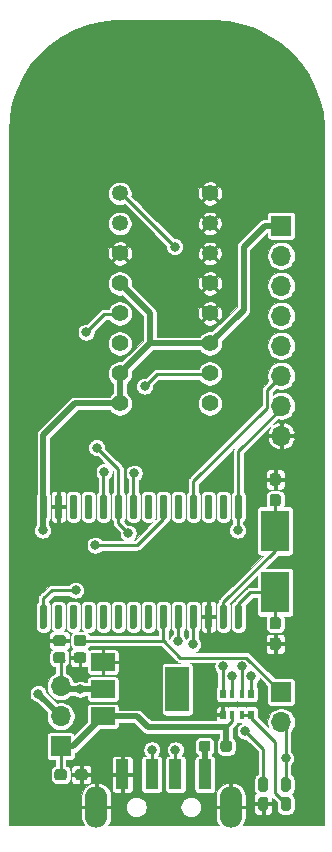
<source format=gbr>
%TF.GenerationSoftware,KiCad,Pcbnew,(5.1.8)-1*%
%TF.CreationDate,2021-03-15T19:10:07+01:00*%
%TF.ProjectId,CH341Apro,43483334-3141-4707-926f-2e6b69636164,rev?*%
%TF.SameCoordinates,Original*%
%TF.FileFunction,Copper,L1,Top*%
%TF.FilePolarity,Positive*%
%FSLAX46Y46*%
G04 Gerber Fmt 4.6, Leading zero omitted, Abs format (unit mm)*
G04 Created by KiCad (PCBNEW (5.1.8)-1) date 2021-03-15 19:10:07*
%MOMM*%
%LPD*%
G01*
G04 APERTURE LIST*
%TA.AperFunction,ComponentPad*%
%ADD10C,1.400000*%
%TD*%
%TA.AperFunction,ComponentPad*%
%ADD11C,1.350000*%
%TD*%
%TA.AperFunction,SMDPad,CuDef*%
%ADD12R,0.500000X0.800000*%
%TD*%
%TA.AperFunction,SMDPad,CuDef*%
%ADD13R,0.400000X0.800000*%
%TD*%
%TA.AperFunction,SMDPad,CuDef*%
%ADD14R,2.000000X3.800000*%
%TD*%
%TA.AperFunction,SMDPad,CuDef*%
%ADD15R,2.000000X1.500000*%
%TD*%
%TA.AperFunction,SMDPad,CuDef*%
%ADD16R,1.100000X2.500000*%
%TD*%
%TA.AperFunction,ComponentPad*%
%ADD17O,1.900000X3.500000*%
%TD*%
%TA.AperFunction,SMDPad,CuDef*%
%ADD18R,2.400000X3.500000*%
%TD*%
%TA.AperFunction,ComponentPad*%
%ADD19R,1.700000X1.700000*%
%TD*%
%TA.AperFunction,ComponentPad*%
%ADD20O,1.700000X1.700000*%
%TD*%
%TA.AperFunction,ViaPad*%
%ADD21C,0.800000*%
%TD*%
%TA.AperFunction,Conductor*%
%ADD22C,0.500000*%
%TD*%
%TA.AperFunction,Conductor*%
%ADD23C,0.250000*%
%TD*%
%TA.AperFunction,Conductor*%
%ADD24C,0.750000*%
%TD*%
%TA.AperFunction,Conductor*%
%ADD25C,0.200000*%
%TD*%
%TA.AperFunction,Conductor*%
%ADD26C,0.060000*%
%TD*%
%TA.AperFunction,Conductor*%
%ADD27C,0.100000*%
%TD*%
G04 APERTURE END LIST*
%TO.P,RUN,1*%
%TO.N,Net-(D2-Pad1)*%
%TA.AperFunction,SMDPad,CuDef*%
G36*
G01*
X160105500Y-129314000D02*
X159680500Y-129314000D01*
G75*
G02*
X159468000Y-129101500I0J212500D01*
G01*
X159468000Y-128301500D01*
G75*
G02*
X159680500Y-128089000I212500J0D01*
G01*
X160105500Y-128089000D01*
G75*
G02*
X160318000Y-128301500I0J-212500D01*
G01*
X160318000Y-129101500D01*
G75*
G02*
X160105500Y-129314000I-212500J0D01*
G01*
G37*
%TD.AperFunction*%
%TO.P,RUN,2*%
%TO.N,/3V3*%
%TA.AperFunction,SMDPad,CuDef*%
G36*
G01*
X160105500Y-127689000D02*
X159680500Y-127689000D01*
G75*
G02*
X159468000Y-127476500I0J212500D01*
G01*
X159468000Y-126676500D01*
G75*
G02*
X159680500Y-126464000I212500J0D01*
G01*
X160105500Y-126464000D01*
G75*
G02*
X160318000Y-126676500I0J-212500D01*
G01*
X160318000Y-127476500D01*
G75*
G02*
X160105500Y-127689000I-212500J0D01*
G01*
G37*
%TD.AperFunction*%
%TD*%
%TO.P,C1,1*%
%TO.N,/5V*%
%TA.AperFunction,SMDPad,CuDef*%
G36*
G01*
X140318000Y-126475500D02*
X140318000Y-126000500D01*
G75*
G02*
X140555500Y-125763000I237500J0D01*
G01*
X141130500Y-125763000D01*
G75*
G02*
X141368000Y-126000500I0J-237500D01*
G01*
X141368000Y-126475500D01*
G75*
G02*
X141130500Y-126713000I-237500J0D01*
G01*
X140555500Y-126713000D01*
G75*
G02*
X140318000Y-126475500I0J237500D01*
G01*
G37*
%TD.AperFunction*%
%TO.P,C1,2*%
%TO.N,Earth*%
%TA.AperFunction,SMDPad,CuDef*%
G36*
G01*
X142068000Y-126475500D02*
X142068000Y-126000500D01*
G75*
G02*
X142305500Y-125763000I237500J0D01*
G01*
X142880500Y-125763000D01*
G75*
G02*
X143118000Y-126000500I0J-237500D01*
G01*
X143118000Y-126475500D01*
G75*
G02*
X142880500Y-126713000I-237500J0D01*
G01*
X142305500Y-126713000D01*
G75*
G02*
X142068000Y-126475500I0J237500D01*
G01*
G37*
%TD.AperFunction*%
%TD*%
D10*
%TO.P,J3,9*%
%TO.N,/CS*%
X153479500Y-94805500D03*
%TO.P,J3,8*%
%TO.N,/VCC*%
X145859500Y-94805500D03*
%TO.P,J3,10*%
%TO.N,/MISO*%
X153479500Y-92265500D03*
%TO.P,J3,7*%
%TO.N,/VCC*%
X145859500Y-92265500D03*
%TO.P,J3,11*%
X153479500Y-89725500D03*
%TO.P,J3,6*%
%TO.N,/CLK*%
X145859500Y-89725500D03*
%TO.P,J3,12*%
%TO.N,Earth*%
X153479500Y-87185500D03*
%TO.P,J3,5*%
%TO.N,/MOSI*%
X145859500Y-87185500D03*
%TO.P,J3,13*%
%TO.N,Earth*%
X153479500Y-84645500D03*
%TO.P,J3,4*%
%TO.N,/VCC*%
X145859500Y-84645500D03*
D11*
%TO.P,J3,14*%
%TO.N,Earth*%
X153479500Y-82105500D03*
D10*
%TO.P,J3,3*%
X145859500Y-82105500D03*
D11*
%TO.P,J3,15*%
X153479500Y-79565500D03*
%TO.P,J3,2*%
%TO.N,/SCL*%
X145859500Y-79565500D03*
D10*
%TO.P,J3,16*%
%TO.N,Earth*%
X153479500Y-77025500D03*
D11*
%TO.P,J3,1*%
%TO.N,/SDA*%
X145859500Y-77025500D03*
%TD*%
D12*
%TO.P,RN1,1*%
%TO.N,/CS*%
X156978200Y-119369000D03*
D13*
%TO.P,RN1,3*%
%TO.N,Net-(D1-Pad2)*%
X155378200Y-119369000D03*
%TO.P,RN1,2*%
%TO.N,/SDA*%
X156178200Y-119369000D03*
D12*
%TO.P,RN1,4*%
%TO.N,Net-(RN1-Pad4)*%
X154578200Y-119369000D03*
D13*
%TO.P,RN1,7*%
%TO.N,Net-(D2-Pad1)*%
X156178200Y-121169000D03*
D12*
%TO.P,RN1,8*%
X156978200Y-121169000D03*
D13*
%TO.P,RN1,6*%
%TO.N,/5V*%
X155378200Y-121169000D03*
D12*
%TO.P,RN1,5*%
%TO.N,Earth*%
X154578200Y-121169000D03*
%TD*%
D14*
%TO.P,U1,2*%
%TO.N,/3V3*%
X150724000Y-118999000D03*
D15*
X144424000Y-118999000D03*
%TO.P,U1,3*%
%TO.N,/5V*%
X144424000Y-121299000D03*
%TO.P,U1,1*%
%TO.N,Earth*%
X144424000Y-116699000D03*
%TD*%
%TO.P,U2,1*%
%TO.N,Net-(RN1-Pad4)*%
%TA.AperFunction,SMDPad,CuDef*%
G36*
G01*
X139532500Y-113879000D02*
X139232500Y-113879000D01*
G75*
G02*
X139082500Y-113729000I0J150000D01*
G01*
X139082500Y-111979000D01*
G75*
G02*
X139232500Y-111829000I150000J0D01*
G01*
X139532500Y-111829000D01*
G75*
G02*
X139682500Y-111979000I0J-150000D01*
G01*
X139682500Y-113729000D01*
G75*
G02*
X139532500Y-113879000I-150000J0D01*
G01*
G37*
%TD.AperFunction*%
%TO.P,U2,2*%
%TO.N,Net-(U2-Pad2)*%
%TA.AperFunction,SMDPad,CuDef*%
G36*
G01*
X140802500Y-113879000D02*
X140502500Y-113879000D01*
G75*
G02*
X140352500Y-113729000I0J150000D01*
G01*
X140352500Y-111979000D01*
G75*
G02*
X140502500Y-111829000I150000J0D01*
G01*
X140802500Y-111829000D01*
G75*
G02*
X140952500Y-111979000I0J-150000D01*
G01*
X140952500Y-113729000D01*
G75*
G02*
X140802500Y-113879000I-150000J0D01*
G01*
G37*
%TD.AperFunction*%
%TO.P,U2,3*%
%TO.N,Net-(U2-Pad3)*%
%TA.AperFunction,SMDPad,CuDef*%
G36*
G01*
X142072500Y-113879000D02*
X141772500Y-113879000D01*
G75*
G02*
X141622500Y-113729000I0J150000D01*
G01*
X141622500Y-111979000D01*
G75*
G02*
X141772500Y-111829000I150000J0D01*
G01*
X142072500Y-111829000D01*
G75*
G02*
X142222500Y-111979000I0J-150000D01*
G01*
X142222500Y-113729000D01*
G75*
G02*
X142072500Y-113879000I-150000J0D01*
G01*
G37*
%TD.AperFunction*%
%TO.P,U2,4*%
%TO.N,Net-(U2-Pad4)*%
%TA.AperFunction,SMDPad,CuDef*%
G36*
G01*
X143342500Y-113879000D02*
X143042500Y-113879000D01*
G75*
G02*
X142892500Y-113729000I0J150000D01*
G01*
X142892500Y-111979000D01*
G75*
G02*
X143042500Y-111829000I150000J0D01*
G01*
X143342500Y-111829000D01*
G75*
G02*
X143492500Y-111979000I0J-150000D01*
G01*
X143492500Y-113729000D01*
G75*
G02*
X143342500Y-113879000I-150000J0D01*
G01*
G37*
%TD.AperFunction*%
%TO.P,U2,5*%
%TO.N,Net-(U2-Pad5)*%
%TA.AperFunction,SMDPad,CuDef*%
G36*
G01*
X144612500Y-113879000D02*
X144312500Y-113879000D01*
G75*
G02*
X144162500Y-113729000I0J150000D01*
G01*
X144162500Y-111979000D01*
G75*
G02*
X144312500Y-111829000I150000J0D01*
G01*
X144612500Y-111829000D01*
G75*
G02*
X144762500Y-111979000I0J-150000D01*
G01*
X144762500Y-113729000D01*
G75*
G02*
X144612500Y-113879000I-150000J0D01*
G01*
G37*
%TD.AperFunction*%
%TO.P,U2,6*%
%TO.N,Net-(U2-Pad6)*%
%TA.AperFunction,SMDPad,CuDef*%
G36*
G01*
X145882500Y-113879000D02*
X145582500Y-113879000D01*
G75*
G02*
X145432500Y-113729000I0J150000D01*
G01*
X145432500Y-111979000D01*
G75*
G02*
X145582500Y-111829000I150000J0D01*
G01*
X145882500Y-111829000D01*
G75*
G02*
X146032500Y-111979000I0J-150000D01*
G01*
X146032500Y-113729000D01*
G75*
G02*
X145882500Y-113879000I-150000J0D01*
G01*
G37*
%TD.AperFunction*%
%TO.P,U2,7*%
%TO.N,Net-(U2-Pad7)*%
%TA.AperFunction,SMDPad,CuDef*%
G36*
G01*
X147152500Y-113879000D02*
X146852500Y-113879000D01*
G75*
G02*
X146702500Y-113729000I0J150000D01*
G01*
X146702500Y-111979000D01*
G75*
G02*
X146852500Y-111829000I150000J0D01*
G01*
X147152500Y-111829000D01*
G75*
G02*
X147302500Y-111979000I0J-150000D01*
G01*
X147302500Y-113729000D01*
G75*
G02*
X147152500Y-113879000I-150000J0D01*
G01*
G37*
%TD.AperFunction*%
%TO.P,U2,8*%
%TO.N,Net-(U2-Pad8)*%
%TA.AperFunction,SMDPad,CuDef*%
G36*
G01*
X148422500Y-113879000D02*
X148122500Y-113879000D01*
G75*
G02*
X147972500Y-113729000I0J150000D01*
G01*
X147972500Y-111979000D01*
G75*
G02*
X148122500Y-111829000I150000J0D01*
G01*
X148422500Y-111829000D01*
G75*
G02*
X148572500Y-111979000I0J-150000D01*
G01*
X148572500Y-113729000D01*
G75*
G02*
X148422500Y-113879000I-150000J0D01*
G01*
G37*
%TD.AperFunction*%
%TO.P,U2,9*%
%TO.N,Net-(C3-Pad2)*%
%TA.AperFunction,SMDPad,CuDef*%
G36*
G01*
X149692500Y-113879000D02*
X149392500Y-113879000D01*
G75*
G02*
X149242500Y-113729000I0J150000D01*
G01*
X149242500Y-111979000D01*
G75*
G02*
X149392500Y-111829000I150000J0D01*
G01*
X149692500Y-111829000D01*
G75*
G02*
X149842500Y-111979000I0J-150000D01*
G01*
X149842500Y-113729000D01*
G75*
G02*
X149692500Y-113879000I-150000J0D01*
G01*
G37*
%TD.AperFunction*%
%TO.P,U2,10*%
%TO.N,/USB_P*%
%TA.AperFunction,SMDPad,CuDef*%
G36*
G01*
X150962500Y-113879000D02*
X150662500Y-113879000D01*
G75*
G02*
X150512500Y-113729000I0J150000D01*
G01*
X150512500Y-111979000D01*
G75*
G02*
X150662500Y-111829000I150000J0D01*
G01*
X150962500Y-111829000D01*
G75*
G02*
X151112500Y-111979000I0J-150000D01*
G01*
X151112500Y-113729000D01*
G75*
G02*
X150962500Y-113879000I-150000J0D01*
G01*
G37*
%TD.AperFunction*%
%TO.P,U2,11*%
%TO.N,/USB_N*%
%TA.AperFunction,SMDPad,CuDef*%
G36*
G01*
X152232500Y-113879000D02*
X151932500Y-113879000D01*
G75*
G02*
X151782500Y-113729000I0J150000D01*
G01*
X151782500Y-111979000D01*
G75*
G02*
X151932500Y-111829000I150000J0D01*
G01*
X152232500Y-111829000D01*
G75*
G02*
X152382500Y-111979000I0J-150000D01*
G01*
X152382500Y-113729000D01*
G75*
G02*
X152232500Y-113879000I-150000J0D01*
G01*
G37*
%TD.AperFunction*%
%TO.P,U2,12*%
%TO.N,Earth*%
%TA.AperFunction,SMDPad,CuDef*%
G36*
G01*
X153502500Y-113879000D02*
X153202500Y-113879000D01*
G75*
G02*
X153052500Y-113729000I0J150000D01*
G01*
X153052500Y-111979000D01*
G75*
G02*
X153202500Y-111829000I150000J0D01*
G01*
X153502500Y-111829000D01*
G75*
G02*
X153652500Y-111979000I0J-150000D01*
G01*
X153652500Y-113729000D01*
G75*
G02*
X153502500Y-113879000I-150000J0D01*
G01*
G37*
%TD.AperFunction*%
%TO.P,U2,13*%
%TO.N,Net-(C5-Pad1)*%
%TA.AperFunction,SMDPad,CuDef*%
G36*
G01*
X154772500Y-113879000D02*
X154472500Y-113879000D01*
G75*
G02*
X154322500Y-113729000I0J150000D01*
G01*
X154322500Y-111979000D01*
G75*
G02*
X154472500Y-111829000I150000J0D01*
G01*
X154772500Y-111829000D01*
G75*
G02*
X154922500Y-111979000I0J-150000D01*
G01*
X154922500Y-113729000D01*
G75*
G02*
X154772500Y-113879000I-150000J0D01*
G01*
G37*
%TD.AperFunction*%
%TO.P,U2,14*%
%TO.N,Net-(C6-Pad1)*%
%TA.AperFunction,SMDPad,CuDef*%
G36*
G01*
X156042500Y-113879000D02*
X155742500Y-113879000D01*
G75*
G02*
X155592500Y-113729000I0J150000D01*
G01*
X155592500Y-111979000D01*
G75*
G02*
X155742500Y-111829000I150000J0D01*
G01*
X156042500Y-111829000D01*
G75*
G02*
X156192500Y-111979000I0J-150000D01*
G01*
X156192500Y-113729000D01*
G75*
G02*
X156042500Y-113879000I-150000J0D01*
G01*
G37*
%TD.AperFunction*%
%TO.P,U2,15*%
%TO.N,/CS*%
%TA.AperFunction,SMDPad,CuDef*%
G36*
G01*
X156042500Y-104579000D02*
X155742500Y-104579000D01*
G75*
G02*
X155592500Y-104429000I0J150000D01*
G01*
X155592500Y-102679000D01*
G75*
G02*
X155742500Y-102529000I150000J0D01*
G01*
X156042500Y-102529000D01*
G75*
G02*
X156192500Y-102679000I0J-150000D01*
G01*
X156192500Y-104429000D01*
G75*
G02*
X156042500Y-104579000I-150000J0D01*
G01*
G37*
%TD.AperFunction*%
%TO.P,U2,16*%
%TO.N,Net-(U2-Pad16)*%
%TA.AperFunction,SMDPad,CuDef*%
G36*
G01*
X154772500Y-104579000D02*
X154472500Y-104579000D01*
G75*
G02*
X154322500Y-104429000I0J150000D01*
G01*
X154322500Y-102679000D01*
G75*
G02*
X154472500Y-102529000I150000J0D01*
G01*
X154772500Y-102529000D01*
G75*
G02*
X154922500Y-102679000I0J-150000D01*
G01*
X154922500Y-104429000D01*
G75*
G02*
X154772500Y-104579000I-150000J0D01*
G01*
G37*
%TD.AperFunction*%
%TO.P,U2,17*%
%TO.N,Net-(U2-Pad17)*%
%TA.AperFunction,SMDPad,CuDef*%
G36*
G01*
X153502500Y-104579000D02*
X153202500Y-104579000D01*
G75*
G02*
X153052500Y-104429000I0J150000D01*
G01*
X153052500Y-102679000D01*
G75*
G02*
X153202500Y-102529000I150000J0D01*
G01*
X153502500Y-102529000D01*
G75*
G02*
X153652500Y-102679000I0J-150000D01*
G01*
X153652500Y-104429000D01*
G75*
G02*
X153502500Y-104579000I-150000J0D01*
G01*
G37*
%TD.AperFunction*%
%TO.P,U2,18*%
%TO.N,/CLK*%
%TA.AperFunction,SMDPad,CuDef*%
G36*
G01*
X152232500Y-104579000D02*
X151932500Y-104579000D01*
G75*
G02*
X151782500Y-104429000I0J150000D01*
G01*
X151782500Y-102679000D01*
G75*
G02*
X151932500Y-102529000I150000J0D01*
G01*
X152232500Y-102529000D01*
G75*
G02*
X152382500Y-102679000I0J-150000D01*
G01*
X152382500Y-104429000D01*
G75*
G02*
X152232500Y-104579000I-150000J0D01*
G01*
G37*
%TD.AperFunction*%
%TO.P,U2,19*%
%TO.N,Net-(U2-Pad19)*%
%TA.AperFunction,SMDPad,CuDef*%
G36*
G01*
X150962500Y-104579000D02*
X150662500Y-104579000D01*
G75*
G02*
X150512500Y-104429000I0J150000D01*
G01*
X150512500Y-102679000D01*
G75*
G02*
X150662500Y-102529000I150000J0D01*
G01*
X150962500Y-102529000D01*
G75*
G02*
X151112500Y-102679000I0J-150000D01*
G01*
X151112500Y-104429000D01*
G75*
G02*
X150962500Y-104579000I-150000J0D01*
G01*
G37*
%TD.AperFunction*%
%TO.P,U2,20*%
%TO.N,/MOSI*%
%TA.AperFunction,SMDPad,CuDef*%
G36*
G01*
X149692500Y-104579000D02*
X149392500Y-104579000D01*
G75*
G02*
X149242500Y-104429000I0J150000D01*
G01*
X149242500Y-102679000D01*
G75*
G02*
X149392500Y-102529000I150000J0D01*
G01*
X149692500Y-102529000D01*
G75*
G02*
X149842500Y-102679000I0J-150000D01*
G01*
X149842500Y-104429000D01*
G75*
G02*
X149692500Y-104579000I-150000J0D01*
G01*
G37*
%TD.AperFunction*%
%TO.P,U2,21*%
%TO.N,Net-(U2-Pad21)*%
%TA.AperFunction,SMDPad,CuDef*%
G36*
G01*
X148422500Y-104579000D02*
X148122500Y-104579000D01*
G75*
G02*
X147972500Y-104429000I0J150000D01*
G01*
X147972500Y-102679000D01*
G75*
G02*
X148122500Y-102529000I150000J0D01*
G01*
X148422500Y-102529000D01*
G75*
G02*
X148572500Y-102679000I0J-150000D01*
G01*
X148572500Y-104429000D01*
G75*
G02*
X148422500Y-104579000I-150000J0D01*
G01*
G37*
%TD.AperFunction*%
%TO.P,U2,22*%
%TO.N,/MISO*%
%TA.AperFunction,SMDPad,CuDef*%
G36*
G01*
X147152500Y-104579000D02*
X146852500Y-104579000D01*
G75*
G02*
X146702500Y-104429000I0J150000D01*
G01*
X146702500Y-102679000D01*
G75*
G02*
X146852500Y-102529000I150000J0D01*
G01*
X147152500Y-102529000D01*
G75*
G02*
X147302500Y-102679000I0J-150000D01*
G01*
X147302500Y-104429000D01*
G75*
G02*
X147152500Y-104579000I-150000J0D01*
G01*
G37*
%TD.AperFunction*%
%TO.P,U2,23*%
%TO.N,/SDA*%
%TA.AperFunction,SMDPad,CuDef*%
G36*
G01*
X145882500Y-104579000D02*
X145582500Y-104579000D01*
G75*
G02*
X145432500Y-104429000I0J150000D01*
G01*
X145432500Y-102679000D01*
G75*
G02*
X145582500Y-102529000I150000J0D01*
G01*
X145882500Y-102529000D01*
G75*
G02*
X146032500Y-102679000I0J-150000D01*
G01*
X146032500Y-104429000D01*
G75*
G02*
X145882500Y-104579000I-150000J0D01*
G01*
G37*
%TD.AperFunction*%
%TO.P,U2,24*%
%TO.N,/SCL*%
%TA.AperFunction,SMDPad,CuDef*%
G36*
G01*
X144612500Y-104579000D02*
X144312500Y-104579000D01*
G75*
G02*
X144162500Y-104429000I0J150000D01*
G01*
X144162500Y-102679000D01*
G75*
G02*
X144312500Y-102529000I150000J0D01*
G01*
X144612500Y-102529000D01*
G75*
G02*
X144762500Y-102679000I0J-150000D01*
G01*
X144762500Y-104429000D01*
G75*
G02*
X144612500Y-104579000I-150000J0D01*
G01*
G37*
%TD.AperFunction*%
%TO.P,U2,25*%
%TO.N,Net-(U2-Pad25)*%
%TA.AperFunction,SMDPad,CuDef*%
G36*
G01*
X143342500Y-104579000D02*
X143042500Y-104579000D01*
G75*
G02*
X142892500Y-104429000I0J150000D01*
G01*
X142892500Y-102679000D01*
G75*
G02*
X143042500Y-102529000I150000J0D01*
G01*
X143342500Y-102529000D01*
G75*
G02*
X143492500Y-102679000I0J-150000D01*
G01*
X143492500Y-104429000D01*
G75*
G02*
X143342500Y-104579000I-150000J0D01*
G01*
G37*
%TD.AperFunction*%
%TO.P,U2,26*%
%TO.N,Net-(U2-Pad26)*%
%TA.AperFunction,SMDPad,CuDef*%
G36*
G01*
X142072500Y-104579000D02*
X141772500Y-104579000D01*
G75*
G02*
X141622500Y-104429000I0J150000D01*
G01*
X141622500Y-102679000D01*
G75*
G02*
X141772500Y-102529000I150000J0D01*
G01*
X142072500Y-102529000D01*
G75*
G02*
X142222500Y-102679000I0J-150000D01*
G01*
X142222500Y-104429000D01*
G75*
G02*
X142072500Y-104579000I-150000J0D01*
G01*
G37*
%TD.AperFunction*%
%TO.P,U2,27*%
%TO.N,Earth*%
%TA.AperFunction,SMDPad,CuDef*%
G36*
G01*
X140802500Y-104579000D02*
X140502500Y-104579000D01*
G75*
G02*
X140352500Y-104429000I0J150000D01*
G01*
X140352500Y-102679000D01*
G75*
G02*
X140502500Y-102529000I150000J0D01*
G01*
X140802500Y-102529000D01*
G75*
G02*
X140952500Y-102679000I0J-150000D01*
G01*
X140952500Y-104429000D01*
G75*
G02*
X140802500Y-104579000I-150000J0D01*
G01*
G37*
%TD.AperFunction*%
%TO.P,U2,28*%
%TO.N,/VCC*%
%TA.AperFunction,SMDPad,CuDef*%
G36*
G01*
X139532500Y-104579000D02*
X139232500Y-104579000D01*
G75*
G02*
X139082500Y-104429000I0J150000D01*
G01*
X139082500Y-102679000D01*
G75*
G02*
X139232500Y-102529000I150000J0D01*
G01*
X139532500Y-102529000D01*
G75*
G02*
X139682500Y-102679000I0J-150000D01*
G01*
X139682500Y-104429000D01*
G75*
G02*
X139532500Y-104579000I-150000J0D01*
G01*
G37*
%TD.AperFunction*%
%TD*%
D16*
%TO.P,J1,2*%
%TO.N,/USB_N*%
X150557500Y-126218500D03*
%TO.P,J1,3*%
%TO.N,/USB_P*%
X148557500Y-126218500D03*
%TO.P,J1,1*%
%TO.N,Net-(J1-Pad1)*%
X153057500Y-126218500D03*
%TO.P,J1,4*%
%TO.N,Earth*%
X146057500Y-126218500D03*
D17*
%TO.P,J1,5*%
X155257500Y-128968500D03*
X143857500Y-128968500D03*
%TD*%
%TO.P,C2,1*%
%TO.N,/3V3*%
%TA.AperFunction,SMDPad,CuDef*%
G36*
G01*
X140205000Y-116569500D02*
X140205000Y-116094500D01*
G75*
G02*
X140442500Y-115857000I237500J0D01*
G01*
X141017500Y-115857000D01*
G75*
G02*
X141255000Y-116094500I0J-237500D01*
G01*
X141255000Y-116569500D01*
G75*
G02*
X141017500Y-116807000I-237500J0D01*
G01*
X140442500Y-116807000D01*
G75*
G02*
X140205000Y-116569500I0J237500D01*
G01*
G37*
%TD.AperFunction*%
%TO.P,C2,2*%
%TO.N,Earth*%
%TA.AperFunction,SMDPad,CuDef*%
G36*
G01*
X141955000Y-116569500D02*
X141955000Y-116094500D01*
G75*
G02*
X142192500Y-115857000I237500J0D01*
G01*
X142767500Y-115857000D01*
G75*
G02*
X143005000Y-116094500I0J-237500D01*
G01*
X143005000Y-116569500D01*
G75*
G02*
X142767500Y-116807000I-237500J0D01*
G01*
X142192500Y-116807000D01*
G75*
G02*
X141955000Y-116569500I0J237500D01*
G01*
G37*
%TD.AperFunction*%
%TD*%
%TO.P,C3,2*%
%TO.N,Net-(C3-Pad2)*%
%TA.AperFunction,SMDPad,CuDef*%
G36*
G01*
X141969000Y-115121700D02*
X141969000Y-114646700D01*
G75*
G02*
X142206500Y-114409200I237500J0D01*
G01*
X142781500Y-114409200D01*
G75*
G02*
X143019000Y-114646700I0J-237500D01*
G01*
X143019000Y-115121700D01*
G75*
G02*
X142781500Y-115359200I-237500J0D01*
G01*
X142206500Y-115359200D01*
G75*
G02*
X141969000Y-115121700I0J237500D01*
G01*
G37*
%TD.AperFunction*%
%TO.P,C3,1*%
%TO.N,Earth*%
%TA.AperFunction,SMDPad,CuDef*%
G36*
G01*
X140219000Y-115121700D02*
X140219000Y-114646700D01*
G75*
G02*
X140456500Y-114409200I237500J0D01*
G01*
X141031500Y-114409200D01*
G75*
G02*
X141269000Y-114646700I0J-237500D01*
G01*
X141269000Y-115121700D01*
G75*
G02*
X141031500Y-115359200I-237500J0D01*
G01*
X140456500Y-115359200D01*
G75*
G02*
X140219000Y-115121700I0J237500D01*
G01*
G37*
%TD.AperFunction*%
%TD*%
%TO.P,C5,1*%
%TO.N,Net-(C5-Pad1)*%
%TA.AperFunction,SMDPad,CuDef*%
G36*
G01*
X159241500Y-103522000D02*
X158766500Y-103522000D01*
G75*
G02*
X158529000Y-103284500I0J237500D01*
G01*
X158529000Y-102709500D01*
G75*
G02*
X158766500Y-102472000I237500J0D01*
G01*
X159241500Y-102472000D01*
G75*
G02*
X159479000Y-102709500I0J-237500D01*
G01*
X159479000Y-103284500D01*
G75*
G02*
X159241500Y-103522000I-237500J0D01*
G01*
G37*
%TD.AperFunction*%
%TO.P,C5,2*%
%TO.N,Earth*%
%TA.AperFunction,SMDPad,CuDef*%
G36*
G01*
X159241500Y-101772000D02*
X158766500Y-101772000D01*
G75*
G02*
X158529000Y-101534500I0J237500D01*
G01*
X158529000Y-100959500D01*
G75*
G02*
X158766500Y-100722000I237500J0D01*
G01*
X159241500Y-100722000D01*
G75*
G02*
X159479000Y-100959500I0J-237500D01*
G01*
X159479000Y-101534500D01*
G75*
G02*
X159241500Y-101772000I-237500J0D01*
G01*
G37*
%TD.AperFunction*%
%TD*%
%TO.P,C6,2*%
%TO.N,Earth*%
%TA.AperFunction,SMDPad,CuDef*%
G36*
G01*
X158766500Y-114636000D02*
X159241500Y-114636000D01*
G75*
G02*
X159479000Y-114873500I0J-237500D01*
G01*
X159479000Y-115448500D01*
G75*
G02*
X159241500Y-115686000I-237500J0D01*
G01*
X158766500Y-115686000D01*
G75*
G02*
X158529000Y-115448500I0J237500D01*
G01*
X158529000Y-114873500D01*
G75*
G02*
X158766500Y-114636000I237500J0D01*
G01*
G37*
%TD.AperFunction*%
%TO.P,C6,1*%
%TO.N,Net-(C6-Pad1)*%
%TA.AperFunction,SMDPad,CuDef*%
G36*
G01*
X158766500Y-112886000D02*
X159241500Y-112886000D01*
G75*
G02*
X159479000Y-113123500I0J-237500D01*
G01*
X159479000Y-113698500D01*
G75*
G02*
X159241500Y-113936000I-237500J0D01*
G01*
X158766500Y-113936000D01*
G75*
G02*
X158529000Y-113698500I0J237500D01*
G01*
X158529000Y-113123500D01*
G75*
G02*
X158766500Y-112886000I237500J0D01*
G01*
G37*
%TD.AperFunction*%
%TD*%
%TO.P,PWR,2*%
%TO.N,Net-(D1-Pad2)*%
%TA.AperFunction,SMDPad,CuDef*%
G36*
G01*
X158200500Y-127689000D02*
X157775500Y-127689000D01*
G75*
G02*
X157563000Y-127476500I0J212500D01*
G01*
X157563000Y-126676500D01*
G75*
G02*
X157775500Y-126464000I212500J0D01*
G01*
X158200500Y-126464000D01*
G75*
G02*
X158413000Y-126676500I0J-212500D01*
G01*
X158413000Y-127476500D01*
G75*
G02*
X158200500Y-127689000I-212500J0D01*
G01*
G37*
%TD.AperFunction*%
%TO.P,PWR,1*%
%TO.N,Earth*%
%TA.AperFunction,SMDPad,CuDef*%
G36*
G01*
X158200500Y-129314000D02*
X157775500Y-129314000D01*
G75*
G02*
X157563000Y-129101500I0J212500D01*
G01*
X157563000Y-128301500D01*
G75*
G02*
X157775500Y-128089000I212500J0D01*
G01*
X158200500Y-128089000D01*
G75*
G02*
X158413000Y-128301500I0J-212500D01*
G01*
X158413000Y-129101500D01*
G75*
G02*
X158200500Y-129314000I-212500J0D01*
G01*
G37*
%TD.AperFunction*%
%TD*%
%TO.P,R1,1*%
%TO.N,/5V*%
%TA.AperFunction,SMDPad,CuDef*%
G36*
G01*
X155347500Y-123587500D02*
X155347500Y-124062500D01*
G75*
G02*
X155110000Y-124300000I-237500J0D01*
G01*
X154610000Y-124300000D01*
G75*
G02*
X154372500Y-124062500I0J237500D01*
G01*
X154372500Y-123587500D01*
G75*
G02*
X154610000Y-123350000I237500J0D01*
G01*
X155110000Y-123350000D01*
G75*
G02*
X155347500Y-123587500I0J-237500D01*
G01*
G37*
%TD.AperFunction*%
%TO.P,R1,2*%
%TO.N,Net-(J1-Pad1)*%
%TA.AperFunction,SMDPad,CuDef*%
G36*
G01*
X153522500Y-123587500D02*
X153522500Y-124062500D01*
G75*
G02*
X153285000Y-124300000I-237500J0D01*
G01*
X152785000Y-124300000D01*
G75*
G02*
X152547500Y-124062500I0J237500D01*
G01*
X152547500Y-123587500D01*
G75*
G02*
X152785000Y-123350000I237500J0D01*
G01*
X153285000Y-123350000D01*
G75*
G02*
X153522500Y-123587500I0J-237500D01*
G01*
G37*
%TD.AperFunction*%
%TD*%
D18*
%TO.P,Y1,1*%
%TO.N,Net-(C5-Pad1)*%
X159004000Y-105604000D03*
%TO.P,Y1,2*%
%TO.N,Net-(C6-Pad1)*%
X159004000Y-110804000D03*
%TD*%
D19*
%TO.P,J4,1*%
%TO.N,/VCC*%
X159512000Y-79756000D03*
D20*
%TO.P,J4,2*%
%TO.N,/SCL*%
X159512000Y-82296000D03*
%TO.P,J4,3*%
%TO.N,/SDA*%
X159512000Y-84836000D03*
%TO.P,J4,4*%
%TO.N,/MISO*%
X159512000Y-87376000D03*
%TO.P,J4,5*%
%TO.N,/MOSI*%
X159512000Y-89916000D03*
%TO.P,J4,6*%
%TO.N,/CLK*%
X159512000Y-92456000D03*
%TO.P,J4,7*%
%TO.N,/CS*%
X159512000Y-94996000D03*
%TO.P,J4,8*%
%TO.N,Earth*%
X159512000Y-97536000D03*
%TD*%
D19*
%TO.P,JP1,1*%
%TO.N,Net-(C3-Pad2)*%
X159512000Y-119253000D03*
D20*
%TO.P,JP1,2*%
%TO.N,/3V3*%
X159512000Y-121793000D03*
%TD*%
D19*
%TO.P,JP2,1*%
%TO.N,/5V*%
X140843000Y-123825000D03*
D20*
%TO.P,JP2,2*%
%TO.N,/VCC*%
X140843000Y-121285000D03*
%TO.P,JP2,3*%
%TO.N,/3V3*%
X140843000Y-118745000D03*
%TD*%
D21*
%TO.N,Earth*%
X157355200Y-63737000D03*
X159355200Y-64987000D03*
X160855200Y-66487000D03*
X161855200Y-68237000D03*
X142355200Y-63737000D03*
X137855200Y-68237000D03*
X140605200Y-64737000D03*
X139105200Y-66237000D03*
X155079700Y-63055500D03*
X152536700Y-63055500D03*
X150536700Y-63055500D03*
X148536700Y-63055500D03*
X146536700Y-63055500D03*
X144536700Y-63055500D03*
X153035000Y-117983000D03*
X150241000Y-85598000D03*
X147574000Y-116713000D03*
X162469724Y-109122476D03*
X136969724Y-121372476D03*
X136969724Y-113372476D03*
X162469724Y-127122476D03*
X162469724Y-129122476D03*
X136969724Y-81372476D03*
X136969724Y-85372476D03*
X162469724Y-85122476D03*
X136969724Y-109372476D03*
X136969724Y-77372476D03*
X162469724Y-121122476D03*
X162445700Y-111146500D03*
X162469724Y-117122476D03*
X162469724Y-103122476D03*
X136969724Y-83372476D03*
X162469724Y-83122476D03*
X136969724Y-115372476D03*
X162469724Y-79122476D03*
X162469724Y-95122476D03*
X136969724Y-123372476D03*
X162469724Y-87122476D03*
X162469724Y-99122476D03*
X136969724Y-117372476D03*
X136969724Y-129372476D03*
X162469724Y-107122476D03*
X136945700Y-101396500D03*
X162469724Y-125122476D03*
X136969724Y-79372476D03*
X136969724Y-91372476D03*
X136969724Y-103372476D03*
X162445700Y-101146500D03*
X162469724Y-81122476D03*
X162469724Y-97122476D03*
X136969724Y-127372476D03*
X136969724Y-105372476D03*
X136969724Y-89372476D03*
X136969724Y-107372476D03*
X136969724Y-73372476D03*
X136969724Y-75372476D03*
X136969724Y-93372476D03*
X136969724Y-71372476D03*
X136969724Y-95372476D03*
X136969724Y-97372476D03*
X162469724Y-119122476D03*
X136945700Y-111396500D03*
X136969724Y-87372476D03*
X162469724Y-75122476D03*
X162469724Y-123122476D03*
X162469724Y-93122476D03*
X162469724Y-89122476D03*
X162469724Y-77122476D03*
X162469724Y-113122476D03*
X162469724Y-73122476D03*
X162469724Y-91122476D03*
X136969724Y-125372476D03*
X136969724Y-99372476D03*
X162469724Y-105122476D03*
X136969724Y-119372476D03*
X162469724Y-115122476D03*
X162469724Y-70445524D03*
%TO.N,/3V3*%
X159893000Y-124841000D03*
X142494000Y-118999000D03*
%TO.N,Net-(D1-Pad2)*%
X155371800Y-117906800D03*
X156464000Y-122555000D03*
%TO.N,/SCL*%
X144526000Y-100584000D03*
%TO.N,/SDA*%
X150495000Y-81534000D03*
X146558000Y-105791000D03*
X143891000Y-98552000D03*
X156159200Y-117068600D03*
%TO.N,/CS*%
X155829000Y-105537000D03*
X156997400Y-117906792D03*
%TO.N,/MISO*%
X147066000Y-100711000D03*
X147955000Y-93345000D03*
%TO.N,/MOSI*%
X143764000Y-106807000D03*
X143002000Y-88773000D03*
%TO.N,Net-(RN1-Pad4)*%
X142113000Y-110617000D03*
X154584400Y-117043200D03*
%TO.N,/VCC*%
X138938000Y-119380000D03*
X139319000Y-105537000D03*
%TO.N,/USB_P*%
X148564600Y-124129800D03*
X150758768Y-114944768D03*
%TO.N,/USB_N*%
X150558500Y-124142500D03*
X152019000Y-115189000D03*
%TD*%
D22*
%TO.N,Earth*%
X155255200Y-129371000D02*
X155255200Y-129936000D01*
X155255200Y-129371000D02*
X155255200Y-129715500D01*
X143855200Y-129371000D02*
X143755200Y-129371000D01*
%TO.N,/3V3*%
X141000000Y-118999000D02*
X140843000Y-118842000D01*
X142494000Y-118999000D02*
X141000000Y-118999000D01*
X144424000Y-118999000D02*
X142494000Y-118999000D01*
D23*
X140843000Y-116445000D02*
X140730000Y-116332000D01*
X140843000Y-118745000D02*
X140843000Y-116445000D01*
X159893000Y-124841000D02*
X159893000Y-127076500D01*
X159893000Y-124841000D02*
X159893000Y-122174000D01*
X159893000Y-122174000D02*
X159512000Y-121793000D01*
D22*
%TO.N,/5V*%
X144410000Y-121285000D02*
X144424000Y-121299000D01*
X147334000Y-121299000D02*
X144424000Y-121299000D01*
X148259800Y-122224800D02*
X147334000Y-121299000D01*
X154860000Y-123825000D02*
X154863800Y-123825000D01*
X148259800Y-122224800D02*
X154863800Y-122224800D01*
X154863800Y-123821200D02*
X154860000Y-123825000D01*
X154863800Y-122224800D02*
X154863800Y-123821200D01*
D23*
X155378200Y-121710400D02*
X155378200Y-121169000D01*
X154863800Y-122224800D02*
X155378200Y-121710400D01*
X140843000Y-123825000D02*
X140843000Y-126238000D01*
D22*
X141898000Y-123825000D02*
X144424000Y-121299000D01*
X140843000Y-123825000D02*
X141898000Y-123825000D01*
D23*
%TO.N,Net-(C5-Pad1)*%
X159004000Y-106354000D02*
X159004000Y-104493000D01*
X159004000Y-105604000D02*
X159004000Y-102997000D01*
X159004000Y-107268998D02*
X159004000Y-105604000D01*
X154622500Y-111650498D02*
X159004000Y-107268998D01*
X154622500Y-112854000D02*
X154622500Y-111650498D01*
%TO.N,Net-(C6-Pad1)*%
X159004000Y-110054000D02*
X159004000Y-111760000D01*
X159004000Y-113411000D02*
X159004000Y-110804000D01*
X155892500Y-112854000D02*
X155892500Y-111823500D01*
X156912000Y-110804000D02*
X159004000Y-110804000D01*
X155892500Y-111823500D02*
X156912000Y-110804000D01*
%TO.N,Net-(D1-Pad2)*%
X155378200Y-119369000D02*
X155378200Y-117913200D01*
X155378200Y-117913200D02*
X155371800Y-117906800D01*
X157988000Y-124079000D02*
X156464000Y-122555000D01*
X157988000Y-127076500D02*
X157988000Y-124079000D01*
%TO.N,Net-(D2-Pad1)*%
X156178200Y-121169000D02*
X156978200Y-121169000D01*
X159893000Y-128701500D02*
X159004000Y-127812500D01*
X159004000Y-127812500D02*
X159004000Y-123444000D01*
X156978200Y-121418200D02*
X156978200Y-121169000D01*
X159004000Y-123444000D02*
X156978200Y-121418200D01*
D24*
%TO.N,Net-(J1-Pad1)*%
X153055200Y-126097000D02*
X153055200Y-126055000D01*
D22*
X153057500Y-123847500D02*
X153035000Y-123825000D01*
X153057500Y-126218500D02*
X153057500Y-123847500D01*
D23*
%TO.N,/SCL*%
X144462500Y-100647500D02*
X144526000Y-100584000D01*
X144462500Y-103554000D02*
X144462500Y-100647500D01*
%TO.N,/SDA*%
X145986500Y-77025500D02*
X145859500Y-77025500D01*
X150495000Y-81534000D02*
X145986500Y-77025500D01*
X145732500Y-104965500D02*
X145732500Y-103554000D01*
X146558000Y-105791000D02*
X145732500Y-104965500D01*
X145732500Y-100393500D02*
X143891000Y-98552000D01*
X145732500Y-103554000D02*
X145732500Y-100393500D01*
X156178200Y-119369000D02*
X156178200Y-117087600D01*
X156178200Y-117087600D02*
X156159200Y-117068600D01*
%TO.N,/CS*%
X155829000Y-103617500D02*
X155892500Y-103554000D01*
X155829000Y-105537000D02*
X155829000Y-103617500D01*
X159512000Y-95250998D02*
X159512000Y-94996000D01*
X155892500Y-98870498D02*
X159512000Y-95250998D01*
X155892500Y-103554000D02*
X155892500Y-98870498D01*
X156978200Y-119369000D02*
X156978200Y-117925992D01*
X156978200Y-117925992D02*
X156997400Y-117906792D01*
%TO.N,/MISO*%
X147002500Y-100774500D02*
X147066000Y-100711000D01*
X147002500Y-103554000D02*
X147002500Y-100774500D01*
X147955000Y-93345000D02*
X148971000Y-92329000D01*
X153416000Y-92329000D02*
X153479500Y-92265500D01*
X148971000Y-92329000D02*
X153416000Y-92329000D01*
%TO.N,/CLK*%
X158336999Y-93631001D02*
X159512000Y-92456000D01*
X158336999Y-95155001D02*
X158336999Y-93631001D01*
X152082500Y-101409500D02*
X158336999Y-95155001D01*
X152082500Y-103554000D02*
X152082500Y-101409500D01*
%TO.N,/MOSI*%
X147314500Y-106807000D02*
X143764000Y-106807000D01*
X149542500Y-104579000D02*
X147314500Y-106807000D01*
X149542500Y-103554000D02*
X149542500Y-104579000D01*
X143002000Y-88773000D02*
X144526000Y-87249000D01*
X145796000Y-87249000D02*
X145859500Y-87185500D01*
X144526000Y-87249000D02*
X145796000Y-87249000D01*
%TO.N,Net-(RN1-Pad4)*%
X139382500Y-112854000D02*
X139382500Y-111315500D01*
X140081000Y-110617000D02*
X142113000Y-110617000D01*
X139382500Y-111315500D02*
X140081000Y-110617000D01*
X154578200Y-117049400D02*
X154584400Y-117043200D01*
X154578200Y-119369000D02*
X154578200Y-117049400D01*
D22*
%TO.N,/VCC*%
X140986000Y-121299000D02*
X140843000Y-121442000D01*
X148399500Y-89725500D02*
X145859500Y-92265500D01*
X153479500Y-89725500D02*
X148399500Y-89725500D01*
X148399500Y-87185500D02*
X148399500Y-89725500D01*
X145859500Y-84645500D02*
X148399500Y-87185500D01*
X145859500Y-94805500D02*
X145859500Y-92265500D01*
X153479500Y-89725500D02*
X156337000Y-86868000D01*
X156337000Y-86868000D02*
X156337000Y-81534000D01*
X158115000Y-79756000D02*
X159512000Y-79756000D01*
X156337000Y-81534000D02*
X158115000Y-79756000D01*
X139319000Y-103617500D02*
X139382500Y-103554000D01*
X139319000Y-105537000D02*
X139319000Y-103617500D01*
X140843000Y-121285000D02*
X138938000Y-119380000D01*
X139382500Y-97472500D02*
X142049500Y-94805500D01*
X139382500Y-103554000D02*
X139382500Y-97472500D01*
X142049500Y-94805500D02*
X145859500Y-94805500D01*
D25*
%TO.N,/USB_P*%
X148557500Y-126218500D02*
X148557500Y-125518500D01*
D23*
X148590000Y-126186000D02*
X148557500Y-126218500D01*
X148557500Y-124136900D02*
X148564600Y-124129800D01*
X148557500Y-126218500D02*
X148557500Y-124136900D01*
X150812500Y-112854000D02*
X150812500Y-114891036D01*
X150812500Y-114891036D02*
X150758768Y-114944768D01*
D25*
%TO.N,/USB_N*%
X150557500Y-126218500D02*
X150557500Y-125518500D01*
D23*
X150495000Y-126156000D02*
X150557500Y-126218500D01*
X150557500Y-124143500D02*
X150558500Y-124142500D01*
X150557500Y-126218500D02*
X150557500Y-124143500D01*
X152082500Y-112854000D02*
X152082500Y-115105964D01*
%TO.N,Net-(C3-Pad2)*%
X149542500Y-113879000D02*
X149542500Y-112854000D01*
X149542500Y-112854000D02*
X149542500Y-114801502D01*
X149459802Y-114884200D02*
X149542500Y-114801502D01*
X142494000Y-114884200D02*
X149459802Y-114884200D01*
X156577199Y-116318199D02*
X159512000Y-119253000D01*
X150989199Y-116318199D02*
X156577199Y-116318199D01*
X149542500Y-114871500D02*
X150989199Y-116318199D01*
X149542500Y-114801502D02*
X149542500Y-114871500D01*
%TD*%
D26*
%TO.N,Earth*%
X146293701Y-62380927D02*
X146294438Y-62381000D01*
X153775903Y-62381000D01*
X154978231Y-62457697D01*
X156148385Y-62684093D01*
X157280281Y-63057336D01*
X158355584Y-63571381D01*
X159356855Y-64217894D01*
X160267852Y-64986385D01*
X161073820Y-65864406D01*
X161761688Y-66837715D01*
X162320313Y-67890552D01*
X162740630Y-69005826D01*
X163015827Y-70165475D01*
X163141805Y-71354097D01*
X163137498Y-72226983D01*
X163137406Y-72227919D01*
X163120319Y-130532000D01*
X156286466Y-130532000D01*
X156394143Y-130369200D01*
X156489494Y-130135910D01*
X156537500Y-129888500D01*
X156537500Y-129314000D01*
X157231403Y-129314000D01*
X157237775Y-129378691D01*
X157256644Y-129440897D01*
X157287287Y-129498225D01*
X157328526Y-129548474D01*
X157378775Y-129589713D01*
X157436103Y-129620356D01*
X157498309Y-129639225D01*
X157563000Y-129645597D01*
X157785500Y-129644000D01*
X157868000Y-129561500D01*
X157868000Y-128821500D01*
X158108000Y-128821500D01*
X158108000Y-129561500D01*
X158190500Y-129644000D01*
X158413000Y-129645597D01*
X158477691Y-129639225D01*
X158539897Y-129620356D01*
X158597225Y-129589713D01*
X158647474Y-129548474D01*
X158688713Y-129498225D01*
X158719356Y-129440897D01*
X158738225Y-129378691D01*
X158744597Y-129314000D01*
X158743000Y-128904000D01*
X158660500Y-128821500D01*
X158108000Y-128821500D01*
X157868000Y-128821500D01*
X157315500Y-128821500D01*
X157233000Y-128904000D01*
X157231403Y-129314000D01*
X156537500Y-129314000D01*
X156537500Y-129088500D01*
X155377500Y-129088500D01*
X155377500Y-129108500D01*
X155137500Y-129108500D01*
X155137500Y-129088500D01*
X153977500Y-129088500D01*
X153977500Y-129888500D01*
X154025506Y-130135910D01*
X154120857Y-130369200D01*
X154228534Y-130532000D01*
X144886466Y-130532000D01*
X144994143Y-130369200D01*
X145089494Y-130135910D01*
X145137500Y-129888500D01*
X145137500Y-129088500D01*
X143977500Y-129088500D01*
X143977500Y-129108500D01*
X143737500Y-129108500D01*
X143737500Y-129088500D01*
X142577500Y-129088500D01*
X142577500Y-129888500D01*
X142625506Y-130135910D01*
X142720857Y-130369200D01*
X142828534Y-130532000D01*
X136430318Y-130532000D01*
X136430797Y-128881828D01*
X146377500Y-128881828D01*
X146377500Y-129055172D01*
X146411318Y-129225187D01*
X146477654Y-129385336D01*
X146573959Y-129529467D01*
X146696533Y-129652041D01*
X146840664Y-129748346D01*
X147000813Y-129814682D01*
X147170828Y-129848500D01*
X147344172Y-129848500D01*
X147514187Y-129814682D01*
X147674336Y-129748346D01*
X147818467Y-129652041D01*
X147941041Y-129529467D01*
X148037346Y-129385336D01*
X148103682Y-129225187D01*
X148137500Y-129055172D01*
X148137500Y-128881828D01*
X150977500Y-128881828D01*
X150977500Y-129055172D01*
X151011318Y-129225187D01*
X151077654Y-129385336D01*
X151173959Y-129529467D01*
X151296533Y-129652041D01*
X151440664Y-129748346D01*
X151600813Y-129814682D01*
X151770828Y-129848500D01*
X151944172Y-129848500D01*
X152114187Y-129814682D01*
X152274336Y-129748346D01*
X152418467Y-129652041D01*
X152541041Y-129529467D01*
X152637346Y-129385336D01*
X152703682Y-129225187D01*
X152737500Y-129055172D01*
X152737500Y-128881828D01*
X152703682Y-128711813D01*
X152637346Y-128551664D01*
X152541041Y-128407533D01*
X152418467Y-128284959D01*
X152274336Y-128188654D01*
X152114187Y-128122318D01*
X151944172Y-128088500D01*
X151770828Y-128088500D01*
X151600813Y-128122318D01*
X151440664Y-128188654D01*
X151296533Y-128284959D01*
X151173959Y-128407533D01*
X151077654Y-128551664D01*
X151011318Y-128711813D01*
X150977500Y-128881828D01*
X148137500Y-128881828D01*
X148103682Y-128711813D01*
X148037346Y-128551664D01*
X147941041Y-128407533D01*
X147818467Y-128284959D01*
X147674336Y-128188654D01*
X147514187Y-128122318D01*
X147344172Y-128088500D01*
X147170828Y-128088500D01*
X147000813Y-128122318D01*
X146840664Y-128188654D01*
X146696533Y-128284959D01*
X146573959Y-128407533D01*
X146477654Y-128551664D01*
X146411318Y-128711813D01*
X146377500Y-128881828D01*
X136430797Y-128881828D01*
X136431040Y-128048500D01*
X142577500Y-128048500D01*
X142577500Y-128848500D01*
X143737500Y-128848500D01*
X143737500Y-126977028D01*
X143977500Y-126977028D01*
X143977500Y-128848500D01*
X145137500Y-128848500D01*
X145137500Y-128048500D01*
X153977500Y-128048500D01*
X153977500Y-128848500D01*
X155137500Y-128848500D01*
X155137500Y-126977028D01*
X155377500Y-126977028D01*
X155377500Y-128848500D01*
X156537500Y-128848500D01*
X156537500Y-128048500D01*
X156489494Y-127801090D01*
X156394143Y-127567800D01*
X156255112Y-127357594D01*
X156077743Y-127178551D01*
X155868853Y-127037551D01*
X155636469Y-126940013D01*
X155575377Y-126928599D01*
X155377500Y-126977028D01*
X155137500Y-126977028D01*
X154939623Y-126928599D01*
X154878531Y-126940013D01*
X154646147Y-127037551D01*
X154437257Y-127178551D01*
X154259888Y-127357594D01*
X154120857Y-127567800D01*
X154025506Y-127801090D01*
X153977500Y-128048500D01*
X145137500Y-128048500D01*
X145089494Y-127801090D01*
X144994143Y-127567800D01*
X144928466Y-127468500D01*
X145175903Y-127468500D01*
X145182275Y-127533191D01*
X145201144Y-127595397D01*
X145231787Y-127652725D01*
X145273026Y-127702974D01*
X145323275Y-127744213D01*
X145380603Y-127774856D01*
X145442809Y-127793725D01*
X145507500Y-127800097D01*
X145855000Y-127798500D01*
X145937500Y-127716000D01*
X145937500Y-126338500D01*
X146177500Y-126338500D01*
X146177500Y-127716000D01*
X146260000Y-127798500D01*
X146607500Y-127800097D01*
X146672191Y-127793725D01*
X146734397Y-127774856D01*
X146791725Y-127744213D01*
X146841974Y-127702974D01*
X146883213Y-127652725D01*
X146913856Y-127595397D01*
X146932725Y-127533191D01*
X146939097Y-127468500D01*
X146937500Y-126421000D01*
X146855000Y-126338500D01*
X146177500Y-126338500D01*
X145937500Y-126338500D01*
X145260000Y-126338500D01*
X145177500Y-126421000D01*
X145175903Y-127468500D01*
X144928466Y-127468500D01*
X144855112Y-127357594D01*
X144677743Y-127178551D01*
X144468853Y-127037551D01*
X144236469Y-126940013D01*
X144175377Y-126928599D01*
X143977500Y-126977028D01*
X143737500Y-126977028D01*
X143539623Y-126928599D01*
X143478531Y-126940013D01*
X143246147Y-127037551D01*
X143037257Y-127178551D01*
X142859888Y-127357594D01*
X142720857Y-127567800D01*
X142625506Y-127801090D01*
X142577500Y-128048500D01*
X136431040Y-128048500D01*
X136432518Y-122975000D01*
X139661404Y-122975000D01*
X139661404Y-124675000D01*
X139667776Y-124739691D01*
X139686645Y-124801896D01*
X139717288Y-124859225D01*
X139758526Y-124909474D01*
X139808775Y-124950712D01*
X139866104Y-124981355D01*
X139928309Y-125000224D01*
X139993000Y-125006596D01*
X140388000Y-125006596D01*
X140388001Y-125459470D01*
X140337716Y-125474724D01*
X140239327Y-125527314D01*
X140153088Y-125598088D01*
X140082314Y-125684327D01*
X140029724Y-125782716D01*
X139997339Y-125889475D01*
X139986404Y-126000500D01*
X139986404Y-126475500D01*
X139997339Y-126586525D01*
X140029724Y-126693284D01*
X140082314Y-126791673D01*
X140153088Y-126877912D01*
X140239327Y-126948686D01*
X140337716Y-127001276D01*
X140444475Y-127033661D01*
X140555500Y-127044596D01*
X141130500Y-127044596D01*
X141241525Y-127033661D01*
X141348284Y-127001276D01*
X141446673Y-126948686D01*
X141532912Y-126877912D01*
X141603686Y-126791673D01*
X141645737Y-126713000D01*
X141736403Y-126713000D01*
X141742775Y-126777691D01*
X141761644Y-126839897D01*
X141792287Y-126897225D01*
X141833526Y-126947474D01*
X141883775Y-126988713D01*
X141941103Y-127019356D01*
X142003309Y-127038225D01*
X142068000Y-127044597D01*
X142390500Y-127043000D01*
X142473000Y-126960500D01*
X142473000Y-126358000D01*
X142713000Y-126358000D01*
X142713000Y-126960500D01*
X142795500Y-127043000D01*
X143118000Y-127044597D01*
X143182691Y-127038225D01*
X143244897Y-127019356D01*
X143302225Y-126988713D01*
X143352474Y-126947474D01*
X143393713Y-126897225D01*
X143424356Y-126839897D01*
X143443225Y-126777691D01*
X143449597Y-126713000D01*
X143448000Y-126440500D01*
X143365500Y-126358000D01*
X142713000Y-126358000D01*
X142473000Y-126358000D01*
X141820500Y-126358000D01*
X141738000Y-126440500D01*
X141736403Y-126713000D01*
X141645737Y-126713000D01*
X141656276Y-126693284D01*
X141688661Y-126586525D01*
X141699596Y-126475500D01*
X141699596Y-126000500D01*
X141688661Y-125889475D01*
X141656276Y-125782716D01*
X141645738Y-125763000D01*
X141736403Y-125763000D01*
X141738000Y-126035500D01*
X141820500Y-126118000D01*
X142473000Y-126118000D01*
X142473000Y-125515500D01*
X142713000Y-125515500D01*
X142713000Y-126118000D01*
X143365500Y-126118000D01*
X143448000Y-126035500D01*
X143449597Y-125763000D01*
X143443225Y-125698309D01*
X143424356Y-125636103D01*
X143393713Y-125578775D01*
X143352474Y-125528526D01*
X143302225Y-125487287D01*
X143244897Y-125456644D01*
X143182691Y-125437775D01*
X143118000Y-125431403D01*
X142795500Y-125433000D01*
X142713000Y-125515500D01*
X142473000Y-125515500D01*
X142390500Y-125433000D01*
X142068000Y-125431403D01*
X142003309Y-125437775D01*
X141941103Y-125456644D01*
X141883775Y-125487287D01*
X141833526Y-125528526D01*
X141792287Y-125578775D01*
X141761644Y-125636103D01*
X141742775Y-125698309D01*
X141736403Y-125763000D01*
X141645738Y-125763000D01*
X141603686Y-125684327D01*
X141532912Y-125598088D01*
X141446673Y-125527314D01*
X141348284Y-125474724D01*
X141298000Y-125459471D01*
X141298000Y-125006596D01*
X141693000Y-125006596D01*
X141757691Y-125000224D01*
X141819896Y-124981355D01*
X141843946Y-124968500D01*
X145175903Y-124968500D01*
X145177500Y-126016000D01*
X145260000Y-126098500D01*
X145937500Y-126098500D01*
X145937500Y-124721000D01*
X146177500Y-124721000D01*
X146177500Y-126098500D01*
X146855000Y-126098500D01*
X146937500Y-126016000D01*
X146939097Y-124968500D01*
X147675904Y-124968500D01*
X147675904Y-127468500D01*
X147682276Y-127533191D01*
X147701145Y-127595396D01*
X147731788Y-127652725D01*
X147773026Y-127702974D01*
X147823275Y-127744212D01*
X147880604Y-127774855D01*
X147942809Y-127793724D01*
X148007500Y-127800096D01*
X149107500Y-127800096D01*
X149172191Y-127793724D01*
X149234396Y-127774855D01*
X149291725Y-127744212D01*
X149341974Y-127702974D01*
X149383212Y-127652725D01*
X149413855Y-127595396D01*
X149432724Y-127533191D01*
X149439096Y-127468500D01*
X149439096Y-124968500D01*
X149675904Y-124968500D01*
X149675904Y-127468500D01*
X149682276Y-127533191D01*
X149701145Y-127595396D01*
X149731788Y-127652725D01*
X149773026Y-127702974D01*
X149823275Y-127744212D01*
X149880604Y-127774855D01*
X149942809Y-127793724D01*
X150007500Y-127800096D01*
X151107500Y-127800096D01*
X151172191Y-127793724D01*
X151234396Y-127774855D01*
X151291725Y-127744212D01*
X151341974Y-127702974D01*
X151383212Y-127652725D01*
X151413855Y-127595396D01*
X151432724Y-127533191D01*
X151439096Y-127468500D01*
X151439096Y-124968500D01*
X152175904Y-124968500D01*
X152175904Y-127468500D01*
X152182276Y-127533191D01*
X152201145Y-127595396D01*
X152231788Y-127652725D01*
X152273026Y-127702974D01*
X152323275Y-127744212D01*
X152380604Y-127774855D01*
X152442809Y-127793724D01*
X152507500Y-127800096D01*
X153607500Y-127800096D01*
X153672191Y-127793724D01*
X153734396Y-127774855D01*
X153791725Y-127744212D01*
X153841974Y-127702974D01*
X153883212Y-127652725D01*
X153913855Y-127595396D01*
X153932724Y-127533191D01*
X153939096Y-127468500D01*
X153939096Y-124968500D01*
X153932724Y-124903809D01*
X153913855Y-124841604D01*
X153883212Y-124784275D01*
X153841974Y-124734026D01*
X153791725Y-124692788D01*
X153734396Y-124662145D01*
X153672191Y-124643276D01*
X153637500Y-124639859D01*
X153637500Y-124505873D01*
X153687412Y-124464912D01*
X153758186Y-124378673D01*
X153810776Y-124280284D01*
X153843161Y-124173525D01*
X153854096Y-124062500D01*
X153854096Y-123587500D01*
X153843161Y-123476475D01*
X153810776Y-123369716D01*
X153758186Y-123271327D01*
X153687412Y-123185088D01*
X153601173Y-123114314D01*
X153502784Y-123061724D01*
X153396025Y-123029339D01*
X153285000Y-123018404D01*
X152785000Y-123018404D01*
X152673975Y-123029339D01*
X152567216Y-123061724D01*
X152468827Y-123114314D01*
X152382588Y-123185088D01*
X152311814Y-123271327D01*
X152259224Y-123369716D01*
X152226839Y-123476475D01*
X152215904Y-123587500D01*
X152215904Y-124062500D01*
X152226839Y-124173525D01*
X152259224Y-124280284D01*
X152311814Y-124378673D01*
X152382588Y-124464912D01*
X152468827Y-124535686D01*
X152477501Y-124540322D01*
X152477501Y-124639859D01*
X152442809Y-124643276D01*
X152380604Y-124662145D01*
X152323275Y-124692788D01*
X152273026Y-124734026D01*
X152231788Y-124784275D01*
X152201145Y-124841604D01*
X152182276Y-124903809D01*
X152175904Y-124968500D01*
X151439096Y-124968500D01*
X151432724Y-124903809D01*
X151413855Y-124841604D01*
X151383212Y-124784275D01*
X151341974Y-124734026D01*
X151291725Y-124692788D01*
X151234396Y-124662145D01*
X151172191Y-124643276D01*
X151107500Y-124636904D01*
X151096472Y-124636904D01*
X151125528Y-124607848D01*
X151205417Y-124488285D01*
X151260446Y-124355433D01*
X151288500Y-124214399D01*
X151288500Y-124070601D01*
X151260446Y-123929567D01*
X151205417Y-123796715D01*
X151125528Y-123677152D01*
X151023848Y-123575472D01*
X150904285Y-123495583D01*
X150771433Y-123440554D01*
X150630399Y-123412500D01*
X150486601Y-123412500D01*
X150345567Y-123440554D01*
X150212715Y-123495583D01*
X150093152Y-123575472D01*
X149991472Y-123677152D01*
X149911583Y-123796715D01*
X149856554Y-123929567D01*
X149828500Y-124070601D01*
X149828500Y-124214399D01*
X149856554Y-124355433D01*
X149911583Y-124488285D01*
X149991472Y-124607848D01*
X150020528Y-124636904D01*
X150007500Y-124636904D01*
X149942809Y-124643276D01*
X149880604Y-124662145D01*
X149823275Y-124692788D01*
X149773026Y-124734026D01*
X149731788Y-124784275D01*
X149701145Y-124841604D01*
X149682276Y-124903809D01*
X149675904Y-124968500D01*
X149439096Y-124968500D01*
X149432724Y-124903809D01*
X149413855Y-124841604D01*
X149383212Y-124784275D01*
X149341974Y-124734026D01*
X149291725Y-124692788D01*
X149234396Y-124662145D01*
X149172191Y-124643276D01*
X149107500Y-124636904D01*
X149089872Y-124636904D01*
X149131628Y-124595148D01*
X149211517Y-124475585D01*
X149266546Y-124342733D01*
X149294600Y-124201699D01*
X149294600Y-124057901D01*
X149266546Y-123916867D01*
X149211517Y-123784015D01*
X149131628Y-123664452D01*
X149029948Y-123562772D01*
X148910385Y-123482883D01*
X148777533Y-123427854D01*
X148636499Y-123399800D01*
X148492701Y-123399800D01*
X148351667Y-123427854D01*
X148218815Y-123482883D01*
X148099252Y-123562772D01*
X147997572Y-123664452D01*
X147917683Y-123784015D01*
X147862654Y-123916867D01*
X147834600Y-124057901D01*
X147834600Y-124201699D01*
X147862654Y-124342733D01*
X147917683Y-124475585D01*
X147997572Y-124595148D01*
X148039328Y-124636904D01*
X148007500Y-124636904D01*
X147942809Y-124643276D01*
X147880604Y-124662145D01*
X147823275Y-124692788D01*
X147773026Y-124734026D01*
X147731788Y-124784275D01*
X147701145Y-124841604D01*
X147682276Y-124903809D01*
X147675904Y-124968500D01*
X146939097Y-124968500D01*
X146932725Y-124903809D01*
X146913856Y-124841603D01*
X146883213Y-124784275D01*
X146841974Y-124734026D01*
X146791725Y-124692787D01*
X146734397Y-124662144D01*
X146672191Y-124643275D01*
X146607500Y-124636903D01*
X146260000Y-124638500D01*
X146177500Y-124721000D01*
X145937500Y-124721000D01*
X145855000Y-124638500D01*
X145507500Y-124636903D01*
X145442809Y-124643275D01*
X145380603Y-124662144D01*
X145323275Y-124692787D01*
X145273026Y-124734026D01*
X145231787Y-124784275D01*
X145201144Y-124841603D01*
X145182275Y-124903809D01*
X145175903Y-124968500D01*
X141843946Y-124968500D01*
X141877225Y-124950712D01*
X141927474Y-124909474D01*
X141968712Y-124859225D01*
X141999355Y-124801896D01*
X142018224Y-124739691D01*
X142024596Y-124675000D01*
X142024596Y-124392696D01*
X142121030Y-124363443D01*
X142221790Y-124309585D01*
X142310106Y-124237106D01*
X142328270Y-124214973D01*
X144162648Y-122380596D01*
X145424000Y-122380596D01*
X145488691Y-122374224D01*
X145550896Y-122355355D01*
X145608225Y-122324712D01*
X145658474Y-122283474D01*
X145699712Y-122233225D01*
X145730355Y-122175896D01*
X145749224Y-122113691D01*
X145755596Y-122049000D01*
X145755596Y-121879000D01*
X147093757Y-121879000D01*
X147829534Y-122614778D01*
X147847694Y-122636906D01*
X147936010Y-122709385D01*
X148036770Y-122763243D01*
X148146100Y-122796408D01*
X148231309Y-122804800D01*
X148231319Y-122804800D01*
X148259800Y-122807605D01*
X148288281Y-122804800D01*
X154283800Y-122804800D01*
X154283801Y-123122542D01*
X154207588Y-123185088D01*
X154136814Y-123271327D01*
X154084224Y-123369716D01*
X154051839Y-123476475D01*
X154040904Y-123587500D01*
X154040904Y-124062500D01*
X154051839Y-124173525D01*
X154084224Y-124280284D01*
X154136814Y-124378673D01*
X154207588Y-124464912D01*
X154293827Y-124535686D01*
X154392216Y-124588276D01*
X154498975Y-124620661D01*
X154610000Y-124631596D01*
X155110000Y-124631596D01*
X155221025Y-124620661D01*
X155327784Y-124588276D01*
X155426173Y-124535686D01*
X155512412Y-124464912D01*
X155583186Y-124378673D01*
X155635776Y-124280284D01*
X155668161Y-124173525D01*
X155679096Y-124062500D01*
X155679096Y-123587500D01*
X155668161Y-123476475D01*
X155635776Y-123369716D01*
X155583186Y-123271327D01*
X155512412Y-123185088D01*
X155443800Y-123128780D01*
X155443800Y-122288267D01*
X155684131Y-122047936D01*
X155701490Y-122033690D01*
X155758349Y-121964407D01*
X155800599Y-121885363D01*
X155810286Y-121853430D01*
X155851304Y-121875355D01*
X155913509Y-121894224D01*
X155978200Y-121900596D01*
X156136290Y-121900596D01*
X156118215Y-121908083D01*
X155998652Y-121987972D01*
X155896972Y-122089652D01*
X155817083Y-122209215D01*
X155762054Y-122342067D01*
X155734000Y-122483101D01*
X155734000Y-122626899D01*
X155762054Y-122767933D01*
X155817083Y-122900785D01*
X155896972Y-123020348D01*
X155998652Y-123122028D01*
X156118215Y-123201917D01*
X156251067Y-123256946D01*
X156392101Y-123285000D01*
X156535899Y-123285000D01*
X156548106Y-123282572D01*
X157533001Y-124267468D01*
X157533000Y-126192146D01*
X157473216Y-126224101D01*
X157390766Y-126291766D01*
X157323101Y-126374216D01*
X157272821Y-126468283D01*
X157241859Y-126570352D01*
X157231404Y-126676500D01*
X157231404Y-127476500D01*
X157241859Y-127582648D01*
X157272821Y-127684717D01*
X157323101Y-127778784D01*
X157362427Y-127826703D01*
X157328526Y-127854526D01*
X157287287Y-127904775D01*
X157256644Y-127962103D01*
X157237775Y-128024309D01*
X157231403Y-128089000D01*
X157233000Y-128499000D01*
X157315500Y-128581500D01*
X157868000Y-128581500D01*
X157868000Y-128561500D01*
X158108000Y-128561500D01*
X158108000Y-128581500D01*
X158660500Y-128581500D01*
X158743000Y-128499000D01*
X158744180Y-128196146D01*
X159136404Y-128588371D01*
X159136404Y-129101500D01*
X159146859Y-129207648D01*
X159177821Y-129309717D01*
X159228101Y-129403784D01*
X159295766Y-129486234D01*
X159378216Y-129553899D01*
X159472283Y-129604179D01*
X159574352Y-129635141D01*
X159680500Y-129645596D01*
X160105500Y-129645596D01*
X160211648Y-129635141D01*
X160313717Y-129604179D01*
X160407784Y-129553899D01*
X160490234Y-129486234D01*
X160557899Y-129403784D01*
X160608179Y-129309717D01*
X160639141Y-129207648D01*
X160649596Y-129101500D01*
X160649596Y-128301500D01*
X160639141Y-128195352D01*
X160608179Y-128093283D01*
X160557899Y-127999216D01*
X160490234Y-127916766D01*
X160456401Y-127889000D01*
X160490234Y-127861234D01*
X160557899Y-127778784D01*
X160608179Y-127684717D01*
X160639141Y-127582648D01*
X160649596Y-127476500D01*
X160649596Y-126676500D01*
X160639141Y-126570352D01*
X160608179Y-126468283D01*
X160557899Y-126374216D01*
X160490234Y-126291766D01*
X160407784Y-126224101D01*
X160348000Y-126192146D01*
X160348000Y-125414942D01*
X160358348Y-125408028D01*
X160460028Y-125306348D01*
X160539917Y-125186785D01*
X160594946Y-125053933D01*
X160623000Y-124912899D01*
X160623000Y-124769101D01*
X160594946Y-124628067D01*
X160539917Y-124495215D01*
X160460028Y-124375652D01*
X160358348Y-124273972D01*
X160348000Y-124267058D01*
X160348000Y-122625772D01*
X160428566Y-122545206D01*
X160557703Y-122351940D01*
X160646654Y-122137193D01*
X160692000Y-121909220D01*
X160692000Y-121676780D01*
X160646654Y-121448807D01*
X160557703Y-121234060D01*
X160428566Y-121040794D01*
X160264206Y-120876434D01*
X160070940Y-120747297D01*
X159856193Y-120658346D01*
X159628220Y-120613000D01*
X159395780Y-120613000D01*
X159167807Y-120658346D01*
X158953060Y-120747297D01*
X158759794Y-120876434D01*
X158595434Y-121040794D01*
X158466297Y-121234060D01*
X158377346Y-121448807D01*
X158332000Y-121676780D01*
X158332000Y-121909220D01*
X158377346Y-122137193D01*
X158403287Y-122199821D01*
X157559796Y-121356330D01*
X157559796Y-120769000D01*
X157553424Y-120704309D01*
X157534555Y-120642104D01*
X157503912Y-120584775D01*
X157462674Y-120534526D01*
X157412425Y-120493288D01*
X157355096Y-120462645D01*
X157292891Y-120443776D01*
X157228200Y-120437404D01*
X156728200Y-120437404D01*
X156663509Y-120443776D01*
X156601304Y-120462645D01*
X156553200Y-120488357D01*
X156505096Y-120462645D01*
X156442891Y-120443776D01*
X156378200Y-120437404D01*
X155978200Y-120437404D01*
X155913509Y-120443776D01*
X155851304Y-120462645D01*
X155793975Y-120493288D01*
X155778200Y-120506234D01*
X155762425Y-120493288D01*
X155705096Y-120462645D01*
X155642891Y-120443776D01*
X155578200Y-120437404D01*
X155178200Y-120437404D01*
X155113509Y-120443776D01*
X155051304Y-120462645D01*
X155003201Y-120488357D01*
X154955097Y-120462644D01*
X154892891Y-120443775D01*
X154828200Y-120437403D01*
X154780700Y-120439000D01*
X154698200Y-120521500D01*
X154698200Y-121049000D01*
X154718200Y-121049000D01*
X154718200Y-121289000D01*
X154698200Y-121289000D01*
X154698200Y-121309000D01*
X154458200Y-121309000D01*
X154458200Y-121289000D01*
X154080700Y-121289000D01*
X153998200Y-121371500D01*
X153996603Y-121569000D01*
X154002975Y-121633691D01*
X154006345Y-121644800D01*
X148500044Y-121644800D01*
X147764268Y-120909025D01*
X147746106Y-120886894D01*
X147657790Y-120814415D01*
X147557030Y-120760557D01*
X147447700Y-120727392D01*
X147362491Y-120719000D01*
X147362481Y-120719000D01*
X147334000Y-120716195D01*
X147305519Y-120719000D01*
X145755596Y-120719000D01*
X145755596Y-120549000D01*
X145749224Y-120484309D01*
X145730355Y-120422104D01*
X145699712Y-120364775D01*
X145658474Y-120314526D01*
X145608225Y-120273288D01*
X145550896Y-120242645D01*
X145488691Y-120223776D01*
X145424000Y-120217404D01*
X143424000Y-120217404D01*
X143359309Y-120223776D01*
X143297104Y-120242645D01*
X143239775Y-120273288D01*
X143189526Y-120314526D01*
X143148288Y-120364775D01*
X143117645Y-120422104D01*
X143098776Y-120484309D01*
X143092404Y-120549000D01*
X143092404Y-121810352D01*
X142012225Y-122890532D01*
X141999355Y-122848104D01*
X141968712Y-122790775D01*
X141927474Y-122740526D01*
X141877225Y-122699288D01*
X141819896Y-122668645D01*
X141757691Y-122649776D01*
X141693000Y-122643404D01*
X139993000Y-122643404D01*
X139928309Y-122649776D01*
X139866104Y-122668645D01*
X139808775Y-122699288D01*
X139758526Y-122740526D01*
X139717288Y-122790775D01*
X139686645Y-122848104D01*
X139667776Y-122910309D01*
X139661404Y-122975000D01*
X136432518Y-122975000D01*
X136433586Y-119308101D01*
X138208000Y-119308101D01*
X138208000Y-119451899D01*
X138236054Y-119592933D01*
X138291083Y-119725785D01*
X138370972Y-119845348D01*
X138472652Y-119947028D01*
X138592215Y-120026917D01*
X138725067Y-120081946D01*
X138843202Y-120105445D01*
X139703405Y-120965648D01*
X139663000Y-121168780D01*
X139663000Y-121401220D01*
X139708346Y-121629193D01*
X139797297Y-121843940D01*
X139926434Y-122037206D01*
X140090794Y-122201566D01*
X140284060Y-122330703D01*
X140498807Y-122419654D01*
X140726780Y-122465000D01*
X140959220Y-122465000D01*
X141187193Y-122419654D01*
X141401940Y-122330703D01*
X141595206Y-122201566D01*
X141759566Y-122037206D01*
X141888703Y-121843940D01*
X141977654Y-121629193D01*
X142023000Y-121401220D01*
X142023000Y-121168780D01*
X141977654Y-120940807D01*
X141888703Y-120726060D01*
X141759566Y-120532794D01*
X141595206Y-120368434D01*
X141401940Y-120239297D01*
X141187193Y-120150346D01*
X140959220Y-120105000D01*
X140726780Y-120105000D01*
X140523648Y-120145405D01*
X139663445Y-119285202D01*
X139639946Y-119167067D01*
X139584917Y-119034215D01*
X139505028Y-118914652D01*
X139403348Y-118812972D01*
X139283785Y-118733083D01*
X139150933Y-118678054D01*
X139009899Y-118650000D01*
X138866101Y-118650000D01*
X138725067Y-118678054D01*
X138592215Y-118733083D01*
X138472652Y-118812972D01*
X138370972Y-118914652D01*
X138291083Y-119034215D01*
X138236054Y-119167067D01*
X138208000Y-119308101D01*
X136433586Y-119308101D01*
X136433783Y-118628780D01*
X139663000Y-118628780D01*
X139663000Y-118861220D01*
X139708346Y-119089193D01*
X139797297Y-119303940D01*
X139926434Y-119497206D01*
X140090794Y-119661566D01*
X140284060Y-119790703D01*
X140498807Y-119879654D01*
X140726780Y-119925000D01*
X140959220Y-119925000D01*
X141187193Y-119879654D01*
X141401940Y-119790703D01*
X141595206Y-119661566D01*
X141677772Y-119579000D01*
X142048066Y-119579000D01*
X142148215Y-119645917D01*
X142281067Y-119700946D01*
X142422101Y-119729000D01*
X142565899Y-119729000D01*
X142706933Y-119700946D01*
X142839785Y-119645917D01*
X142939934Y-119579000D01*
X143092404Y-119579000D01*
X143092404Y-119749000D01*
X143098776Y-119813691D01*
X143117645Y-119875896D01*
X143148288Y-119933225D01*
X143189526Y-119983474D01*
X143239775Y-120024712D01*
X143297104Y-120055355D01*
X143359309Y-120074224D01*
X143424000Y-120080596D01*
X145424000Y-120080596D01*
X145488691Y-120074224D01*
X145550896Y-120055355D01*
X145608225Y-120024712D01*
X145658474Y-119983474D01*
X145699712Y-119933225D01*
X145730355Y-119875896D01*
X145749224Y-119813691D01*
X145755596Y-119749000D01*
X145755596Y-118249000D01*
X145749224Y-118184309D01*
X145730355Y-118122104D01*
X145699712Y-118064775D01*
X145658474Y-118014526D01*
X145608225Y-117973288D01*
X145550896Y-117942645D01*
X145488691Y-117923776D01*
X145424000Y-117917404D01*
X143424000Y-117917404D01*
X143359309Y-117923776D01*
X143297104Y-117942645D01*
X143239775Y-117973288D01*
X143189526Y-118014526D01*
X143148288Y-118064775D01*
X143117645Y-118122104D01*
X143098776Y-118184309D01*
X143092404Y-118249000D01*
X143092404Y-118419000D01*
X142939934Y-118419000D01*
X142839785Y-118352083D01*
X142706933Y-118297054D01*
X142565899Y-118269000D01*
X142422101Y-118269000D01*
X142281067Y-118297054D01*
X142148215Y-118352083D01*
X142048066Y-118419000D01*
X141981273Y-118419000D01*
X141977654Y-118400807D01*
X141888703Y-118186060D01*
X141759566Y-117992794D01*
X141595206Y-117828434D01*
X141401940Y-117699297D01*
X141298000Y-117656244D01*
X141298000Y-117061754D01*
X141333673Y-117042686D01*
X141419912Y-116971912D01*
X141490686Y-116885673D01*
X141532737Y-116807000D01*
X141623403Y-116807000D01*
X141629775Y-116871691D01*
X141648644Y-116933897D01*
X141679287Y-116991225D01*
X141720526Y-117041474D01*
X141770775Y-117082713D01*
X141828103Y-117113356D01*
X141890309Y-117132225D01*
X141955000Y-117138597D01*
X142277500Y-117137000D01*
X142360000Y-117054500D01*
X142360000Y-116452000D01*
X141707500Y-116452000D01*
X141625000Y-116534500D01*
X141623403Y-116807000D01*
X141532737Y-116807000D01*
X141543276Y-116787284D01*
X141575661Y-116680525D01*
X141586596Y-116569500D01*
X141586596Y-116094500D01*
X141575661Y-115983475D01*
X141543276Y-115876716D01*
X141490686Y-115778327D01*
X141419912Y-115692088D01*
X141389826Y-115667397D01*
X141395897Y-115665556D01*
X141453225Y-115634913D01*
X141503474Y-115593674D01*
X141544713Y-115543425D01*
X141575356Y-115486097D01*
X141594225Y-115423891D01*
X141600597Y-115359200D01*
X141599000Y-115086700D01*
X141516500Y-115004200D01*
X140864000Y-115004200D01*
X140864000Y-115024200D01*
X140624000Y-115024200D01*
X140624000Y-115004200D01*
X139971500Y-115004200D01*
X139889000Y-115086700D01*
X139887403Y-115359200D01*
X139893775Y-115423891D01*
X139912644Y-115486097D01*
X139943287Y-115543425D01*
X139984526Y-115593674D01*
X140034775Y-115634913D01*
X140080182Y-115659184D01*
X140040088Y-115692088D01*
X139969314Y-115778327D01*
X139916724Y-115876716D01*
X139884339Y-115983475D01*
X139873404Y-116094500D01*
X139873404Y-116569500D01*
X139884339Y-116680525D01*
X139916724Y-116787284D01*
X139969314Y-116885673D01*
X140040088Y-116971912D01*
X140126327Y-117042686D01*
X140224716Y-117095276D01*
X140331475Y-117127661D01*
X140388001Y-117133228D01*
X140388000Y-117656244D01*
X140284060Y-117699297D01*
X140090794Y-117828434D01*
X139926434Y-117992794D01*
X139797297Y-118186060D01*
X139708346Y-118400807D01*
X139663000Y-118628780D01*
X136433783Y-118628780D01*
X136435012Y-114409200D01*
X139887403Y-114409200D01*
X139889000Y-114681700D01*
X139971500Y-114764200D01*
X140624000Y-114764200D01*
X140624000Y-114744200D01*
X140864000Y-114744200D01*
X140864000Y-114764200D01*
X141516500Y-114764200D01*
X141599000Y-114681700D01*
X141600597Y-114409200D01*
X141594225Y-114344509D01*
X141575356Y-114282303D01*
X141544713Y-114224975D01*
X141503474Y-114174726D01*
X141453225Y-114133487D01*
X141395897Y-114102844D01*
X141333691Y-114083975D01*
X141269000Y-114077603D01*
X141132391Y-114078279D01*
X141143040Y-114069540D01*
X141202932Y-113996560D01*
X141247437Y-113913299D01*
X141274842Y-113822955D01*
X141284096Y-113729000D01*
X141284096Y-111979000D01*
X141290904Y-111979000D01*
X141290904Y-113729000D01*
X141300158Y-113822955D01*
X141327563Y-113913299D01*
X141372068Y-113996560D01*
X141431960Y-114069540D01*
X141504940Y-114129432D01*
X141588201Y-114173937D01*
X141678545Y-114201342D01*
X141772500Y-114210596D01*
X141845142Y-114210596D01*
X141804088Y-114244288D01*
X141733314Y-114330527D01*
X141680724Y-114428916D01*
X141648339Y-114535675D01*
X141637404Y-114646700D01*
X141637404Y-115121700D01*
X141648339Y-115232725D01*
X141680724Y-115339484D01*
X141733314Y-115437873D01*
X141804088Y-115524112D01*
X141834174Y-115548803D01*
X141828103Y-115550644D01*
X141770775Y-115581287D01*
X141720526Y-115622526D01*
X141679287Y-115672775D01*
X141648644Y-115730103D01*
X141629775Y-115792309D01*
X141623403Y-115857000D01*
X141625000Y-116129500D01*
X141707500Y-116212000D01*
X142360000Y-116212000D01*
X142360000Y-116192000D01*
X142600000Y-116192000D01*
X142600000Y-116212000D01*
X142620000Y-116212000D01*
X142620000Y-116452000D01*
X142600000Y-116452000D01*
X142600000Y-117054500D01*
X142682500Y-117137000D01*
X143005000Y-117138597D01*
X143069691Y-117132225D01*
X143093348Y-117125049D01*
X143092403Y-117449000D01*
X143098775Y-117513691D01*
X143117644Y-117575897D01*
X143148287Y-117633225D01*
X143189526Y-117683474D01*
X143239775Y-117724713D01*
X143297103Y-117755356D01*
X143359309Y-117774225D01*
X143424000Y-117780597D01*
X144221500Y-117779000D01*
X144304000Y-117696500D01*
X144304000Y-116819000D01*
X144544000Y-116819000D01*
X144544000Y-117696500D01*
X144626500Y-117779000D01*
X145424000Y-117780597D01*
X145488691Y-117774225D01*
X145550897Y-117755356D01*
X145608225Y-117724713D01*
X145658474Y-117683474D01*
X145699713Y-117633225D01*
X145730356Y-117575897D01*
X145749225Y-117513691D01*
X145755597Y-117449000D01*
X145754000Y-116901500D01*
X145671500Y-116819000D01*
X144544000Y-116819000D01*
X144304000Y-116819000D01*
X144284000Y-116819000D01*
X144284000Y-116579000D01*
X144304000Y-116579000D01*
X144304000Y-115701500D01*
X144544000Y-115701500D01*
X144544000Y-116579000D01*
X145671500Y-116579000D01*
X145754000Y-116496500D01*
X145755597Y-115949000D01*
X145749225Y-115884309D01*
X145730356Y-115822103D01*
X145699713Y-115764775D01*
X145658474Y-115714526D01*
X145608225Y-115673287D01*
X145550897Y-115642644D01*
X145488691Y-115623775D01*
X145424000Y-115617403D01*
X144626500Y-115619000D01*
X144544000Y-115701500D01*
X144304000Y-115701500D01*
X144221500Y-115619000D01*
X143424000Y-115617403D01*
X143359309Y-115623775D01*
X143297103Y-115642644D01*
X143268522Y-115657921D01*
X143239474Y-115622526D01*
X143189225Y-115581287D01*
X143143818Y-115557016D01*
X143183912Y-115524112D01*
X143254686Y-115437873D01*
X143307276Y-115339484D01*
X143307362Y-115339200D01*
X149366734Y-115339200D01*
X150651667Y-116624135D01*
X150665909Y-116641489D01*
X150683263Y-116655731D01*
X150683266Y-116655734D01*
X150721493Y-116687106D01*
X150735192Y-116698348D01*
X150814236Y-116740598D01*
X150900004Y-116766615D01*
X150908015Y-116767404D01*
X149724000Y-116767404D01*
X149659309Y-116773776D01*
X149597104Y-116792645D01*
X149539775Y-116823288D01*
X149489526Y-116864526D01*
X149448288Y-116914775D01*
X149417645Y-116972104D01*
X149398776Y-117034309D01*
X149392404Y-117099000D01*
X149392404Y-120899000D01*
X149398776Y-120963691D01*
X149417645Y-121025896D01*
X149448288Y-121083225D01*
X149489526Y-121133474D01*
X149539775Y-121174712D01*
X149597104Y-121205355D01*
X149659309Y-121224224D01*
X149724000Y-121230596D01*
X151724000Y-121230596D01*
X151788691Y-121224224D01*
X151850896Y-121205355D01*
X151908225Y-121174712D01*
X151958474Y-121133474D01*
X151999712Y-121083225D01*
X152030355Y-121025896D01*
X152049224Y-120963691D01*
X152055596Y-120899000D01*
X152055596Y-120769000D01*
X153996603Y-120769000D01*
X153998200Y-120966500D01*
X154080700Y-121049000D01*
X154458200Y-121049000D01*
X154458200Y-120521500D01*
X154375700Y-120439000D01*
X154328200Y-120437403D01*
X154263509Y-120443775D01*
X154201303Y-120462644D01*
X154143975Y-120493287D01*
X154093726Y-120534526D01*
X154052487Y-120584775D01*
X154021844Y-120642103D01*
X154002975Y-120704309D01*
X153996603Y-120769000D01*
X152055596Y-120769000D01*
X152055596Y-117099000D01*
X152049224Y-117034309D01*
X152030355Y-116972104D01*
X151999712Y-116914775D01*
X151958474Y-116864526D01*
X151908225Y-116823288D01*
X151850896Y-116792645D01*
X151788691Y-116773776D01*
X151782833Y-116773199D01*
X153906092Y-116773199D01*
X153882454Y-116830267D01*
X153854400Y-116971301D01*
X153854400Y-117115099D01*
X153882454Y-117256133D01*
X153937483Y-117388985D01*
X154017372Y-117508548D01*
X154119052Y-117610228D01*
X154123201Y-117613000D01*
X154123200Y-118710337D01*
X154093726Y-118734526D01*
X154052488Y-118784775D01*
X154021845Y-118842104D01*
X154002976Y-118904309D01*
X153996604Y-118969000D01*
X153996604Y-119769000D01*
X154002976Y-119833691D01*
X154021845Y-119895896D01*
X154052488Y-119953225D01*
X154093726Y-120003474D01*
X154143975Y-120044712D01*
X154201304Y-120075355D01*
X154263509Y-120094224D01*
X154328200Y-120100596D01*
X154828200Y-120100596D01*
X154892891Y-120094224D01*
X154955096Y-120075355D01*
X155003200Y-120049643D01*
X155051304Y-120075355D01*
X155113509Y-120094224D01*
X155178200Y-120100596D01*
X155578200Y-120100596D01*
X155642891Y-120094224D01*
X155705096Y-120075355D01*
X155762425Y-120044712D01*
X155778200Y-120031766D01*
X155793975Y-120044712D01*
X155851304Y-120075355D01*
X155913509Y-120094224D01*
X155978200Y-120100596D01*
X156378200Y-120100596D01*
X156442891Y-120094224D01*
X156505096Y-120075355D01*
X156553200Y-120049643D01*
X156601304Y-120075355D01*
X156663509Y-120094224D01*
X156728200Y-120100596D01*
X157228200Y-120100596D01*
X157292891Y-120094224D01*
X157355096Y-120075355D01*
X157412425Y-120044712D01*
X157462674Y-120003474D01*
X157503912Y-119953225D01*
X157534555Y-119895896D01*
X157553424Y-119833691D01*
X157559796Y-119769000D01*
X157559796Y-118969000D01*
X157553424Y-118904309D01*
X157534555Y-118842104D01*
X157503912Y-118784775D01*
X157462674Y-118734526D01*
X157433200Y-118710337D01*
X157433200Y-118493563D01*
X157462748Y-118473820D01*
X157564428Y-118372140D01*
X157644317Y-118252577D01*
X157699346Y-118119725D01*
X157705304Y-118089771D01*
X158330404Y-118714871D01*
X158330404Y-120103000D01*
X158336776Y-120167691D01*
X158355645Y-120229896D01*
X158386288Y-120287225D01*
X158427526Y-120337474D01*
X158477775Y-120378712D01*
X158535104Y-120409355D01*
X158597309Y-120428224D01*
X158662000Y-120434596D01*
X160362000Y-120434596D01*
X160426691Y-120428224D01*
X160488896Y-120409355D01*
X160546225Y-120378712D01*
X160596474Y-120337474D01*
X160637712Y-120287225D01*
X160668355Y-120229896D01*
X160687224Y-120167691D01*
X160693596Y-120103000D01*
X160693596Y-118403000D01*
X160687224Y-118338309D01*
X160668355Y-118276104D01*
X160637712Y-118218775D01*
X160596474Y-118168526D01*
X160546225Y-118127288D01*
X160488896Y-118096645D01*
X160426691Y-118077776D01*
X160362000Y-118071404D01*
X158973871Y-118071404D01*
X156914740Y-116012274D01*
X156900489Y-115994909D01*
X156831206Y-115938050D01*
X156752162Y-115895800D01*
X156666394Y-115869783D01*
X156599546Y-115863199D01*
X156577199Y-115860998D01*
X156554852Y-115863199D01*
X152298920Y-115863199D01*
X152364785Y-115835917D01*
X152484348Y-115756028D01*
X152554376Y-115686000D01*
X158197403Y-115686000D01*
X158203775Y-115750691D01*
X158222644Y-115812897D01*
X158253287Y-115870225D01*
X158294526Y-115920474D01*
X158344775Y-115961713D01*
X158402103Y-115992356D01*
X158464309Y-116011225D01*
X158529000Y-116017597D01*
X158801500Y-116016000D01*
X158884000Y-115933500D01*
X158884000Y-115281000D01*
X159124000Y-115281000D01*
X159124000Y-115933500D01*
X159206500Y-116016000D01*
X159479000Y-116017597D01*
X159543691Y-116011225D01*
X159605897Y-115992356D01*
X159663225Y-115961713D01*
X159713474Y-115920474D01*
X159754713Y-115870225D01*
X159785356Y-115812897D01*
X159804225Y-115750691D01*
X159810597Y-115686000D01*
X159809000Y-115363500D01*
X159726500Y-115281000D01*
X159124000Y-115281000D01*
X158884000Y-115281000D01*
X158281500Y-115281000D01*
X158199000Y-115363500D01*
X158197403Y-115686000D01*
X152554376Y-115686000D01*
X152586028Y-115654348D01*
X152665917Y-115534785D01*
X152720946Y-115401933D01*
X152749000Y-115260899D01*
X152749000Y-115117101D01*
X152720946Y-114976067D01*
X152665917Y-114843215D01*
X152586028Y-114723652D01*
X152537500Y-114675124D01*
X152537500Y-114636000D01*
X158197403Y-114636000D01*
X158199000Y-114958500D01*
X158281500Y-115041000D01*
X158884000Y-115041000D01*
X158884000Y-114388500D01*
X159124000Y-114388500D01*
X159124000Y-115041000D01*
X159726500Y-115041000D01*
X159809000Y-114958500D01*
X159810597Y-114636000D01*
X159804225Y-114571309D01*
X159785356Y-114509103D01*
X159754713Y-114451775D01*
X159713474Y-114401526D01*
X159663225Y-114360287D01*
X159605897Y-114329644D01*
X159543691Y-114310775D01*
X159479000Y-114304403D01*
X159206500Y-114306000D01*
X159124000Y-114388500D01*
X158884000Y-114388500D01*
X158801500Y-114306000D01*
X158529000Y-114304403D01*
X158464309Y-114310775D01*
X158402103Y-114329644D01*
X158344775Y-114360287D01*
X158294526Y-114401526D01*
X158253287Y-114451775D01*
X158222644Y-114509103D01*
X158203775Y-114571309D01*
X158197403Y-114636000D01*
X152537500Y-114636000D01*
X152537500Y-114098706D01*
X152573040Y-114069540D01*
X152632932Y-113996560D01*
X152677437Y-113913299D01*
X152687841Y-113879000D01*
X152720903Y-113879000D01*
X152727275Y-113943691D01*
X152746144Y-114005897D01*
X152776787Y-114063225D01*
X152818026Y-114113474D01*
X152868275Y-114154713D01*
X152925603Y-114185356D01*
X152987809Y-114204225D01*
X153052500Y-114210597D01*
X153150000Y-114209000D01*
X153232500Y-114126500D01*
X153232500Y-112974000D01*
X153472500Y-112974000D01*
X153472500Y-114126500D01*
X153555000Y-114209000D01*
X153652500Y-114210597D01*
X153717191Y-114204225D01*
X153779397Y-114185356D01*
X153836725Y-114154713D01*
X153886974Y-114113474D01*
X153928213Y-114063225D01*
X153958856Y-114005897D01*
X153977725Y-113943691D01*
X153984097Y-113879000D01*
X153982500Y-113056500D01*
X153900000Y-112974000D01*
X153472500Y-112974000D01*
X153232500Y-112974000D01*
X152805000Y-112974000D01*
X152722500Y-113056500D01*
X152720903Y-113879000D01*
X152687841Y-113879000D01*
X152704842Y-113822955D01*
X152714096Y-113729000D01*
X152714096Y-111979000D01*
X152704842Y-111885045D01*
X152687842Y-111829000D01*
X152720903Y-111829000D01*
X152722500Y-112651500D01*
X152805000Y-112734000D01*
X153232500Y-112734000D01*
X153232500Y-111581500D01*
X153472500Y-111581500D01*
X153472500Y-112734000D01*
X153900000Y-112734000D01*
X153982500Y-112651500D01*
X153983805Y-111979000D01*
X153990904Y-111979000D01*
X153990904Y-113729000D01*
X154000158Y-113822955D01*
X154027563Y-113913299D01*
X154072068Y-113996560D01*
X154131960Y-114069540D01*
X154204940Y-114129432D01*
X154288201Y-114173937D01*
X154378545Y-114201342D01*
X154472500Y-114210596D01*
X154772500Y-114210596D01*
X154866455Y-114201342D01*
X154956799Y-114173937D01*
X155040060Y-114129432D01*
X155113040Y-114069540D01*
X155172932Y-113996560D01*
X155217437Y-113913299D01*
X155244842Y-113822955D01*
X155254096Y-113729000D01*
X155254096Y-111979000D01*
X155244842Y-111885045D01*
X155217437Y-111794701D01*
X155184111Y-111732353D01*
X157472404Y-109444061D01*
X157472404Y-110349000D01*
X156934347Y-110349000D01*
X156912000Y-110346799D01*
X156822804Y-110355584D01*
X156798380Y-110362993D01*
X156737037Y-110381601D01*
X156657993Y-110423851D01*
X156588710Y-110480710D01*
X156574463Y-110498070D01*
X155586571Y-111485963D01*
X155569211Y-111500210D01*
X155554965Y-111517569D01*
X155528321Y-111550034D01*
X155474940Y-111578568D01*
X155401960Y-111638460D01*
X155342068Y-111711440D01*
X155297563Y-111794701D01*
X155270158Y-111885045D01*
X155260904Y-111979000D01*
X155260904Y-113729000D01*
X155270158Y-113822955D01*
X155297563Y-113913299D01*
X155342068Y-113996560D01*
X155401960Y-114069540D01*
X155474940Y-114129432D01*
X155558201Y-114173937D01*
X155648545Y-114201342D01*
X155742500Y-114210596D01*
X156042500Y-114210596D01*
X156136455Y-114201342D01*
X156226799Y-114173937D01*
X156310060Y-114129432D01*
X156383040Y-114069540D01*
X156442932Y-113996560D01*
X156487437Y-113913299D01*
X156514842Y-113822955D01*
X156524096Y-113729000D01*
X156524096Y-111979000D01*
X156514842Y-111885045D01*
X156505434Y-111854032D01*
X157100467Y-111259000D01*
X157472404Y-111259000D01*
X157472404Y-112554000D01*
X157478776Y-112618691D01*
X157497645Y-112680896D01*
X157528288Y-112738225D01*
X157569526Y-112788474D01*
X157619775Y-112829712D01*
X157677104Y-112860355D01*
X157739309Y-112879224D01*
X157804000Y-112885596D01*
X158251478Y-112885596D01*
X158240724Y-112905716D01*
X158208339Y-113012475D01*
X158197404Y-113123500D01*
X158197404Y-113698500D01*
X158208339Y-113809525D01*
X158240724Y-113916284D01*
X158293314Y-114014673D01*
X158364088Y-114100912D01*
X158450327Y-114171686D01*
X158548716Y-114224276D01*
X158655475Y-114256661D01*
X158766500Y-114267596D01*
X159241500Y-114267596D01*
X159352525Y-114256661D01*
X159459284Y-114224276D01*
X159557673Y-114171686D01*
X159643912Y-114100912D01*
X159714686Y-114014673D01*
X159767276Y-113916284D01*
X159799661Y-113809525D01*
X159810596Y-113698500D01*
X159810596Y-113123500D01*
X159799661Y-113012475D01*
X159767276Y-112905716D01*
X159756522Y-112885596D01*
X160204000Y-112885596D01*
X160268691Y-112879224D01*
X160330896Y-112860355D01*
X160388225Y-112829712D01*
X160438474Y-112788474D01*
X160479712Y-112738225D01*
X160510355Y-112680896D01*
X160529224Y-112618691D01*
X160535596Y-112554000D01*
X160535596Y-109054000D01*
X160529224Y-108989309D01*
X160510355Y-108927104D01*
X160479712Y-108869775D01*
X160438474Y-108819526D01*
X160388225Y-108778288D01*
X160330896Y-108747645D01*
X160268691Y-108728776D01*
X160204000Y-108722404D01*
X158194061Y-108722404D01*
X159230869Y-107685596D01*
X160204000Y-107685596D01*
X160268691Y-107679224D01*
X160330896Y-107660355D01*
X160388225Y-107629712D01*
X160438474Y-107588474D01*
X160479712Y-107538225D01*
X160510355Y-107480896D01*
X160529224Y-107418691D01*
X160535596Y-107354000D01*
X160535596Y-103854000D01*
X160529224Y-103789309D01*
X160510355Y-103727104D01*
X160479712Y-103669775D01*
X160438474Y-103619526D01*
X160388225Y-103578288D01*
X160330896Y-103547645D01*
X160268691Y-103528776D01*
X160204000Y-103522404D01*
X159756522Y-103522404D01*
X159767276Y-103502284D01*
X159799661Y-103395525D01*
X159810596Y-103284500D01*
X159810596Y-102709500D01*
X159799661Y-102598475D01*
X159767276Y-102491716D01*
X159714686Y-102393327D01*
X159643912Y-102307088D01*
X159557673Y-102236314D01*
X159459284Y-102183724D01*
X159352525Y-102151339D01*
X159241500Y-102140404D01*
X158766500Y-102140404D01*
X158655475Y-102151339D01*
X158548716Y-102183724D01*
X158450327Y-102236314D01*
X158364088Y-102307088D01*
X158293314Y-102393327D01*
X158240724Y-102491716D01*
X158208339Y-102598475D01*
X158197404Y-102709500D01*
X158197404Y-103284500D01*
X158208339Y-103395525D01*
X158240724Y-103502284D01*
X158251478Y-103522404D01*
X157804000Y-103522404D01*
X157739309Y-103528776D01*
X157677104Y-103547645D01*
X157619775Y-103578288D01*
X157569526Y-103619526D01*
X157528288Y-103669775D01*
X157497645Y-103727104D01*
X157478776Y-103789309D01*
X157472404Y-103854000D01*
X157472404Y-107354000D01*
X157478776Y-107418691D01*
X157497645Y-107480896D01*
X157528288Y-107538225D01*
X157569526Y-107588474D01*
X157619775Y-107629712D01*
X157677104Y-107660355D01*
X157739309Y-107679224D01*
X157804000Y-107685596D01*
X157943935Y-107685596D01*
X154316571Y-111312961D01*
X154299211Y-111327208D01*
X154284965Y-111344567D01*
X154242352Y-111396491D01*
X154200102Y-111475535D01*
X154174084Y-111561303D01*
X154169521Y-111607635D01*
X154131960Y-111638460D01*
X154072068Y-111711440D01*
X154027563Y-111794701D01*
X154000158Y-111885045D01*
X153990904Y-111979000D01*
X153983805Y-111979000D01*
X153984097Y-111829000D01*
X153977725Y-111764309D01*
X153958856Y-111702103D01*
X153928213Y-111644775D01*
X153886974Y-111594526D01*
X153836725Y-111553287D01*
X153779397Y-111522644D01*
X153717191Y-111503775D01*
X153652500Y-111497403D01*
X153555000Y-111499000D01*
X153472500Y-111581500D01*
X153232500Y-111581500D01*
X153150000Y-111499000D01*
X153052500Y-111497403D01*
X152987809Y-111503775D01*
X152925603Y-111522644D01*
X152868275Y-111553287D01*
X152818026Y-111594526D01*
X152776787Y-111644775D01*
X152746144Y-111702103D01*
X152727275Y-111764309D01*
X152720903Y-111829000D01*
X152687842Y-111829000D01*
X152677437Y-111794701D01*
X152632932Y-111711440D01*
X152573040Y-111638460D01*
X152500060Y-111578568D01*
X152416799Y-111534063D01*
X152326455Y-111506658D01*
X152232500Y-111497404D01*
X151932500Y-111497404D01*
X151838545Y-111506658D01*
X151748201Y-111534063D01*
X151664940Y-111578568D01*
X151591960Y-111638460D01*
X151532068Y-111711440D01*
X151487563Y-111794701D01*
X151460158Y-111885045D01*
X151450904Y-111979000D01*
X151450904Y-113729000D01*
X151460158Y-113822955D01*
X151487563Y-113913299D01*
X151532068Y-113996560D01*
X151591960Y-114069540D01*
X151627501Y-114098707D01*
X151627501Y-114572628D01*
X151553652Y-114621972D01*
X151455757Y-114719867D01*
X151405685Y-114598983D01*
X151325796Y-114479420D01*
X151267500Y-114421124D01*
X151267500Y-114098706D01*
X151303040Y-114069540D01*
X151362932Y-113996560D01*
X151407437Y-113913299D01*
X151434842Y-113822955D01*
X151444096Y-113729000D01*
X151444096Y-111979000D01*
X151434842Y-111885045D01*
X151407437Y-111794701D01*
X151362932Y-111711440D01*
X151303040Y-111638460D01*
X151230060Y-111578568D01*
X151146799Y-111534063D01*
X151056455Y-111506658D01*
X150962500Y-111497404D01*
X150662500Y-111497404D01*
X150568545Y-111506658D01*
X150478201Y-111534063D01*
X150394940Y-111578568D01*
X150321960Y-111638460D01*
X150262068Y-111711440D01*
X150217563Y-111794701D01*
X150190158Y-111885045D01*
X150180904Y-111979000D01*
X150180904Y-113729000D01*
X150190158Y-113822955D01*
X150217563Y-113913299D01*
X150262068Y-113996560D01*
X150321960Y-114069540D01*
X150357501Y-114098707D01*
X150357501Y-114334923D01*
X150293420Y-114377740D01*
X150191740Y-114479420D01*
X150111851Y-114598983D01*
X150056822Y-114731835D01*
X150055076Y-114740610D01*
X149997500Y-114683034D01*
X149997500Y-114098706D01*
X150033040Y-114069540D01*
X150092932Y-113996560D01*
X150137437Y-113913299D01*
X150164842Y-113822955D01*
X150174096Y-113729000D01*
X150174096Y-111979000D01*
X150164842Y-111885045D01*
X150137437Y-111794701D01*
X150092932Y-111711440D01*
X150033040Y-111638460D01*
X149960060Y-111578568D01*
X149876799Y-111534063D01*
X149786455Y-111506658D01*
X149692500Y-111497404D01*
X149392500Y-111497404D01*
X149298545Y-111506658D01*
X149208201Y-111534063D01*
X149124940Y-111578568D01*
X149051960Y-111638460D01*
X148992068Y-111711440D01*
X148947563Y-111794701D01*
X148920158Y-111885045D01*
X148910904Y-111979000D01*
X148910904Y-113729000D01*
X148920158Y-113822955D01*
X148947563Y-113913299D01*
X148992068Y-113996560D01*
X149051960Y-114069540D01*
X149087501Y-114098707D01*
X149087501Y-114429200D01*
X143307362Y-114429200D01*
X143307276Y-114428916D01*
X143254686Y-114330527D01*
X143183912Y-114244288D01*
X143142858Y-114210596D01*
X143342500Y-114210596D01*
X143436455Y-114201342D01*
X143526799Y-114173937D01*
X143610060Y-114129432D01*
X143683040Y-114069540D01*
X143742932Y-113996560D01*
X143787437Y-113913299D01*
X143814842Y-113822955D01*
X143824096Y-113729000D01*
X143824096Y-111979000D01*
X143830904Y-111979000D01*
X143830904Y-113729000D01*
X143840158Y-113822955D01*
X143867563Y-113913299D01*
X143912068Y-113996560D01*
X143971960Y-114069540D01*
X144044940Y-114129432D01*
X144128201Y-114173937D01*
X144218545Y-114201342D01*
X144312500Y-114210596D01*
X144612500Y-114210596D01*
X144706455Y-114201342D01*
X144796799Y-114173937D01*
X144880060Y-114129432D01*
X144953040Y-114069540D01*
X145012932Y-113996560D01*
X145057437Y-113913299D01*
X145084842Y-113822955D01*
X145094096Y-113729000D01*
X145094096Y-111979000D01*
X145100904Y-111979000D01*
X145100904Y-113729000D01*
X145110158Y-113822955D01*
X145137563Y-113913299D01*
X145182068Y-113996560D01*
X145241960Y-114069540D01*
X145314940Y-114129432D01*
X145398201Y-114173937D01*
X145488545Y-114201342D01*
X145582500Y-114210596D01*
X145882500Y-114210596D01*
X145976455Y-114201342D01*
X146066799Y-114173937D01*
X146150060Y-114129432D01*
X146223040Y-114069540D01*
X146282932Y-113996560D01*
X146327437Y-113913299D01*
X146354842Y-113822955D01*
X146364096Y-113729000D01*
X146364096Y-111979000D01*
X146370904Y-111979000D01*
X146370904Y-113729000D01*
X146380158Y-113822955D01*
X146407563Y-113913299D01*
X146452068Y-113996560D01*
X146511960Y-114069540D01*
X146584940Y-114129432D01*
X146668201Y-114173937D01*
X146758545Y-114201342D01*
X146852500Y-114210596D01*
X147152500Y-114210596D01*
X147246455Y-114201342D01*
X147336799Y-114173937D01*
X147420060Y-114129432D01*
X147493040Y-114069540D01*
X147552932Y-113996560D01*
X147597437Y-113913299D01*
X147624842Y-113822955D01*
X147634096Y-113729000D01*
X147634096Y-111979000D01*
X147640904Y-111979000D01*
X147640904Y-113729000D01*
X147650158Y-113822955D01*
X147677563Y-113913299D01*
X147722068Y-113996560D01*
X147781960Y-114069540D01*
X147854940Y-114129432D01*
X147938201Y-114173937D01*
X148028545Y-114201342D01*
X148122500Y-114210596D01*
X148422500Y-114210596D01*
X148516455Y-114201342D01*
X148606799Y-114173937D01*
X148690060Y-114129432D01*
X148763040Y-114069540D01*
X148822932Y-113996560D01*
X148867437Y-113913299D01*
X148894842Y-113822955D01*
X148904096Y-113729000D01*
X148904096Y-111979000D01*
X148894842Y-111885045D01*
X148867437Y-111794701D01*
X148822932Y-111711440D01*
X148763040Y-111638460D01*
X148690060Y-111578568D01*
X148606799Y-111534063D01*
X148516455Y-111506658D01*
X148422500Y-111497404D01*
X148122500Y-111497404D01*
X148028545Y-111506658D01*
X147938201Y-111534063D01*
X147854940Y-111578568D01*
X147781960Y-111638460D01*
X147722068Y-111711440D01*
X147677563Y-111794701D01*
X147650158Y-111885045D01*
X147640904Y-111979000D01*
X147634096Y-111979000D01*
X147624842Y-111885045D01*
X147597437Y-111794701D01*
X147552932Y-111711440D01*
X147493040Y-111638460D01*
X147420060Y-111578568D01*
X147336799Y-111534063D01*
X147246455Y-111506658D01*
X147152500Y-111497404D01*
X146852500Y-111497404D01*
X146758545Y-111506658D01*
X146668201Y-111534063D01*
X146584940Y-111578568D01*
X146511960Y-111638460D01*
X146452068Y-111711440D01*
X146407563Y-111794701D01*
X146380158Y-111885045D01*
X146370904Y-111979000D01*
X146364096Y-111979000D01*
X146354842Y-111885045D01*
X146327437Y-111794701D01*
X146282932Y-111711440D01*
X146223040Y-111638460D01*
X146150060Y-111578568D01*
X146066799Y-111534063D01*
X145976455Y-111506658D01*
X145882500Y-111497404D01*
X145582500Y-111497404D01*
X145488545Y-111506658D01*
X145398201Y-111534063D01*
X145314940Y-111578568D01*
X145241960Y-111638460D01*
X145182068Y-111711440D01*
X145137563Y-111794701D01*
X145110158Y-111885045D01*
X145100904Y-111979000D01*
X145094096Y-111979000D01*
X145084842Y-111885045D01*
X145057437Y-111794701D01*
X145012932Y-111711440D01*
X144953040Y-111638460D01*
X144880060Y-111578568D01*
X144796799Y-111534063D01*
X144706455Y-111506658D01*
X144612500Y-111497404D01*
X144312500Y-111497404D01*
X144218545Y-111506658D01*
X144128201Y-111534063D01*
X144044940Y-111578568D01*
X143971960Y-111638460D01*
X143912068Y-111711440D01*
X143867563Y-111794701D01*
X143840158Y-111885045D01*
X143830904Y-111979000D01*
X143824096Y-111979000D01*
X143814842Y-111885045D01*
X143787437Y-111794701D01*
X143742932Y-111711440D01*
X143683040Y-111638460D01*
X143610060Y-111578568D01*
X143526799Y-111534063D01*
X143436455Y-111506658D01*
X143342500Y-111497404D01*
X143042500Y-111497404D01*
X142948545Y-111506658D01*
X142858201Y-111534063D01*
X142774940Y-111578568D01*
X142701960Y-111638460D01*
X142642068Y-111711440D01*
X142597563Y-111794701D01*
X142570158Y-111885045D01*
X142560904Y-111979000D01*
X142560904Y-113729000D01*
X142570158Y-113822955D01*
X142597563Y-113913299D01*
X142642068Y-113996560D01*
X142701960Y-114069540D01*
X142711786Y-114077604D01*
X142403214Y-114077604D01*
X142413040Y-114069540D01*
X142472932Y-113996560D01*
X142517437Y-113913299D01*
X142544842Y-113822955D01*
X142554096Y-113729000D01*
X142554096Y-111979000D01*
X142544842Y-111885045D01*
X142517437Y-111794701D01*
X142472932Y-111711440D01*
X142413040Y-111638460D01*
X142340060Y-111578568D01*
X142256799Y-111534063D01*
X142166455Y-111506658D01*
X142072500Y-111497404D01*
X141772500Y-111497404D01*
X141678545Y-111506658D01*
X141588201Y-111534063D01*
X141504940Y-111578568D01*
X141431960Y-111638460D01*
X141372068Y-111711440D01*
X141327563Y-111794701D01*
X141300158Y-111885045D01*
X141290904Y-111979000D01*
X141284096Y-111979000D01*
X141274842Y-111885045D01*
X141247437Y-111794701D01*
X141202932Y-111711440D01*
X141143040Y-111638460D01*
X141070060Y-111578568D01*
X140986799Y-111534063D01*
X140896455Y-111506658D01*
X140802500Y-111497404D01*
X140502500Y-111497404D01*
X140408545Y-111506658D01*
X140318201Y-111534063D01*
X140234940Y-111578568D01*
X140161960Y-111638460D01*
X140102068Y-111711440D01*
X140057563Y-111794701D01*
X140030158Y-111885045D01*
X140020904Y-111979000D01*
X140020904Y-113729000D01*
X140030158Y-113822955D01*
X140057563Y-113913299D01*
X140102068Y-113996560D01*
X140161960Y-114069540D01*
X140176845Y-114081755D01*
X140154309Y-114083975D01*
X140092103Y-114102844D01*
X140034775Y-114133487D01*
X139984526Y-114174726D01*
X139943287Y-114224975D01*
X139912644Y-114282303D01*
X139893775Y-114344509D01*
X139887403Y-114409200D01*
X136435012Y-114409200D01*
X136435720Y-111979000D01*
X138750904Y-111979000D01*
X138750904Y-113729000D01*
X138760158Y-113822955D01*
X138787563Y-113913299D01*
X138832068Y-113996560D01*
X138891960Y-114069540D01*
X138964940Y-114129432D01*
X139048201Y-114173937D01*
X139138545Y-114201342D01*
X139232500Y-114210596D01*
X139532500Y-114210596D01*
X139626455Y-114201342D01*
X139716799Y-114173937D01*
X139800060Y-114129432D01*
X139873040Y-114069540D01*
X139932932Y-113996560D01*
X139977437Y-113913299D01*
X140004842Y-113822955D01*
X140014096Y-113729000D01*
X140014096Y-111979000D01*
X140004842Y-111885045D01*
X139977437Y-111794701D01*
X139932932Y-111711440D01*
X139873040Y-111638460D01*
X139837500Y-111609294D01*
X139837500Y-111503966D01*
X140269467Y-111072000D01*
X141539058Y-111072000D01*
X141545972Y-111082348D01*
X141647652Y-111184028D01*
X141767215Y-111263917D01*
X141900067Y-111318946D01*
X142041101Y-111347000D01*
X142184899Y-111347000D01*
X142325933Y-111318946D01*
X142458785Y-111263917D01*
X142578348Y-111184028D01*
X142680028Y-111082348D01*
X142759917Y-110962785D01*
X142814946Y-110829933D01*
X142843000Y-110688899D01*
X142843000Y-110545101D01*
X142814946Y-110404067D01*
X142759917Y-110271215D01*
X142680028Y-110151652D01*
X142578348Y-110049972D01*
X142458785Y-109970083D01*
X142325933Y-109915054D01*
X142184899Y-109887000D01*
X142041101Y-109887000D01*
X141900067Y-109915054D01*
X141767215Y-109970083D01*
X141647652Y-110049972D01*
X141545972Y-110151652D01*
X141539058Y-110162000D01*
X140103336Y-110162000D01*
X140080999Y-110159800D01*
X140058662Y-110162000D01*
X140058653Y-110162000D01*
X139991805Y-110168584D01*
X139906037Y-110194601D01*
X139826993Y-110236851D01*
X139757710Y-110293710D01*
X139743463Y-110311070D01*
X139076571Y-110977963D01*
X139059211Y-110992210D01*
X139044965Y-111009569D01*
X139002352Y-111061493D01*
X138960102Y-111140537D01*
X138934084Y-111226305D01*
X138925299Y-111315500D01*
X138927501Y-111337857D01*
X138927501Y-111609293D01*
X138891960Y-111638460D01*
X138832068Y-111711440D01*
X138787563Y-111794701D01*
X138760158Y-111885045D01*
X138750904Y-111979000D01*
X136435720Y-111979000D01*
X136437247Y-106735101D01*
X143034000Y-106735101D01*
X143034000Y-106878899D01*
X143062054Y-107019933D01*
X143117083Y-107152785D01*
X143196972Y-107272348D01*
X143298652Y-107374028D01*
X143418215Y-107453917D01*
X143551067Y-107508946D01*
X143692101Y-107537000D01*
X143835899Y-107537000D01*
X143976933Y-107508946D01*
X144109785Y-107453917D01*
X144229348Y-107374028D01*
X144331028Y-107272348D01*
X144337942Y-107262000D01*
X147292153Y-107262000D01*
X147314500Y-107264201D01*
X147403695Y-107255416D01*
X147489463Y-107229399D01*
X147568507Y-107187149D01*
X147637790Y-107130290D01*
X147652041Y-107112925D01*
X149848430Y-104916537D01*
X149865790Y-104902290D01*
X149898639Y-104862263D01*
X149960060Y-104829432D01*
X150033040Y-104769540D01*
X150092932Y-104696560D01*
X150137437Y-104613299D01*
X150164842Y-104522955D01*
X150174096Y-104429000D01*
X150174096Y-102679000D01*
X150180904Y-102679000D01*
X150180904Y-104429000D01*
X150190158Y-104522955D01*
X150217563Y-104613299D01*
X150262068Y-104696560D01*
X150321960Y-104769540D01*
X150394940Y-104829432D01*
X150478201Y-104873937D01*
X150568545Y-104901342D01*
X150662500Y-104910596D01*
X150962500Y-104910596D01*
X151056455Y-104901342D01*
X151146799Y-104873937D01*
X151230060Y-104829432D01*
X151303040Y-104769540D01*
X151362932Y-104696560D01*
X151407437Y-104613299D01*
X151434842Y-104522955D01*
X151444096Y-104429000D01*
X151444096Y-102679000D01*
X151450904Y-102679000D01*
X151450904Y-104429000D01*
X151460158Y-104522955D01*
X151487563Y-104613299D01*
X151532068Y-104696560D01*
X151591960Y-104769540D01*
X151664940Y-104829432D01*
X151748201Y-104873937D01*
X151838545Y-104901342D01*
X151932500Y-104910596D01*
X152232500Y-104910596D01*
X152326455Y-104901342D01*
X152416799Y-104873937D01*
X152500060Y-104829432D01*
X152573040Y-104769540D01*
X152632932Y-104696560D01*
X152677437Y-104613299D01*
X152704842Y-104522955D01*
X152714096Y-104429000D01*
X152714096Y-102679000D01*
X152720904Y-102679000D01*
X152720904Y-104429000D01*
X152730158Y-104522955D01*
X152757563Y-104613299D01*
X152802068Y-104696560D01*
X152861960Y-104769540D01*
X152934940Y-104829432D01*
X153018201Y-104873937D01*
X153108545Y-104901342D01*
X153202500Y-104910596D01*
X153502500Y-104910596D01*
X153596455Y-104901342D01*
X153686799Y-104873937D01*
X153770060Y-104829432D01*
X153843040Y-104769540D01*
X153902932Y-104696560D01*
X153947437Y-104613299D01*
X153974842Y-104522955D01*
X153984096Y-104429000D01*
X153984096Y-102679000D01*
X153990904Y-102679000D01*
X153990904Y-104429000D01*
X154000158Y-104522955D01*
X154027563Y-104613299D01*
X154072068Y-104696560D01*
X154131960Y-104769540D01*
X154204940Y-104829432D01*
X154288201Y-104873937D01*
X154378545Y-104901342D01*
X154472500Y-104910596D01*
X154772500Y-104910596D01*
X154866455Y-104901342D01*
X154956799Y-104873937D01*
X155040060Y-104829432D01*
X155113040Y-104769540D01*
X155172932Y-104696560D01*
X155217437Y-104613299D01*
X155244842Y-104522955D01*
X155254096Y-104429000D01*
X155254096Y-102679000D01*
X155244842Y-102585045D01*
X155217437Y-102494701D01*
X155172932Y-102411440D01*
X155113040Y-102338460D01*
X155040060Y-102278568D01*
X154956799Y-102234063D01*
X154866455Y-102206658D01*
X154772500Y-102197404D01*
X154472500Y-102197404D01*
X154378545Y-102206658D01*
X154288201Y-102234063D01*
X154204940Y-102278568D01*
X154131960Y-102338460D01*
X154072068Y-102411440D01*
X154027563Y-102494701D01*
X154000158Y-102585045D01*
X153990904Y-102679000D01*
X153984096Y-102679000D01*
X153974842Y-102585045D01*
X153947437Y-102494701D01*
X153902932Y-102411440D01*
X153843040Y-102338460D01*
X153770060Y-102278568D01*
X153686799Y-102234063D01*
X153596455Y-102206658D01*
X153502500Y-102197404D01*
X153202500Y-102197404D01*
X153108545Y-102206658D01*
X153018201Y-102234063D01*
X152934940Y-102278568D01*
X152861960Y-102338460D01*
X152802068Y-102411440D01*
X152757563Y-102494701D01*
X152730158Y-102585045D01*
X152720904Y-102679000D01*
X152714096Y-102679000D01*
X152704842Y-102585045D01*
X152677437Y-102494701D01*
X152632932Y-102411440D01*
X152573040Y-102338460D01*
X152537500Y-102309294D01*
X152537500Y-101597966D01*
X155504746Y-98630721D01*
X155470102Y-98695535D01*
X155444084Y-98781303D01*
X155435299Y-98870498D01*
X155437501Y-98892855D01*
X155437500Y-102309293D01*
X155401960Y-102338460D01*
X155342068Y-102411440D01*
X155297563Y-102494701D01*
X155270158Y-102585045D01*
X155260904Y-102679000D01*
X155260904Y-104429000D01*
X155270158Y-104522955D01*
X155297563Y-104613299D01*
X155342068Y-104696560D01*
X155374000Y-104735471D01*
X155374000Y-104963058D01*
X155363652Y-104969972D01*
X155261972Y-105071652D01*
X155182083Y-105191215D01*
X155127054Y-105324067D01*
X155099000Y-105465101D01*
X155099000Y-105608899D01*
X155127054Y-105749933D01*
X155182083Y-105882785D01*
X155261972Y-106002348D01*
X155363652Y-106104028D01*
X155483215Y-106183917D01*
X155616067Y-106238946D01*
X155757101Y-106267000D01*
X155900899Y-106267000D01*
X156041933Y-106238946D01*
X156174785Y-106183917D01*
X156294348Y-106104028D01*
X156396028Y-106002348D01*
X156475917Y-105882785D01*
X156530946Y-105749933D01*
X156559000Y-105608899D01*
X156559000Y-105465101D01*
X156530946Y-105324067D01*
X156475917Y-105191215D01*
X156396028Y-105071652D01*
X156294348Y-104969972D01*
X156284000Y-104963058D01*
X156284000Y-104843362D01*
X156310060Y-104829432D01*
X156383040Y-104769540D01*
X156442932Y-104696560D01*
X156487437Y-104613299D01*
X156514842Y-104522955D01*
X156524096Y-104429000D01*
X156524096Y-102679000D01*
X156514842Y-102585045D01*
X156487437Y-102494701D01*
X156442932Y-102411440D01*
X156383040Y-102338460D01*
X156347500Y-102309294D01*
X156347500Y-101772000D01*
X158197403Y-101772000D01*
X158203775Y-101836691D01*
X158222644Y-101898897D01*
X158253287Y-101956225D01*
X158294526Y-102006474D01*
X158344775Y-102047713D01*
X158402103Y-102078356D01*
X158464309Y-102097225D01*
X158529000Y-102103597D01*
X158801500Y-102102000D01*
X158884000Y-102019500D01*
X158884000Y-101367000D01*
X159124000Y-101367000D01*
X159124000Y-102019500D01*
X159206500Y-102102000D01*
X159479000Y-102103597D01*
X159543691Y-102097225D01*
X159605897Y-102078356D01*
X159663225Y-102047713D01*
X159713474Y-102006474D01*
X159754713Y-101956225D01*
X159785356Y-101898897D01*
X159804225Y-101836691D01*
X159810597Y-101772000D01*
X159809000Y-101449500D01*
X159726500Y-101367000D01*
X159124000Y-101367000D01*
X158884000Y-101367000D01*
X158281500Y-101367000D01*
X158199000Y-101449500D01*
X158197403Y-101772000D01*
X156347500Y-101772000D01*
X156347500Y-100722000D01*
X158197403Y-100722000D01*
X158199000Y-101044500D01*
X158281500Y-101127000D01*
X158884000Y-101127000D01*
X158884000Y-100474500D01*
X159124000Y-100474500D01*
X159124000Y-101127000D01*
X159726500Y-101127000D01*
X159809000Y-101044500D01*
X159810597Y-100722000D01*
X159804225Y-100657309D01*
X159785356Y-100595103D01*
X159754713Y-100537775D01*
X159713474Y-100487526D01*
X159663225Y-100446287D01*
X159605897Y-100415644D01*
X159543691Y-100396775D01*
X159479000Y-100390403D01*
X159206500Y-100392000D01*
X159124000Y-100474500D01*
X158884000Y-100474500D01*
X158801500Y-100392000D01*
X158529000Y-100390403D01*
X158464309Y-100396775D01*
X158402103Y-100415644D01*
X158344775Y-100446287D01*
X158294526Y-100487526D01*
X158253287Y-100537775D01*
X158222644Y-100595103D01*
X158203775Y-100657309D01*
X158197403Y-100722000D01*
X156347500Y-100722000D01*
X156347500Y-99058964D01*
X157568306Y-97838158D01*
X158371343Y-97838158D01*
X158395703Y-97918483D01*
X158491771Y-98128912D01*
X158627046Y-98316556D01*
X158796329Y-98474204D01*
X158993115Y-98595797D01*
X159209841Y-98676663D01*
X159392000Y-98627388D01*
X159392000Y-97656000D01*
X159632000Y-97656000D01*
X159632000Y-98627388D01*
X159814159Y-98676663D01*
X160030885Y-98595797D01*
X160227671Y-98474204D01*
X160396954Y-98316556D01*
X160532229Y-98128912D01*
X160628297Y-97918483D01*
X160652657Y-97838158D01*
X160602920Y-97656000D01*
X159632000Y-97656000D01*
X159392000Y-97656000D01*
X158421080Y-97656000D01*
X158371343Y-97838158D01*
X157568306Y-97838158D01*
X158565117Y-96841348D01*
X158491771Y-96943088D01*
X158395703Y-97153517D01*
X158371343Y-97233842D01*
X158421080Y-97416000D01*
X159392000Y-97416000D01*
X159392000Y-96444612D01*
X159632000Y-96444612D01*
X159632000Y-97416000D01*
X160602920Y-97416000D01*
X160652657Y-97233842D01*
X160628297Y-97153517D01*
X160532229Y-96943088D01*
X160396954Y-96755444D01*
X160227671Y-96597796D01*
X160030885Y-96476203D01*
X159814159Y-96395337D01*
X159632000Y-96444612D01*
X159392000Y-96444612D01*
X159209841Y-96395337D01*
X158993115Y-96476203D01*
X158828623Y-96577842D01*
X159257892Y-96148573D01*
X159395780Y-96176000D01*
X159628220Y-96176000D01*
X159856193Y-96130654D01*
X160070940Y-96041703D01*
X160264206Y-95912566D01*
X160428566Y-95748206D01*
X160557703Y-95554940D01*
X160646654Y-95340193D01*
X160692000Y-95112220D01*
X160692000Y-94879780D01*
X160646654Y-94651807D01*
X160557703Y-94437060D01*
X160428566Y-94243794D01*
X160264206Y-94079434D01*
X160070940Y-93950297D01*
X159856193Y-93861346D01*
X159628220Y-93816000D01*
X159395780Y-93816000D01*
X159167807Y-93861346D01*
X158953060Y-93950297D01*
X158791999Y-94057915D01*
X158791999Y-93819467D01*
X159063866Y-93547600D01*
X159167807Y-93590654D01*
X159395780Y-93636000D01*
X159628220Y-93636000D01*
X159856193Y-93590654D01*
X160070940Y-93501703D01*
X160264206Y-93372566D01*
X160428566Y-93208206D01*
X160557703Y-93014940D01*
X160646654Y-92800193D01*
X160692000Y-92572220D01*
X160692000Y-92339780D01*
X160646654Y-92111807D01*
X160557703Y-91897060D01*
X160428566Y-91703794D01*
X160264206Y-91539434D01*
X160070940Y-91410297D01*
X159856193Y-91321346D01*
X159628220Y-91276000D01*
X159395780Y-91276000D01*
X159167807Y-91321346D01*
X158953060Y-91410297D01*
X158759794Y-91539434D01*
X158595434Y-91703794D01*
X158466297Y-91897060D01*
X158377346Y-92111807D01*
X158332000Y-92339780D01*
X158332000Y-92572220D01*
X158377346Y-92800193D01*
X158420400Y-92904134D01*
X158031069Y-93293464D01*
X158013710Y-93307711D01*
X157999464Y-93325070D01*
X157956851Y-93376994D01*
X157914601Y-93456038D01*
X157888583Y-93541806D01*
X157879798Y-93631001D01*
X157882000Y-93653358D01*
X157881999Y-94966533D01*
X151776571Y-101071963D01*
X151759211Y-101086210D01*
X151744965Y-101103569D01*
X151702352Y-101155493D01*
X151660102Y-101234537D01*
X151634084Y-101320305D01*
X151625299Y-101409500D01*
X151627501Y-101431857D01*
X151627501Y-102309293D01*
X151591960Y-102338460D01*
X151532068Y-102411440D01*
X151487563Y-102494701D01*
X151460158Y-102585045D01*
X151450904Y-102679000D01*
X151444096Y-102679000D01*
X151434842Y-102585045D01*
X151407437Y-102494701D01*
X151362932Y-102411440D01*
X151303040Y-102338460D01*
X151230060Y-102278568D01*
X151146799Y-102234063D01*
X151056455Y-102206658D01*
X150962500Y-102197404D01*
X150662500Y-102197404D01*
X150568545Y-102206658D01*
X150478201Y-102234063D01*
X150394940Y-102278568D01*
X150321960Y-102338460D01*
X150262068Y-102411440D01*
X150217563Y-102494701D01*
X150190158Y-102585045D01*
X150180904Y-102679000D01*
X150174096Y-102679000D01*
X150164842Y-102585045D01*
X150137437Y-102494701D01*
X150092932Y-102411440D01*
X150033040Y-102338460D01*
X149960060Y-102278568D01*
X149876799Y-102234063D01*
X149786455Y-102206658D01*
X149692500Y-102197404D01*
X149392500Y-102197404D01*
X149298545Y-102206658D01*
X149208201Y-102234063D01*
X149124940Y-102278568D01*
X149051960Y-102338460D01*
X148992068Y-102411440D01*
X148947563Y-102494701D01*
X148920158Y-102585045D01*
X148910904Y-102679000D01*
X148910904Y-104429000D01*
X148920158Y-104522955D01*
X148928285Y-104549748D01*
X148868614Y-104609419D01*
X148894842Y-104522955D01*
X148904096Y-104429000D01*
X148904096Y-102679000D01*
X148894842Y-102585045D01*
X148867437Y-102494701D01*
X148822932Y-102411440D01*
X148763040Y-102338460D01*
X148690060Y-102278568D01*
X148606799Y-102234063D01*
X148516455Y-102206658D01*
X148422500Y-102197404D01*
X148122500Y-102197404D01*
X148028545Y-102206658D01*
X147938201Y-102234063D01*
X147854940Y-102278568D01*
X147781960Y-102338460D01*
X147722068Y-102411440D01*
X147677563Y-102494701D01*
X147650158Y-102585045D01*
X147640904Y-102679000D01*
X147640904Y-104429000D01*
X147650158Y-104522955D01*
X147677563Y-104613299D01*
X147722068Y-104696560D01*
X147781960Y-104769540D01*
X147854940Y-104829432D01*
X147938201Y-104873937D01*
X148028545Y-104901342D01*
X148122500Y-104910596D01*
X148422500Y-104910596D01*
X148516455Y-104901342D01*
X148602919Y-104875114D01*
X147126034Y-106352000D01*
X147029376Y-106352000D01*
X147125028Y-106256348D01*
X147204917Y-106136785D01*
X147259946Y-106003933D01*
X147288000Y-105862899D01*
X147288000Y-105719101D01*
X147259946Y-105578067D01*
X147204917Y-105445215D01*
X147125028Y-105325652D01*
X147023348Y-105223972D01*
X146903785Y-105144083D01*
X146770933Y-105089054D01*
X146629899Y-105061000D01*
X146486101Y-105061000D01*
X146473895Y-105063428D01*
X146199404Y-104788937D01*
X146223040Y-104769540D01*
X146282932Y-104696560D01*
X146327437Y-104613299D01*
X146354842Y-104522955D01*
X146364096Y-104429000D01*
X146364096Y-102679000D01*
X146354842Y-102585045D01*
X146327437Y-102494701D01*
X146282932Y-102411440D01*
X146223040Y-102338460D01*
X146187500Y-102309294D01*
X146187500Y-100639101D01*
X146336000Y-100639101D01*
X146336000Y-100782899D01*
X146364054Y-100923933D01*
X146419083Y-101056785D01*
X146498972Y-101176348D01*
X146547501Y-101224877D01*
X146547500Y-102309293D01*
X146511960Y-102338460D01*
X146452068Y-102411440D01*
X146407563Y-102494701D01*
X146380158Y-102585045D01*
X146370904Y-102679000D01*
X146370904Y-104429000D01*
X146380158Y-104522955D01*
X146407563Y-104613299D01*
X146452068Y-104696560D01*
X146511960Y-104769540D01*
X146584940Y-104829432D01*
X146668201Y-104873937D01*
X146758545Y-104901342D01*
X146852500Y-104910596D01*
X147152500Y-104910596D01*
X147246455Y-104901342D01*
X147336799Y-104873937D01*
X147420060Y-104829432D01*
X147493040Y-104769540D01*
X147552932Y-104696560D01*
X147597437Y-104613299D01*
X147624842Y-104522955D01*
X147634096Y-104429000D01*
X147634096Y-102679000D01*
X147624842Y-102585045D01*
X147597437Y-102494701D01*
X147552932Y-102411440D01*
X147493040Y-102338460D01*
X147457500Y-102309294D01*
X147457500Y-101327371D01*
X147531348Y-101278028D01*
X147633028Y-101176348D01*
X147712917Y-101056785D01*
X147767946Y-100923933D01*
X147796000Y-100782899D01*
X147796000Y-100639101D01*
X147767946Y-100498067D01*
X147712917Y-100365215D01*
X147633028Y-100245652D01*
X147531348Y-100143972D01*
X147411785Y-100064083D01*
X147278933Y-100009054D01*
X147137899Y-99981000D01*
X146994101Y-99981000D01*
X146853067Y-100009054D01*
X146720215Y-100064083D01*
X146600652Y-100143972D01*
X146498972Y-100245652D01*
X146419083Y-100365215D01*
X146364054Y-100498067D01*
X146336000Y-100639101D01*
X146187500Y-100639101D01*
X146187500Y-100415836D01*
X146189700Y-100393499D01*
X146187500Y-100371162D01*
X146187500Y-100371153D01*
X146180916Y-100304305D01*
X146154899Y-100218537D01*
X146112649Y-100139493D01*
X146095545Y-100118652D01*
X146070035Y-100087567D01*
X146070032Y-100087564D01*
X146055790Y-100070210D01*
X146038436Y-100055968D01*
X144618572Y-98636105D01*
X144621000Y-98623899D01*
X144621000Y-98480101D01*
X144592946Y-98339067D01*
X144537917Y-98206215D01*
X144458028Y-98086652D01*
X144356348Y-97984972D01*
X144236785Y-97905083D01*
X144103933Y-97850054D01*
X143962899Y-97822000D01*
X143819101Y-97822000D01*
X143678067Y-97850054D01*
X143545215Y-97905083D01*
X143425652Y-97984972D01*
X143323972Y-98086652D01*
X143244083Y-98206215D01*
X143189054Y-98339067D01*
X143161000Y-98480101D01*
X143161000Y-98623899D01*
X143189054Y-98764933D01*
X143244083Y-98897785D01*
X143323972Y-99017348D01*
X143425652Y-99119028D01*
X143545215Y-99198917D01*
X143678067Y-99253946D01*
X143819101Y-99282000D01*
X143962899Y-99282000D01*
X143975105Y-99279572D01*
X144549533Y-99854000D01*
X144454101Y-99854000D01*
X144313067Y-99882054D01*
X144180215Y-99937083D01*
X144060652Y-100016972D01*
X143958972Y-100118652D01*
X143879083Y-100238215D01*
X143824054Y-100371067D01*
X143796000Y-100512101D01*
X143796000Y-100655899D01*
X143824054Y-100796933D01*
X143879083Y-100929785D01*
X143958972Y-101049348D01*
X144007501Y-101097877D01*
X144007500Y-102309293D01*
X143971960Y-102338460D01*
X143912068Y-102411440D01*
X143867563Y-102494701D01*
X143840158Y-102585045D01*
X143830904Y-102679000D01*
X143830904Y-104429000D01*
X143840158Y-104522955D01*
X143867563Y-104613299D01*
X143912068Y-104696560D01*
X143971960Y-104769540D01*
X144044940Y-104829432D01*
X144128201Y-104873937D01*
X144218545Y-104901342D01*
X144312500Y-104910596D01*
X144612500Y-104910596D01*
X144706455Y-104901342D01*
X144796799Y-104873937D01*
X144880060Y-104829432D01*
X144953040Y-104769540D01*
X145012932Y-104696560D01*
X145057437Y-104613299D01*
X145084842Y-104522955D01*
X145094096Y-104429000D01*
X145094096Y-102679000D01*
X145084842Y-102585045D01*
X145057437Y-102494701D01*
X145012932Y-102411440D01*
X144953040Y-102338460D01*
X144917500Y-102309294D01*
X144917500Y-101200371D01*
X144991348Y-101151028D01*
X145093028Y-101049348D01*
X145172917Y-100929785D01*
X145227946Y-100796933D01*
X145256000Y-100655899D01*
X145256000Y-100560468D01*
X145277501Y-100581969D01*
X145277500Y-102309293D01*
X145241960Y-102338460D01*
X145182068Y-102411440D01*
X145137563Y-102494701D01*
X145110158Y-102585045D01*
X145100904Y-102679000D01*
X145100904Y-104429000D01*
X145110158Y-104522955D01*
X145137563Y-104613299D01*
X145182068Y-104696560D01*
X145241960Y-104769540D01*
X145277500Y-104798706D01*
X145277500Y-104943153D01*
X145275299Y-104965500D01*
X145282263Y-105036201D01*
X145284084Y-105054694D01*
X145310101Y-105140462D01*
X145352351Y-105219506D01*
X145409210Y-105288790D01*
X145426575Y-105303041D01*
X145830428Y-105706895D01*
X145828000Y-105719101D01*
X145828000Y-105862899D01*
X145856054Y-106003933D01*
X145911083Y-106136785D01*
X145990972Y-106256348D01*
X146086624Y-106352000D01*
X144337942Y-106352000D01*
X144331028Y-106341652D01*
X144229348Y-106239972D01*
X144109785Y-106160083D01*
X143976933Y-106105054D01*
X143835899Y-106077000D01*
X143692101Y-106077000D01*
X143551067Y-106105054D01*
X143418215Y-106160083D01*
X143298652Y-106239972D01*
X143196972Y-106341652D01*
X143117083Y-106461215D01*
X143062054Y-106594067D01*
X143034000Y-106735101D01*
X136437247Y-106735101D01*
X136437617Y-105465101D01*
X138589000Y-105465101D01*
X138589000Y-105608899D01*
X138617054Y-105749933D01*
X138672083Y-105882785D01*
X138751972Y-106002348D01*
X138853652Y-106104028D01*
X138973215Y-106183917D01*
X139106067Y-106238946D01*
X139247101Y-106267000D01*
X139390899Y-106267000D01*
X139531933Y-106238946D01*
X139664785Y-106183917D01*
X139784348Y-106104028D01*
X139886028Y-106002348D01*
X139965917Y-105882785D01*
X140020946Y-105749933D01*
X140049000Y-105608899D01*
X140049000Y-105465101D01*
X140020946Y-105324067D01*
X139965917Y-105191215D01*
X139899000Y-105091066D01*
X139899000Y-104737907D01*
X139932932Y-104696560D01*
X139977437Y-104613299D01*
X139987841Y-104579000D01*
X140020903Y-104579000D01*
X140027275Y-104643691D01*
X140046144Y-104705897D01*
X140076787Y-104763225D01*
X140118026Y-104813474D01*
X140168275Y-104854713D01*
X140225603Y-104885356D01*
X140287809Y-104904225D01*
X140352500Y-104910597D01*
X140450000Y-104909000D01*
X140532500Y-104826500D01*
X140532500Y-103674000D01*
X140772500Y-103674000D01*
X140772500Y-104826500D01*
X140855000Y-104909000D01*
X140952500Y-104910597D01*
X141017191Y-104904225D01*
X141079397Y-104885356D01*
X141136725Y-104854713D01*
X141186974Y-104813474D01*
X141228213Y-104763225D01*
X141258856Y-104705897D01*
X141277725Y-104643691D01*
X141284097Y-104579000D01*
X141282500Y-103756500D01*
X141200000Y-103674000D01*
X140772500Y-103674000D01*
X140532500Y-103674000D01*
X140105000Y-103674000D01*
X140022500Y-103756500D01*
X140020903Y-104579000D01*
X139987841Y-104579000D01*
X140004842Y-104522955D01*
X140014096Y-104429000D01*
X140014096Y-102679000D01*
X140004842Y-102585045D01*
X139987842Y-102529000D01*
X140020903Y-102529000D01*
X140022500Y-103351500D01*
X140105000Y-103434000D01*
X140532500Y-103434000D01*
X140532500Y-102281500D01*
X140772500Y-102281500D01*
X140772500Y-103434000D01*
X141200000Y-103434000D01*
X141282500Y-103351500D01*
X141283805Y-102679000D01*
X141290904Y-102679000D01*
X141290904Y-104429000D01*
X141300158Y-104522955D01*
X141327563Y-104613299D01*
X141372068Y-104696560D01*
X141431960Y-104769540D01*
X141504940Y-104829432D01*
X141588201Y-104873937D01*
X141678545Y-104901342D01*
X141772500Y-104910596D01*
X142072500Y-104910596D01*
X142166455Y-104901342D01*
X142256799Y-104873937D01*
X142340060Y-104829432D01*
X142413040Y-104769540D01*
X142472932Y-104696560D01*
X142517437Y-104613299D01*
X142544842Y-104522955D01*
X142554096Y-104429000D01*
X142554096Y-102679000D01*
X142560904Y-102679000D01*
X142560904Y-104429000D01*
X142570158Y-104522955D01*
X142597563Y-104613299D01*
X142642068Y-104696560D01*
X142701960Y-104769540D01*
X142774940Y-104829432D01*
X142858201Y-104873937D01*
X142948545Y-104901342D01*
X143042500Y-104910596D01*
X143342500Y-104910596D01*
X143436455Y-104901342D01*
X143526799Y-104873937D01*
X143610060Y-104829432D01*
X143683040Y-104769540D01*
X143742932Y-104696560D01*
X143787437Y-104613299D01*
X143814842Y-104522955D01*
X143824096Y-104429000D01*
X143824096Y-102679000D01*
X143814842Y-102585045D01*
X143787437Y-102494701D01*
X143742932Y-102411440D01*
X143683040Y-102338460D01*
X143610060Y-102278568D01*
X143526799Y-102234063D01*
X143436455Y-102206658D01*
X143342500Y-102197404D01*
X143042500Y-102197404D01*
X142948545Y-102206658D01*
X142858201Y-102234063D01*
X142774940Y-102278568D01*
X142701960Y-102338460D01*
X142642068Y-102411440D01*
X142597563Y-102494701D01*
X142570158Y-102585045D01*
X142560904Y-102679000D01*
X142554096Y-102679000D01*
X142544842Y-102585045D01*
X142517437Y-102494701D01*
X142472932Y-102411440D01*
X142413040Y-102338460D01*
X142340060Y-102278568D01*
X142256799Y-102234063D01*
X142166455Y-102206658D01*
X142072500Y-102197404D01*
X141772500Y-102197404D01*
X141678545Y-102206658D01*
X141588201Y-102234063D01*
X141504940Y-102278568D01*
X141431960Y-102338460D01*
X141372068Y-102411440D01*
X141327563Y-102494701D01*
X141300158Y-102585045D01*
X141290904Y-102679000D01*
X141283805Y-102679000D01*
X141284097Y-102529000D01*
X141277725Y-102464309D01*
X141258856Y-102402103D01*
X141228213Y-102344775D01*
X141186974Y-102294526D01*
X141136725Y-102253287D01*
X141079397Y-102222644D01*
X141017191Y-102203775D01*
X140952500Y-102197403D01*
X140855000Y-102199000D01*
X140772500Y-102281500D01*
X140532500Y-102281500D01*
X140450000Y-102199000D01*
X140352500Y-102197403D01*
X140287809Y-102203775D01*
X140225603Y-102222644D01*
X140168275Y-102253287D01*
X140118026Y-102294526D01*
X140076787Y-102344775D01*
X140046144Y-102402103D01*
X140027275Y-102464309D01*
X140020903Y-102529000D01*
X139987842Y-102529000D01*
X139977437Y-102494701D01*
X139962500Y-102466757D01*
X139962500Y-97712743D01*
X142289744Y-95385500D01*
X145008273Y-95385500D01*
X145059447Y-95462087D01*
X145202913Y-95605553D01*
X145371612Y-95718274D01*
X145559060Y-95795918D01*
X145758054Y-95835500D01*
X145960946Y-95835500D01*
X146159940Y-95795918D01*
X146347388Y-95718274D01*
X146516087Y-95605553D01*
X146659553Y-95462087D01*
X146772274Y-95293388D01*
X146849918Y-95105940D01*
X146889500Y-94906946D01*
X146889500Y-94704054D01*
X152449500Y-94704054D01*
X152449500Y-94906946D01*
X152489082Y-95105940D01*
X152566726Y-95293388D01*
X152679447Y-95462087D01*
X152822913Y-95605553D01*
X152991612Y-95718274D01*
X153179060Y-95795918D01*
X153378054Y-95835500D01*
X153580946Y-95835500D01*
X153779940Y-95795918D01*
X153967388Y-95718274D01*
X154136087Y-95605553D01*
X154279553Y-95462087D01*
X154392274Y-95293388D01*
X154469918Y-95105940D01*
X154509500Y-94906946D01*
X154509500Y-94704054D01*
X154469918Y-94505060D01*
X154392274Y-94317612D01*
X154279553Y-94148913D01*
X154136087Y-94005447D01*
X153967388Y-93892726D01*
X153779940Y-93815082D01*
X153580946Y-93775500D01*
X153378054Y-93775500D01*
X153179060Y-93815082D01*
X152991612Y-93892726D01*
X152822913Y-94005447D01*
X152679447Y-94148913D01*
X152566726Y-94317612D01*
X152489082Y-94505060D01*
X152449500Y-94704054D01*
X146889500Y-94704054D01*
X146849918Y-94505060D01*
X146772274Y-94317612D01*
X146659553Y-94148913D01*
X146516087Y-94005447D01*
X146439500Y-93954273D01*
X146439500Y-93273101D01*
X147225000Y-93273101D01*
X147225000Y-93416899D01*
X147253054Y-93557933D01*
X147308083Y-93690785D01*
X147387972Y-93810348D01*
X147489652Y-93912028D01*
X147609215Y-93991917D01*
X147742067Y-94046946D01*
X147883101Y-94075000D01*
X148026899Y-94075000D01*
X148167933Y-94046946D01*
X148300785Y-93991917D01*
X148420348Y-93912028D01*
X148522028Y-93810348D01*
X148601917Y-93690785D01*
X148656946Y-93557933D01*
X148685000Y-93416899D01*
X148685000Y-93273101D01*
X148682572Y-93260894D01*
X149159467Y-92784000D01*
X152587180Y-92784000D01*
X152679447Y-92922087D01*
X152822913Y-93065553D01*
X152991612Y-93178274D01*
X153179060Y-93255918D01*
X153378054Y-93295500D01*
X153580946Y-93295500D01*
X153779940Y-93255918D01*
X153967388Y-93178274D01*
X154136087Y-93065553D01*
X154279553Y-92922087D01*
X154392274Y-92753388D01*
X154469918Y-92565940D01*
X154509500Y-92366946D01*
X154509500Y-92164054D01*
X154469918Y-91965060D01*
X154392274Y-91777612D01*
X154279553Y-91608913D01*
X154136087Y-91465447D01*
X153967388Y-91352726D01*
X153779940Y-91275082D01*
X153580946Y-91235500D01*
X153378054Y-91235500D01*
X153179060Y-91275082D01*
X152991612Y-91352726D01*
X152822913Y-91465447D01*
X152679447Y-91608913D01*
X152566726Y-91777612D01*
X152526801Y-91874000D01*
X148993347Y-91874000D01*
X148971000Y-91871799D01*
X148881804Y-91880584D01*
X148855787Y-91888476D01*
X148796037Y-91906601D01*
X148716993Y-91948851D01*
X148647710Y-92005710D01*
X148633464Y-92023069D01*
X148039106Y-92617428D01*
X148026899Y-92615000D01*
X147883101Y-92615000D01*
X147742067Y-92643054D01*
X147609215Y-92698083D01*
X147489652Y-92777972D01*
X147387972Y-92879652D01*
X147308083Y-92999215D01*
X147253054Y-93132067D01*
X147225000Y-93273101D01*
X146439500Y-93273101D01*
X146439500Y-93116727D01*
X146516087Y-93065553D01*
X146659553Y-92922087D01*
X146772274Y-92753388D01*
X146849918Y-92565940D01*
X146889500Y-92366946D01*
X146889500Y-92164054D01*
X146871530Y-92073713D01*
X148639744Y-90305500D01*
X152628273Y-90305500D01*
X152679447Y-90382087D01*
X152822913Y-90525553D01*
X152991612Y-90638274D01*
X153179060Y-90715918D01*
X153378054Y-90755500D01*
X153580946Y-90755500D01*
X153779940Y-90715918D01*
X153967388Y-90638274D01*
X154136087Y-90525553D01*
X154279553Y-90382087D01*
X154392274Y-90213388D01*
X154469918Y-90025940D01*
X154509500Y-89826946D01*
X154509500Y-89799780D01*
X158332000Y-89799780D01*
X158332000Y-90032220D01*
X158377346Y-90260193D01*
X158466297Y-90474940D01*
X158595434Y-90668206D01*
X158759794Y-90832566D01*
X158953060Y-90961703D01*
X159167807Y-91050654D01*
X159395780Y-91096000D01*
X159628220Y-91096000D01*
X159856193Y-91050654D01*
X160070940Y-90961703D01*
X160264206Y-90832566D01*
X160428566Y-90668206D01*
X160557703Y-90474940D01*
X160646654Y-90260193D01*
X160692000Y-90032220D01*
X160692000Y-89799780D01*
X160646654Y-89571807D01*
X160557703Y-89357060D01*
X160428566Y-89163794D01*
X160264206Y-88999434D01*
X160070940Y-88870297D01*
X159856193Y-88781346D01*
X159628220Y-88736000D01*
X159395780Y-88736000D01*
X159167807Y-88781346D01*
X158953060Y-88870297D01*
X158759794Y-88999434D01*
X158595434Y-89163794D01*
X158466297Y-89357060D01*
X158377346Y-89571807D01*
X158332000Y-89799780D01*
X154509500Y-89799780D01*
X154509500Y-89624054D01*
X154491530Y-89533713D01*
X156726974Y-87298269D01*
X156749106Y-87280106D01*
X156765787Y-87259780D01*
X158332000Y-87259780D01*
X158332000Y-87492220D01*
X158377346Y-87720193D01*
X158466297Y-87934940D01*
X158595434Y-88128206D01*
X158759794Y-88292566D01*
X158953060Y-88421703D01*
X159167807Y-88510654D01*
X159395780Y-88556000D01*
X159628220Y-88556000D01*
X159856193Y-88510654D01*
X160070940Y-88421703D01*
X160264206Y-88292566D01*
X160428566Y-88128206D01*
X160557703Y-87934940D01*
X160646654Y-87720193D01*
X160692000Y-87492220D01*
X160692000Y-87259780D01*
X160646654Y-87031807D01*
X160557703Y-86817060D01*
X160428566Y-86623794D01*
X160264206Y-86459434D01*
X160070940Y-86330297D01*
X159856193Y-86241346D01*
X159628220Y-86196000D01*
X159395780Y-86196000D01*
X159167807Y-86241346D01*
X158953060Y-86330297D01*
X158759794Y-86459434D01*
X158595434Y-86623794D01*
X158466297Y-86817060D01*
X158377346Y-87031807D01*
X158332000Y-87259780D01*
X156765787Y-87259780D01*
X156790308Y-87229901D01*
X156821585Y-87191791D01*
X156875442Y-87091031D01*
X156875443Y-87091030D01*
X156908608Y-86981700D01*
X156917000Y-86896491D01*
X156917000Y-86896482D01*
X156919805Y-86868001D01*
X156917000Y-86839520D01*
X156917000Y-84719780D01*
X158332000Y-84719780D01*
X158332000Y-84952220D01*
X158377346Y-85180193D01*
X158466297Y-85394940D01*
X158595434Y-85588206D01*
X158759794Y-85752566D01*
X158953060Y-85881703D01*
X159167807Y-85970654D01*
X159395780Y-86016000D01*
X159628220Y-86016000D01*
X159856193Y-85970654D01*
X160070940Y-85881703D01*
X160264206Y-85752566D01*
X160428566Y-85588206D01*
X160557703Y-85394940D01*
X160646654Y-85180193D01*
X160692000Y-84952220D01*
X160692000Y-84719780D01*
X160646654Y-84491807D01*
X160557703Y-84277060D01*
X160428566Y-84083794D01*
X160264206Y-83919434D01*
X160070940Y-83790297D01*
X159856193Y-83701346D01*
X159628220Y-83656000D01*
X159395780Y-83656000D01*
X159167807Y-83701346D01*
X158953060Y-83790297D01*
X158759794Y-83919434D01*
X158595434Y-84083794D01*
X158466297Y-84277060D01*
X158377346Y-84491807D01*
X158332000Y-84719780D01*
X156917000Y-84719780D01*
X156917000Y-82179780D01*
X158332000Y-82179780D01*
X158332000Y-82412220D01*
X158377346Y-82640193D01*
X158466297Y-82854940D01*
X158595434Y-83048206D01*
X158759794Y-83212566D01*
X158953060Y-83341703D01*
X159167807Y-83430654D01*
X159395780Y-83476000D01*
X159628220Y-83476000D01*
X159856193Y-83430654D01*
X160070940Y-83341703D01*
X160264206Y-83212566D01*
X160428566Y-83048206D01*
X160557703Y-82854940D01*
X160646654Y-82640193D01*
X160692000Y-82412220D01*
X160692000Y-82179780D01*
X160646654Y-81951807D01*
X160557703Y-81737060D01*
X160428566Y-81543794D01*
X160264206Y-81379434D01*
X160070940Y-81250297D01*
X159856193Y-81161346D01*
X159628220Y-81116000D01*
X159395780Y-81116000D01*
X159167807Y-81161346D01*
X158953060Y-81250297D01*
X158759794Y-81379434D01*
X158595434Y-81543794D01*
X158466297Y-81737060D01*
X158377346Y-81951807D01*
X158332000Y-82179780D01*
X156917000Y-82179780D01*
X156917000Y-81774243D01*
X158330404Y-80360840D01*
X158330404Y-80606000D01*
X158336776Y-80670691D01*
X158355645Y-80732896D01*
X158386288Y-80790225D01*
X158427526Y-80840474D01*
X158477775Y-80881712D01*
X158535104Y-80912355D01*
X158597309Y-80931224D01*
X158662000Y-80937596D01*
X160362000Y-80937596D01*
X160426691Y-80931224D01*
X160488896Y-80912355D01*
X160546225Y-80881712D01*
X160596474Y-80840474D01*
X160637712Y-80790225D01*
X160668355Y-80732896D01*
X160687224Y-80670691D01*
X160693596Y-80606000D01*
X160693596Y-78906000D01*
X160687224Y-78841309D01*
X160668355Y-78779104D01*
X160637712Y-78721775D01*
X160596474Y-78671526D01*
X160546225Y-78630288D01*
X160488896Y-78599645D01*
X160426691Y-78580776D01*
X160362000Y-78574404D01*
X158662000Y-78574404D01*
X158597309Y-78580776D01*
X158535104Y-78599645D01*
X158477775Y-78630288D01*
X158427526Y-78671526D01*
X158386288Y-78721775D01*
X158355645Y-78779104D01*
X158336776Y-78841309D01*
X158330404Y-78906000D01*
X158330404Y-79176000D01*
X158143488Y-79176000D01*
X158115000Y-79173194D01*
X158086512Y-79176000D01*
X158086509Y-79176000D01*
X158001300Y-79184392D01*
X157891970Y-79217557D01*
X157859965Y-79234664D01*
X157791210Y-79271414D01*
X157725024Y-79325732D01*
X157702894Y-79343894D01*
X157684734Y-79366022D01*
X155947023Y-81103734D01*
X155924895Y-81121894D01*
X155906735Y-81144022D01*
X155906732Y-81144025D01*
X155852415Y-81210211D01*
X155798558Y-81310970D01*
X155765393Y-81420301D01*
X155754195Y-81534000D01*
X155757001Y-81562491D01*
X155757000Y-86627757D01*
X153671287Y-88713470D01*
X153580946Y-88695500D01*
X153378054Y-88695500D01*
X153179060Y-88735082D01*
X152991612Y-88812726D01*
X152822913Y-88925447D01*
X152679447Y-89068913D01*
X152628273Y-89145500D01*
X148979500Y-89145500D01*
X148979500Y-87938494D01*
X152896211Y-87938494D01*
X152972337Y-88087707D01*
X153158094Y-88169314D01*
X153356202Y-88213114D01*
X153559049Y-88217423D01*
X153758838Y-88182075D01*
X153947893Y-88108430D01*
X153986663Y-88087707D01*
X154062789Y-87938494D01*
X153479500Y-87355206D01*
X152896211Y-87938494D01*
X148979500Y-87938494D01*
X148979500Y-87265049D01*
X152447577Y-87265049D01*
X152482925Y-87464838D01*
X152556570Y-87653893D01*
X152577293Y-87692663D01*
X152726506Y-87768789D01*
X153309794Y-87185500D01*
X153649206Y-87185500D01*
X154232494Y-87768789D01*
X154381707Y-87692663D01*
X154463314Y-87506906D01*
X154507114Y-87308798D01*
X154511423Y-87105951D01*
X154476075Y-86906162D01*
X154402430Y-86717107D01*
X154381707Y-86678337D01*
X154232494Y-86602211D01*
X153649206Y-87185500D01*
X153309794Y-87185500D01*
X152726506Y-86602211D01*
X152577293Y-86678337D01*
X152495686Y-86864094D01*
X152451886Y-87062202D01*
X152447577Y-87265049D01*
X148979500Y-87265049D01*
X148979500Y-87213980D01*
X148982305Y-87185499D01*
X148979500Y-87157018D01*
X148979500Y-87157009D01*
X148971108Y-87071800D01*
X148937943Y-86962470D01*
X148912873Y-86915567D01*
X148884085Y-86861709D01*
X148829767Y-86795523D01*
X148829766Y-86795522D01*
X148811606Y-86773394D01*
X148789479Y-86755235D01*
X148466750Y-86432506D01*
X152896211Y-86432506D01*
X153479500Y-87015794D01*
X154062789Y-86432506D01*
X153986663Y-86283293D01*
X153800906Y-86201686D01*
X153602798Y-86157886D01*
X153399951Y-86153577D01*
X153200162Y-86188925D01*
X153011107Y-86262570D01*
X152972337Y-86283293D01*
X152896211Y-86432506D01*
X148466750Y-86432506D01*
X147432738Y-85398494D01*
X152896211Y-85398494D01*
X152972337Y-85547707D01*
X153158094Y-85629314D01*
X153356202Y-85673114D01*
X153559049Y-85677423D01*
X153758838Y-85642075D01*
X153947893Y-85568430D01*
X153986663Y-85547707D01*
X154062789Y-85398494D01*
X153479500Y-84815206D01*
X152896211Y-85398494D01*
X147432738Y-85398494D01*
X146871530Y-84837287D01*
X146889500Y-84746946D01*
X146889500Y-84725049D01*
X152447577Y-84725049D01*
X152482925Y-84924838D01*
X152556570Y-85113893D01*
X152577293Y-85152663D01*
X152726506Y-85228789D01*
X153309794Y-84645500D01*
X153649206Y-84645500D01*
X154232494Y-85228789D01*
X154381707Y-85152663D01*
X154463314Y-84966906D01*
X154507114Y-84768798D01*
X154511423Y-84565951D01*
X154476075Y-84366162D01*
X154402430Y-84177107D01*
X154381707Y-84138337D01*
X154232494Y-84062211D01*
X153649206Y-84645500D01*
X153309794Y-84645500D01*
X152726506Y-84062211D01*
X152577293Y-84138337D01*
X152495686Y-84324094D01*
X152451886Y-84522202D01*
X152447577Y-84725049D01*
X146889500Y-84725049D01*
X146889500Y-84544054D01*
X146849918Y-84345060D01*
X146772274Y-84157612D01*
X146659553Y-83988913D01*
X146563146Y-83892506D01*
X152896211Y-83892506D01*
X153479500Y-84475794D01*
X154062789Y-83892506D01*
X153986663Y-83743293D01*
X153800906Y-83661686D01*
X153602798Y-83617886D01*
X153399951Y-83613577D01*
X153200162Y-83648925D01*
X153011107Y-83722570D01*
X152972337Y-83743293D01*
X152896211Y-83892506D01*
X146563146Y-83892506D01*
X146516087Y-83845447D01*
X146347388Y-83732726D01*
X146159940Y-83655082D01*
X145960946Y-83615500D01*
X145758054Y-83615500D01*
X145559060Y-83655082D01*
X145371612Y-83732726D01*
X145202913Y-83845447D01*
X145059447Y-83988913D01*
X144946726Y-84157612D01*
X144869082Y-84345060D01*
X144829500Y-84544054D01*
X144829500Y-84746946D01*
X144869082Y-84945940D01*
X144946726Y-85133388D01*
X145059447Y-85302087D01*
X145202913Y-85445553D01*
X145371612Y-85558274D01*
X145559060Y-85635918D01*
X145758054Y-85675500D01*
X145960946Y-85675500D01*
X146051287Y-85657530D01*
X147819500Y-87425744D01*
X147819501Y-89485255D01*
X146051287Y-91253470D01*
X145960946Y-91235500D01*
X145758054Y-91235500D01*
X145559060Y-91275082D01*
X145371612Y-91352726D01*
X145202913Y-91465447D01*
X145059447Y-91608913D01*
X144946726Y-91777612D01*
X144869082Y-91965060D01*
X144829500Y-92164054D01*
X144829500Y-92366946D01*
X144869082Y-92565940D01*
X144946726Y-92753388D01*
X145059447Y-92922087D01*
X145202913Y-93065553D01*
X145279501Y-93116727D01*
X145279500Y-93954273D01*
X145202913Y-94005447D01*
X145059447Y-94148913D01*
X145008273Y-94225500D01*
X142077988Y-94225500D01*
X142049500Y-94222694D01*
X142021012Y-94225500D01*
X142021009Y-94225500D01*
X141935800Y-94233892D01*
X141847111Y-94260796D01*
X141826469Y-94267057D01*
X141725710Y-94320914D01*
X141659524Y-94375232D01*
X141637394Y-94393394D01*
X141619234Y-94415522D01*
X138992523Y-97042234D01*
X138970395Y-97060394D01*
X138952235Y-97082522D01*
X138952232Y-97082525D01*
X138897915Y-97148711D01*
X138844058Y-97249470D01*
X138810893Y-97358801D01*
X138799695Y-97472500D01*
X138802501Y-97500991D01*
X138802500Y-102466756D01*
X138787563Y-102494701D01*
X138760158Y-102585045D01*
X138750904Y-102679000D01*
X138750904Y-103492227D01*
X138747393Y-103503801D01*
X138736195Y-103617500D01*
X138739001Y-103645990D01*
X138739000Y-105091066D01*
X138672083Y-105191215D01*
X138617054Y-105324067D01*
X138589000Y-105465101D01*
X136437617Y-105465101D01*
X136442229Y-89624054D01*
X144829500Y-89624054D01*
X144829500Y-89826946D01*
X144869082Y-90025940D01*
X144946726Y-90213388D01*
X145059447Y-90382087D01*
X145202913Y-90525553D01*
X145371612Y-90638274D01*
X145559060Y-90715918D01*
X145758054Y-90755500D01*
X145960946Y-90755500D01*
X146159940Y-90715918D01*
X146347388Y-90638274D01*
X146516087Y-90525553D01*
X146659553Y-90382087D01*
X146772274Y-90213388D01*
X146849918Y-90025940D01*
X146889500Y-89826946D01*
X146889500Y-89624054D01*
X146849918Y-89425060D01*
X146772274Y-89237612D01*
X146659553Y-89068913D01*
X146516087Y-88925447D01*
X146347388Y-88812726D01*
X146159940Y-88735082D01*
X145960946Y-88695500D01*
X145758054Y-88695500D01*
X145559060Y-88735082D01*
X145371612Y-88812726D01*
X145202913Y-88925447D01*
X145059447Y-89068913D01*
X144946726Y-89237612D01*
X144869082Y-89425060D01*
X144829500Y-89624054D01*
X136442229Y-89624054D01*
X136442498Y-88701101D01*
X142272000Y-88701101D01*
X142272000Y-88844899D01*
X142300054Y-88985933D01*
X142355083Y-89118785D01*
X142434972Y-89238348D01*
X142536652Y-89340028D01*
X142656215Y-89419917D01*
X142789067Y-89474946D01*
X142930101Y-89503000D01*
X143073899Y-89503000D01*
X143214933Y-89474946D01*
X143347785Y-89419917D01*
X143467348Y-89340028D01*
X143569028Y-89238348D01*
X143648917Y-89118785D01*
X143703946Y-88985933D01*
X143732000Y-88844899D01*
X143732000Y-88701101D01*
X143729572Y-88688894D01*
X144714467Y-87704000D01*
X144967180Y-87704000D01*
X145059447Y-87842087D01*
X145202913Y-87985553D01*
X145371612Y-88098274D01*
X145559060Y-88175918D01*
X145758054Y-88215500D01*
X145960946Y-88215500D01*
X146159940Y-88175918D01*
X146347388Y-88098274D01*
X146516087Y-87985553D01*
X146659553Y-87842087D01*
X146772274Y-87673388D01*
X146849918Y-87485940D01*
X146889500Y-87286946D01*
X146889500Y-87084054D01*
X146849918Y-86885060D01*
X146772274Y-86697612D01*
X146659553Y-86528913D01*
X146516087Y-86385447D01*
X146347388Y-86272726D01*
X146159940Y-86195082D01*
X145960946Y-86155500D01*
X145758054Y-86155500D01*
X145559060Y-86195082D01*
X145371612Y-86272726D01*
X145202913Y-86385447D01*
X145059447Y-86528913D01*
X144946726Y-86697612D01*
X144906801Y-86794000D01*
X144548336Y-86794000D01*
X144525999Y-86791800D01*
X144503662Y-86794000D01*
X144503653Y-86794000D01*
X144436805Y-86800584D01*
X144351037Y-86826601D01*
X144271993Y-86868851D01*
X144202710Y-86925710D01*
X144188464Y-86943069D01*
X143086106Y-88045428D01*
X143073899Y-88043000D01*
X142930101Y-88043000D01*
X142789067Y-88071054D01*
X142656215Y-88126083D01*
X142536652Y-88205972D01*
X142434972Y-88307652D01*
X142355083Y-88427215D01*
X142300054Y-88560067D01*
X142272000Y-88701101D01*
X136442498Y-88701101D01*
X136444198Y-82858494D01*
X145276211Y-82858494D01*
X145352337Y-83007707D01*
X145538094Y-83089314D01*
X145736202Y-83133114D01*
X145939049Y-83137423D01*
X146138838Y-83102075D01*
X146327893Y-83028430D01*
X146366663Y-83007707D01*
X146442789Y-82858494D01*
X146424879Y-82840584D01*
X152914121Y-82840584D01*
X152987205Y-82987242D01*
X153168684Y-83066342D01*
X153362108Y-83108517D01*
X153560042Y-83112146D01*
X153754881Y-83077091D01*
X153939138Y-83004698D01*
X153971795Y-82987242D01*
X154044879Y-82840584D01*
X153479500Y-82275206D01*
X152914121Y-82840584D01*
X146424879Y-82840584D01*
X145859500Y-82275206D01*
X145276211Y-82858494D01*
X136444198Y-82858494D01*
X136444395Y-82185049D01*
X144827577Y-82185049D01*
X144862925Y-82384838D01*
X144936570Y-82573893D01*
X144957293Y-82612663D01*
X145106506Y-82688789D01*
X145689794Y-82105500D01*
X146029206Y-82105500D01*
X146612494Y-82688789D01*
X146761707Y-82612663D01*
X146843314Y-82426906D01*
X146887114Y-82228798D01*
X146891423Y-82025951D01*
X146856075Y-81826162D01*
X146782430Y-81637107D01*
X146761707Y-81598337D01*
X146612494Y-81522211D01*
X146029206Y-82105500D01*
X145689794Y-82105500D01*
X145106506Y-81522211D01*
X144957293Y-81598337D01*
X144875686Y-81784094D01*
X144831886Y-81982202D01*
X144827577Y-82185049D01*
X136444395Y-82185049D01*
X136444637Y-81352506D01*
X145276211Y-81352506D01*
X145859500Y-81935794D01*
X146442789Y-81352506D01*
X146366663Y-81203293D01*
X146180906Y-81121686D01*
X145982798Y-81077886D01*
X145779951Y-81073577D01*
X145580162Y-81108925D01*
X145391107Y-81182570D01*
X145352337Y-81203293D01*
X145276211Y-81352506D01*
X136444637Y-81352506D01*
X136445186Y-79466516D01*
X144854500Y-79466516D01*
X144854500Y-79664484D01*
X144893121Y-79858648D01*
X144968880Y-80041546D01*
X145078865Y-80206150D01*
X145218850Y-80346135D01*
X145383454Y-80456120D01*
X145566352Y-80531879D01*
X145760516Y-80570500D01*
X145958484Y-80570500D01*
X146152648Y-80531879D01*
X146335546Y-80456120D01*
X146500150Y-80346135D01*
X146640135Y-80206150D01*
X146750120Y-80041546D01*
X146825879Y-79858648D01*
X146864500Y-79664484D01*
X146864500Y-79466516D01*
X146825879Y-79272352D01*
X146750120Y-79089454D01*
X146640135Y-78924850D01*
X146500150Y-78784865D01*
X146335546Y-78674880D01*
X146152648Y-78599121D01*
X145958484Y-78560500D01*
X145760516Y-78560500D01*
X145566352Y-78599121D01*
X145383454Y-78674880D01*
X145218850Y-78784865D01*
X145078865Y-78924850D01*
X144968880Y-79089454D01*
X144893121Y-79272352D01*
X144854500Y-79466516D01*
X136445186Y-79466516D01*
X136445926Y-76926516D01*
X144854500Y-76926516D01*
X144854500Y-77124484D01*
X144893121Y-77318648D01*
X144968880Y-77501546D01*
X145078865Y-77666150D01*
X145218850Y-77806135D01*
X145383454Y-77916120D01*
X145566352Y-77991879D01*
X145760516Y-78030500D01*
X145958484Y-78030500D01*
X146152648Y-77991879D01*
X146263497Y-77945964D01*
X149767428Y-81449895D01*
X149765000Y-81462101D01*
X149765000Y-81605899D01*
X149793054Y-81746933D01*
X149848083Y-81879785D01*
X149927972Y-81999348D01*
X150029652Y-82101028D01*
X150149215Y-82180917D01*
X150282067Y-82235946D01*
X150423101Y-82264000D01*
X150566899Y-82264000D01*
X150707933Y-82235946D01*
X150828412Y-82186042D01*
X152472854Y-82186042D01*
X152507909Y-82380881D01*
X152580302Y-82565138D01*
X152597758Y-82597795D01*
X152744416Y-82670879D01*
X153309794Y-82105500D01*
X153649206Y-82105500D01*
X154214584Y-82670879D01*
X154361242Y-82597795D01*
X154440342Y-82416316D01*
X154482517Y-82222892D01*
X154486146Y-82024958D01*
X154451091Y-81830119D01*
X154378698Y-81645862D01*
X154361242Y-81613205D01*
X154214584Y-81540121D01*
X153649206Y-82105500D01*
X153309794Y-82105500D01*
X152744416Y-81540121D01*
X152597758Y-81613205D01*
X152518658Y-81794684D01*
X152476483Y-81988108D01*
X152472854Y-82186042D01*
X150828412Y-82186042D01*
X150840785Y-82180917D01*
X150960348Y-82101028D01*
X151062028Y-81999348D01*
X151141917Y-81879785D01*
X151196946Y-81746933D01*
X151225000Y-81605899D01*
X151225000Y-81462101D01*
X151206763Y-81370416D01*
X152914121Y-81370416D01*
X153479500Y-81935794D01*
X154044879Y-81370416D01*
X153971795Y-81223758D01*
X153790316Y-81144658D01*
X153596892Y-81102483D01*
X153398958Y-81098854D01*
X153204119Y-81133909D01*
X153019862Y-81206302D01*
X152987205Y-81223758D01*
X152914121Y-81370416D01*
X151206763Y-81370416D01*
X151196946Y-81321067D01*
X151141917Y-81188215D01*
X151062028Y-81068652D01*
X150960348Y-80966972D01*
X150840785Y-80887083D01*
X150707933Y-80832054D01*
X150566899Y-80804000D01*
X150423101Y-80804000D01*
X150410895Y-80806428D01*
X149905051Y-80300584D01*
X152914121Y-80300584D01*
X152987205Y-80447242D01*
X153168684Y-80526342D01*
X153362108Y-80568517D01*
X153560042Y-80572146D01*
X153754881Y-80537091D01*
X153939138Y-80464698D01*
X153971795Y-80447242D01*
X154044879Y-80300584D01*
X153479500Y-79735206D01*
X152914121Y-80300584D01*
X149905051Y-80300584D01*
X149250509Y-79646042D01*
X152472854Y-79646042D01*
X152507909Y-79840881D01*
X152580302Y-80025138D01*
X152597758Y-80057795D01*
X152744416Y-80130879D01*
X153309794Y-79565500D01*
X153649206Y-79565500D01*
X154214584Y-80130879D01*
X154361242Y-80057795D01*
X154440342Y-79876316D01*
X154482517Y-79682892D01*
X154486146Y-79484958D01*
X154451091Y-79290119D01*
X154378698Y-79105862D01*
X154361242Y-79073205D01*
X154214584Y-79000121D01*
X153649206Y-79565500D01*
X153309794Y-79565500D01*
X152744416Y-79000121D01*
X152597758Y-79073205D01*
X152518658Y-79254684D01*
X152476483Y-79448108D01*
X152472854Y-79646042D01*
X149250509Y-79646042D01*
X148434883Y-78830416D01*
X152914121Y-78830416D01*
X153479500Y-79395794D01*
X154044879Y-78830416D01*
X153971795Y-78683758D01*
X153790316Y-78604658D01*
X153596892Y-78562483D01*
X153398958Y-78558854D01*
X153204119Y-78593909D01*
X153019862Y-78666302D01*
X152987205Y-78683758D01*
X152914121Y-78830416D01*
X148434883Y-78830416D01*
X147382961Y-77778494D01*
X152896211Y-77778494D01*
X152972337Y-77927707D01*
X153158094Y-78009314D01*
X153356202Y-78053114D01*
X153559049Y-78057423D01*
X153758838Y-78022075D01*
X153947893Y-77948430D01*
X153986663Y-77927707D01*
X154062789Y-77778494D01*
X153479500Y-77195206D01*
X152896211Y-77778494D01*
X147382961Y-77778494D01*
X146842011Y-77237545D01*
X146864500Y-77124484D01*
X146864500Y-77105049D01*
X152447577Y-77105049D01*
X152482925Y-77304838D01*
X152556570Y-77493893D01*
X152577293Y-77532663D01*
X152726506Y-77608789D01*
X153309794Y-77025500D01*
X153649206Y-77025500D01*
X154232494Y-77608789D01*
X154381707Y-77532663D01*
X154463314Y-77346906D01*
X154507114Y-77148798D01*
X154511423Y-76945951D01*
X154476075Y-76746162D01*
X154402430Y-76557107D01*
X154381707Y-76518337D01*
X154232494Y-76442211D01*
X153649206Y-77025500D01*
X153309794Y-77025500D01*
X152726506Y-76442211D01*
X152577293Y-76518337D01*
X152495686Y-76704094D01*
X152451886Y-76902202D01*
X152447577Y-77105049D01*
X146864500Y-77105049D01*
X146864500Y-76926516D01*
X146825879Y-76732352D01*
X146750120Y-76549454D01*
X146640135Y-76384850D01*
X146527791Y-76272506D01*
X152896211Y-76272506D01*
X153479500Y-76855794D01*
X154062789Y-76272506D01*
X153986663Y-76123293D01*
X153800906Y-76041686D01*
X153602798Y-75997886D01*
X153399951Y-75993577D01*
X153200162Y-76028925D01*
X153011107Y-76102570D01*
X152972337Y-76123293D01*
X152896211Y-76272506D01*
X146527791Y-76272506D01*
X146500150Y-76244865D01*
X146335546Y-76134880D01*
X146152648Y-76059121D01*
X145958484Y-76020500D01*
X145760516Y-76020500D01*
X145566352Y-76059121D01*
X145383454Y-76134880D01*
X145218850Y-76244865D01*
X145078865Y-76384850D01*
X144968880Y-76549454D01*
X144893121Y-76732352D01*
X144854500Y-76926516D01*
X136445926Y-76926516D01*
X136447430Y-71767447D01*
X136521037Y-70564318D01*
X136744387Y-69393586D01*
X137114689Y-68260714D01*
X137625934Y-67184081D01*
X138269835Y-66181142D01*
X139035959Y-65268142D01*
X139911878Y-64459894D01*
X140883401Y-63769493D01*
X141934776Y-63208135D01*
X143048962Y-62784917D01*
X144207878Y-62506708D01*
X145395917Y-62377666D01*
X146293701Y-62380927D01*
%TA.AperFunction,Conductor*%
D27*
G36*
X146293701Y-62380927D02*
G01*
X146294438Y-62381000D01*
X153775903Y-62381000D01*
X154978231Y-62457697D01*
X156148385Y-62684093D01*
X157280281Y-63057336D01*
X158355584Y-63571381D01*
X159356855Y-64217894D01*
X160267852Y-64986385D01*
X161073820Y-65864406D01*
X161761688Y-66837715D01*
X162320313Y-67890552D01*
X162740630Y-69005826D01*
X163015827Y-70165475D01*
X163141805Y-71354097D01*
X163137498Y-72226983D01*
X163137406Y-72227919D01*
X163120319Y-130532000D01*
X156286466Y-130532000D01*
X156394143Y-130369200D01*
X156489494Y-130135910D01*
X156537500Y-129888500D01*
X156537500Y-129314000D01*
X157231403Y-129314000D01*
X157237775Y-129378691D01*
X157256644Y-129440897D01*
X157287287Y-129498225D01*
X157328526Y-129548474D01*
X157378775Y-129589713D01*
X157436103Y-129620356D01*
X157498309Y-129639225D01*
X157563000Y-129645597D01*
X157785500Y-129644000D01*
X157868000Y-129561500D01*
X157868000Y-128821500D01*
X158108000Y-128821500D01*
X158108000Y-129561500D01*
X158190500Y-129644000D01*
X158413000Y-129645597D01*
X158477691Y-129639225D01*
X158539897Y-129620356D01*
X158597225Y-129589713D01*
X158647474Y-129548474D01*
X158688713Y-129498225D01*
X158719356Y-129440897D01*
X158738225Y-129378691D01*
X158744597Y-129314000D01*
X158743000Y-128904000D01*
X158660500Y-128821500D01*
X158108000Y-128821500D01*
X157868000Y-128821500D01*
X157315500Y-128821500D01*
X157233000Y-128904000D01*
X157231403Y-129314000D01*
X156537500Y-129314000D01*
X156537500Y-129088500D01*
X155377500Y-129088500D01*
X155377500Y-129108500D01*
X155137500Y-129108500D01*
X155137500Y-129088500D01*
X153977500Y-129088500D01*
X153977500Y-129888500D01*
X154025506Y-130135910D01*
X154120857Y-130369200D01*
X154228534Y-130532000D01*
X144886466Y-130532000D01*
X144994143Y-130369200D01*
X145089494Y-130135910D01*
X145137500Y-129888500D01*
X145137500Y-129088500D01*
X143977500Y-129088500D01*
X143977500Y-129108500D01*
X143737500Y-129108500D01*
X143737500Y-129088500D01*
X142577500Y-129088500D01*
X142577500Y-129888500D01*
X142625506Y-130135910D01*
X142720857Y-130369200D01*
X142828534Y-130532000D01*
X136430318Y-130532000D01*
X136430797Y-128881828D01*
X146377500Y-128881828D01*
X146377500Y-129055172D01*
X146411318Y-129225187D01*
X146477654Y-129385336D01*
X146573959Y-129529467D01*
X146696533Y-129652041D01*
X146840664Y-129748346D01*
X147000813Y-129814682D01*
X147170828Y-129848500D01*
X147344172Y-129848500D01*
X147514187Y-129814682D01*
X147674336Y-129748346D01*
X147818467Y-129652041D01*
X147941041Y-129529467D01*
X148037346Y-129385336D01*
X148103682Y-129225187D01*
X148137500Y-129055172D01*
X148137500Y-128881828D01*
X150977500Y-128881828D01*
X150977500Y-129055172D01*
X151011318Y-129225187D01*
X151077654Y-129385336D01*
X151173959Y-129529467D01*
X151296533Y-129652041D01*
X151440664Y-129748346D01*
X151600813Y-129814682D01*
X151770828Y-129848500D01*
X151944172Y-129848500D01*
X152114187Y-129814682D01*
X152274336Y-129748346D01*
X152418467Y-129652041D01*
X152541041Y-129529467D01*
X152637346Y-129385336D01*
X152703682Y-129225187D01*
X152737500Y-129055172D01*
X152737500Y-128881828D01*
X152703682Y-128711813D01*
X152637346Y-128551664D01*
X152541041Y-128407533D01*
X152418467Y-128284959D01*
X152274336Y-128188654D01*
X152114187Y-128122318D01*
X151944172Y-128088500D01*
X151770828Y-128088500D01*
X151600813Y-128122318D01*
X151440664Y-128188654D01*
X151296533Y-128284959D01*
X151173959Y-128407533D01*
X151077654Y-128551664D01*
X151011318Y-128711813D01*
X150977500Y-128881828D01*
X148137500Y-128881828D01*
X148103682Y-128711813D01*
X148037346Y-128551664D01*
X147941041Y-128407533D01*
X147818467Y-128284959D01*
X147674336Y-128188654D01*
X147514187Y-128122318D01*
X147344172Y-128088500D01*
X147170828Y-128088500D01*
X147000813Y-128122318D01*
X146840664Y-128188654D01*
X146696533Y-128284959D01*
X146573959Y-128407533D01*
X146477654Y-128551664D01*
X146411318Y-128711813D01*
X146377500Y-128881828D01*
X136430797Y-128881828D01*
X136431040Y-128048500D01*
X142577500Y-128048500D01*
X142577500Y-128848500D01*
X143737500Y-128848500D01*
X143737500Y-126977028D01*
X143977500Y-126977028D01*
X143977500Y-128848500D01*
X145137500Y-128848500D01*
X145137500Y-128048500D01*
X153977500Y-128048500D01*
X153977500Y-128848500D01*
X155137500Y-128848500D01*
X155137500Y-126977028D01*
X155377500Y-126977028D01*
X155377500Y-128848500D01*
X156537500Y-128848500D01*
X156537500Y-128048500D01*
X156489494Y-127801090D01*
X156394143Y-127567800D01*
X156255112Y-127357594D01*
X156077743Y-127178551D01*
X155868853Y-127037551D01*
X155636469Y-126940013D01*
X155575377Y-126928599D01*
X155377500Y-126977028D01*
X155137500Y-126977028D01*
X154939623Y-126928599D01*
X154878531Y-126940013D01*
X154646147Y-127037551D01*
X154437257Y-127178551D01*
X154259888Y-127357594D01*
X154120857Y-127567800D01*
X154025506Y-127801090D01*
X153977500Y-128048500D01*
X145137500Y-128048500D01*
X145089494Y-127801090D01*
X144994143Y-127567800D01*
X144928466Y-127468500D01*
X145175903Y-127468500D01*
X145182275Y-127533191D01*
X145201144Y-127595397D01*
X145231787Y-127652725D01*
X145273026Y-127702974D01*
X145323275Y-127744213D01*
X145380603Y-127774856D01*
X145442809Y-127793725D01*
X145507500Y-127800097D01*
X145855000Y-127798500D01*
X145937500Y-127716000D01*
X145937500Y-126338500D01*
X146177500Y-126338500D01*
X146177500Y-127716000D01*
X146260000Y-127798500D01*
X146607500Y-127800097D01*
X146672191Y-127793725D01*
X146734397Y-127774856D01*
X146791725Y-127744213D01*
X146841974Y-127702974D01*
X146883213Y-127652725D01*
X146913856Y-127595397D01*
X146932725Y-127533191D01*
X146939097Y-127468500D01*
X146937500Y-126421000D01*
X146855000Y-126338500D01*
X146177500Y-126338500D01*
X145937500Y-126338500D01*
X145260000Y-126338500D01*
X145177500Y-126421000D01*
X145175903Y-127468500D01*
X144928466Y-127468500D01*
X144855112Y-127357594D01*
X144677743Y-127178551D01*
X144468853Y-127037551D01*
X144236469Y-126940013D01*
X144175377Y-126928599D01*
X143977500Y-126977028D01*
X143737500Y-126977028D01*
X143539623Y-126928599D01*
X143478531Y-126940013D01*
X143246147Y-127037551D01*
X143037257Y-127178551D01*
X142859888Y-127357594D01*
X142720857Y-127567800D01*
X142625506Y-127801090D01*
X142577500Y-128048500D01*
X136431040Y-128048500D01*
X136432518Y-122975000D01*
X139661404Y-122975000D01*
X139661404Y-124675000D01*
X139667776Y-124739691D01*
X139686645Y-124801896D01*
X139717288Y-124859225D01*
X139758526Y-124909474D01*
X139808775Y-124950712D01*
X139866104Y-124981355D01*
X139928309Y-125000224D01*
X139993000Y-125006596D01*
X140388000Y-125006596D01*
X140388001Y-125459470D01*
X140337716Y-125474724D01*
X140239327Y-125527314D01*
X140153088Y-125598088D01*
X140082314Y-125684327D01*
X140029724Y-125782716D01*
X139997339Y-125889475D01*
X139986404Y-126000500D01*
X139986404Y-126475500D01*
X139997339Y-126586525D01*
X140029724Y-126693284D01*
X140082314Y-126791673D01*
X140153088Y-126877912D01*
X140239327Y-126948686D01*
X140337716Y-127001276D01*
X140444475Y-127033661D01*
X140555500Y-127044596D01*
X141130500Y-127044596D01*
X141241525Y-127033661D01*
X141348284Y-127001276D01*
X141446673Y-126948686D01*
X141532912Y-126877912D01*
X141603686Y-126791673D01*
X141645737Y-126713000D01*
X141736403Y-126713000D01*
X141742775Y-126777691D01*
X141761644Y-126839897D01*
X141792287Y-126897225D01*
X141833526Y-126947474D01*
X141883775Y-126988713D01*
X141941103Y-127019356D01*
X142003309Y-127038225D01*
X142068000Y-127044597D01*
X142390500Y-127043000D01*
X142473000Y-126960500D01*
X142473000Y-126358000D01*
X142713000Y-126358000D01*
X142713000Y-126960500D01*
X142795500Y-127043000D01*
X143118000Y-127044597D01*
X143182691Y-127038225D01*
X143244897Y-127019356D01*
X143302225Y-126988713D01*
X143352474Y-126947474D01*
X143393713Y-126897225D01*
X143424356Y-126839897D01*
X143443225Y-126777691D01*
X143449597Y-126713000D01*
X143448000Y-126440500D01*
X143365500Y-126358000D01*
X142713000Y-126358000D01*
X142473000Y-126358000D01*
X141820500Y-126358000D01*
X141738000Y-126440500D01*
X141736403Y-126713000D01*
X141645737Y-126713000D01*
X141656276Y-126693284D01*
X141688661Y-126586525D01*
X141699596Y-126475500D01*
X141699596Y-126000500D01*
X141688661Y-125889475D01*
X141656276Y-125782716D01*
X141645738Y-125763000D01*
X141736403Y-125763000D01*
X141738000Y-126035500D01*
X141820500Y-126118000D01*
X142473000Y-126118000D01*
X142473000Y-125515500D01*
X142713000Y-125515500D01*
X142713000Y-126118000D01*
X143365500Y-126118000D01*
X143448000Y-126035500D01*
X143449597Y-125763000D01*
X143443225Y-125698309D01*
X143424356Y-125636103D01*
X143393713Y-125578775D01*
X143352474Y-125528526D01*
X143302225Y-125487287D01*
X143244897Y-125456644D01*
X143182691Y-125437775D01*
X143118000Y-125431403D01*
X142795500Y-125433000D01*
X142713000Y-125515500D01*
X142473000Y-125515500D01*
X142390500Y-125433000D01*
X142068000Y-125431403D01*
X142003309Y-125437775D01*
X141941103Y-125456644D01*
X141883775Y-125487287D01*
X141833526Y-125528526D01*
X141792287Y-125578775D01*
X141761644Y-125636103D01*
X141742775Y-125698309D01*
X141736403Y-125763000D01*
X141645738Y-125763000D01*
X141603686Y-125684327D01*
X141532912Y-125598088D01*
X141446673Y-125527314D01*
X141348284Y-125474724D01*
X141298000Y-125459471D01*
X141298000Y-125006596D01*
X141693000Y-125006596D01*
X141757691Y-125000224D01*
X141819896Y-124981355D01*
X141843946Y-124968500D01*
X145175903Y-124968500D01*
X145177500Y-126016000D01*
X145260000Y-126098500D01*
X145937500Y-126098500D01*
X145937500Y-124721000D01*
X146177500Y-124721000D01*
X146177500Y-126098500D01*
X146855000Y-126098500D01*
X146937500Y-126016000D01*
X146939097Y-124968500D01*
X147675904Y-124968500D01*
X147675904Y-127468500D01*
X147682276Y-127533191D01*
X147701145Y-127595396D01*
X147731788Y-127652725D01*
X147773026Y-127702974D01*
X147823275Y-127744212D01*
X147880604Y-127774855D01*
X147942809Y-127793724D01*
X148007500Y-127800096D01*
X149107500Y-127800096D01*
X149172191Y-127793724D01*
X149234396Y-127774855D01*
X149291725Y-127744212D01*
X149341974Y-127702974D01*
X149383212Y-127652725D01*
X149413855Y-127595396D01*
X149432724Y-127533191D01*
X149439096Y-127468500D01*
X149439096Y-124968500D01*
X149675904Y-124968500D01*
X149675904Y-127468500D01*
X149682276Y-127533191D01*
X149701145Y-127595396D01*
X149731788Y-127652725D01*
X149773026Y-127702974D01*
X149823275Y-127744212D01*
X149880604Y-127774855D01*
X149942809Y-127793724D01*
X150007500Y-127800096D01*
X151107500Y-127800096D01*
X151172191Y-127793724D01*
X151234396Y-127774855D01*
X151291725Y-127744212D01*
X151341974Y-127702974D01*
X151383212Y-127652725D01*
X151413855Y-127595396D01*
X151432724Y-127533191D01*
X151439096Y-127468500D01*
X151439096Y-124968500D01*
X152175904Y-124968500D01*
X152175904Y-127468500D01*
X152182276Y-127533191D01*
X152201145Y-127595396D01*
X152231788Y-127652725D01*
X152273026Y-127702974D01*
X152323275Y-127744212D01*
X152380604Y-127774855D01*
X152442809Y-127793724D01*
X152507500Y-127800096D01*
X153607500Y-127800096D01*
X153672191Y-127793724D01*
X153734396Y-127774855D01*
X153791725Y-127744212D01*
X153841974Y-127702974D01*
X153883212Y-127652725D01*
X153913855Y-127595396D01*
X153932724Y-127533191D01*
X153939096Y-127468500D01*
X153939096Y-124968500D01*
X153932724Y-124903809D01*
X153913855Y-124841604D01*
X153883212Y-124784275D01*
X153841974Y-124734026D01*
X153791725Y-124692788D01*
X153734396Y-124662145D01*
X153672191Y-124643276D01*
X153637500Y-124639859D01*
X153637500Y-124505873D01*
X153687412Y-124464912D01*
X153758186Y-124378673D01*
X153810776Y-124280284D01*
X153843161Y-124173525D01*
X153854096Y-124062500D01*
X153854096Y-123587500D01*
X153843161Y-123476475D01*
X153810776Y-123369716D01*
X153758186Y-123271327D01*
X153687412Y-123185088D01*
X153601173Y-123114314D01*
X153502784Y-123061724D01*
X153396025Y-123029339D01*
X153285000Y-123018404D01*
X152785000Y-123018404D01*
X152673975Y-123029339D01*
X152567216Y-123061724D01*
X152468827Y-123114314D01*
X152382588Y-123185088D01*
X152311814Y-123271327D01*
X152259224Y-123369716D01*
X152226839Y-123476475D01*
X152215904Y-123587500D01*
X152215904Y-124062500D01*
X152226839Y-124173525D01*
X152259224Y-124280284D01*
X152311814Y-124378673D01*
X152382588Y-124464912D01*
X152468827Y-124535686D01*
X152477501Y-124540322D01*
X152477501Y-124639859D01*
X152442809Y-124643276D01*
X152380604Y-124662145D01*
X152323275Y-124692788D01*
X152273026Y-124734026D01*
X152231788Y-124784275D01*
X152201145Y-124841604D01*
X152182276Y-124903809D01*
X152175904Y-124968500D01*
X151439096Y-124968500D01*
X151432724Y-124903809D01*
X151413855Y-124841604D01*
X151383212Y-124784275D01*
X151341974Y-124734026D01*
X151291725Y-124692788D01*
X151234396Y-124662145D01*
X151172191Y-124643276D01*
X151107500Y-124636904D01*
X151096472Y-124636904D01*
X151125528Y-124607848D01*
X151205417Y-124488285D01*
X151260446Y-124355433D01*
X151288500Y-124214399D01*
X151288500Y-124070601D01*
X151260446Y-123929567D01*
X151205417Y-123796715D01*
X151125528Y-123677152D01*
X151023848Y-123575472D01*
X150904285Y-123495583D01*
X150771433Y-123440554D01*
X150630399Y-123412500D01*
X150486601Y-123412500D01*
X150345567Y-123440554D01*
X150212715Y-123495583D01*
X150093152Y-123575472D01*
X149991472Y-123677152D01*
X149911583Y-123796715D01*
X149856554Y-123929567D01*
X149828500Y-124070601D01*
X149828500Y-124214399D01*
X149856554Y-124355433D01*
X149911583Y-124488285D01*
X149991472Y-124607848D01*
X150020528Y-124636904D01*
X150007500Y-124636904D01*
X149942809Y-124643276D01*
X149880604Y-124662145D01*
X149823275Y-124692788D01*
X149773026Y-124734026D01*
X149731788Y-124784275D01*
X149701145Y-124841604D01*
X149682276Y-124903809D01*
X149675904Y-124968500D01*
X149439096Y-124968500D01*
X149432724Y-124903809D01*
X149413855Y-124841604D01*
X149383212Y-124784275D01*
X149341974Y-124734026D01*
X149291725Y-124692788D01*
X149234396Y-124662145D01*
X149172191Y-124643276D01*
X149107500Y-124636904D01*
X149089872Y-124636904D01*
X149131628Y-124595148D01*
X149211517Y-124475585D01*
X149266546Y-124342733D01*
X149294600Y-124201699D01*
X149294600Y-124057901D01*
X149266546Y-123916867D01*
X149211517Y-123784015D01*
X149131628Y-123664452D01*
X149029948Y-123562772D01*
X148910385Y-123482883D01*
X148777533Y-123427854D01*
X148636499Y-123399800D01*
X148492701Y-123399800D01*
X148351667Y-123427854D01*
X148218815Y-123482883D01*
X148099252Y-123562772D01*
X147997572Y-123664452D01*
X147917683Y-123784015D01*
X147862654Y-123916867D01*
X147834600Y-124057901D01*
X147834600Y-124201699D01*
X147862654Y-124342733D01*
X147917683Y-124475585D01*
X147997572Y-124595148D01*
X148039328Y-124636904D01*
X148007500Y-124636904D01*
X147942809Y-124643276D01*
X147880604Y-124662145D01*
X147823275Y-124692788D01*
X147773026Y-124734026D01*
X147731788Y-124784275D01*
X147701145Y-124841604D01*
X147682276Y-124903809D01*
X147675904Y-124968500D01*
X146939097Y-124968500D01*
X146932725Y-124903809D01*
X146913856Y-124841603D01*
X146883213Y-124784275D01*
X146841974Y-124734026D01*
X146791725Y-124692787D01*
X146734397Y-124662144D01*
X146672191Y-124643275D01*
X146607500Y-124636903D01*
X146260000Y-124638500D01*
X146177500Y-124721000D01*
X145937500Y-124721000D01*
X145855000Y-124638500D01*
X145507500Y-124636903D01*
X145442809Y-124643275D01*
X145380603Y-124662144D01*
X145323275Y-124692787D01*
X145273026Y-124734026D01*
X145231787Y-124784275D01*
X145201144Y-124841603D01*
X145182275Y-124903809D01*
X145175903Y-124968500D01*
X141843946Y-124968500D01*
X141877225Y-124950712D01*
X141927474Y-124909474D01*
X141968712Y-124859225D01*
X141999355Y-124801896D01*
X142018224Y-124739691D01*
X142024596Y-124675000D01*
X142024596Y-124392696D01*
X142121030Y-124363443D01*
X142221790Y-124309585D01*
X142310106Y-124237106D01*
X142328270Y-124214973D01*
X144162648Y-122380596D01*
X145424000Y-122380596D01*
X145488691Y-122374224D01*
X145550896Y-122355355D01*
X145608225Y-122324712D01*
X145658474Y-122283474D01*
X145699712Y-122233225D01*
X145730355Y-122175896D01*
X145749224Y-122113691D01*
X145755596Y-122049000D01*
X145755596Y-121879000D01*
X147093757Y-121879000D01*
X147829534Y-122614778D01*
X147847694Y-122636906D01*
X147936010Y-122709385D01*
X148036770Y-122763243D01*
X148146100Y-122796408D01*
X148231309Y-122804800D01*
X148231319Y-122804800D01*
X148259800Y-122807605D01*
X148288281Y-122804800D01*
X154283800Y-122804800D01*
X154283801Y-123122542D01*
X154207588Y-123185088D01*
X154136814Y-123271327D01*
X154084224Y-123369716D01*
X154051839Y-123476475D01*
X154040904Y-123587500D01*
X154040904Y-124062500D01*
X154051839Y-124173525D01*
X154084224Y-124280284D01*
X154136814Y-124378673D01*
X154207588Y-124464912D01*
X154293827Y-124535686D01*
X154392216Y-124588276D01*
X154498975Y-124620661D01*
X154610000Y-124631596D01*
X155110000Y-124631596D01*
X155221025Y-124620661D01*
X155327784Y-124588276D01*
X155426173Y-124535686D01*
X155512412Y-124464912D01*
X155583186Y-124378673D01*
X155635776Y-124280284D01*
X155668161Y-124173525D01*
X155679096Y-124062500D01*
X155679096Y-123587500D01*
X155668161Y-123476475D01*
X155635776Y-123369716D01*
X155583186Y-123271327D01*
X155512412Y-123185088D01*
X155443800Y-123128780D01*
X155443800Y-122288267D01*
X155684131Y-122047936D01*
X155701490Y-122033690D01*
X155758349Y-121964407D01*
X155800599Y-121885363D01*
X155810286Y-121853430D01*
X155851304Y-121875355D01*
X155913509Y-121894224D01*
X155978200Y-121900596D01*
X156136290Y-121900596D01*
X156118215Y-121908083D01*
X155998652Y-121987972D01*
X155896972Y-122089652D01*
X155817083Y-122209215D01*
X155762054Y-122342067D01*
X155734000Y-122483101D01*
X155734000Y-122626899D01*
X155762054Y-122767933D01*
X155817083Y-122900785D01*
X155896972Y-123020348D01*
X155998652Y-123122028D01*
X156118215Y-123201917D01*
X156251067Y-123256946D01*
X156392101Y-123285000D01*
X156535899Y-123285000D01*
X156548106Y-123282572D01*
X157533001Y-124267468D01*
X157533000Y-126192146D01*
X157473216Y-126224101D01*
X157390766Y-126291766D01*
X157323101Y-126374216D01*
X157272821Y-126468283D01*
X157241859Y-126570352D01*
X157231404Y-126676500D01*
X157231404Y-127476500D01*
X157241859Y-127582648D01*
X157272821Y-127684717D01*
X157323101Y-127778784D01*
X157362427Y-127826703D01*
X157328526Y-127854526D01*
X157287287Y-127904775D01*
X157256644Y-127962103D01*
X157237775Y-128024309D01*
X157231403Y-128089000D01*
X157233000Y-128499000D01*
X157315500Y-128581500D01*
X157868000Y-128581500D01*
X157868000Y-128561500D01*
X158108000Y-128561500D01*
X158108000Y-128581500D01*
X158660500Y-128581500D01*
X158743000Y-128499000D01*
X158744180Y-128196146D01*
X159136404Y-128588371D01*
X159136404Y-129101500D01*
X159146859Y-129207648D01*
X159177821Y-129309717D01*
X159228101Y-129403784D01*
X159295766Y-129486234D01*
X159378216Y-129553899D01*
X159472283Y-129604179D01*
X159574352Y-129635141D01*
X159680500Y-129645596D01*
X160105500Y-129645596D01*
X160211648Y-129635141D01*
X160313717Y-129604179D01*
X160407784Y-129553899D01*
X160490234Y-129486234D01*
X160557899Y-129403784D01*
X160608179Y-129309717D01*
X160639141Y-129207648D01*
X160649596Y-129101500D01*
X160649596Y-128301500D01*
X160639141Y-128195352D01*
X160608179Y-128093283D01*
X160557899Y-127999216D01*
X160490234Y-127916766D01*
X160456401Y-127889000D01*
X160490234Y-127861234D01*
X160557899Y-127778784D01*
X160608179Y-127684717D01*
X160639141Y-127582648D01*
X160649596Y-127476500D01*
X160649596Y-126676500D01*
X160639141Y-126570352D01*
X160608179Y-126468283D01*
X160557899Y-126374216D01*
X160490234Y-126291766D01*
X160407784Y-126224101D01*
X160348000Y-126192146D01*
X160348000Y-125414942D01*
X160358348Y-125408028D01*
X160460028Y-125306348D01*
X160539917Y-125186785D01*
X160594946Y-125053933D01*
X160623000Y-124912899D01*
X160623000Y-124769101D01*
X160594946Y-124628067D01*
X160539917Y-124495215D01*
X160460028Y-124375652D01*
X160358348Y-124273972D01*
X160348000Y-124267058D01*
X160348000Y-122625772D01*
X160428566Y-122545206D01*
X160557703Y-122351940D01*
X160646654Y-122137193D01*
X160692000Y-121909220D01*
X160692000Y-121676780D01*
X160646654Y-121448807D01*
X160557703Y-121234060D01*
X160428566Y-121040794D01*
X160264206Y-120876434D01*
X160070940Y-120747297D01*
X159856193Y-120658346D01*
X159628220Y-120613000D01*
X159395780Y-120613000D01*
X159167807Y-120658346D01*
X158953060Y-120747297D01*
X158759794Y-120876434D01*
X158595434Y-121040794D01*
X158466297Y-121234060D01*
X158377346Y-121448807D01*
X158332000Y-121676780D01*
X158332000Y-121909220D01*
X158377346Y-122137193D01*
X158403287Y-122199821D01*
X157559796Y-121356330D01*
X157559796Y-120769000D01*
X157553424Y-120704309D01*
X157534555Y-120642104D01*
X157503912Y-120584775D01*
X157462674Y-120534526D01*
X157412425Y-120493288D01*
X157355096Y-120462645D01*
X157292891Y-120443776D01*
X157228200Y-120437404D01*
X156728200Y-120437404D01*
X156663509Y-120443776D01*
X156601304Y-120462645D01*
X156553200Y-120488357D01*
X156505096Y-120462645D01*
X156442891Y-120443776D01*
X156378200Y-120437404D01*
X155978200Y-120437404D01*
X155913509Y-120443776D01*
X155851304Y-120462645D01*
X155793975Y-120493288D01*
X155778200Y-120506234D01*
X155762425Y-120493288D01*
X155705096Y-120462645D01*
X155642891Y-120443776D01*
X155578200Y-120437404D01*
X155178200Y-120437404D01*
X155113509Y-120443776D01*
X155051304Y-120462645D01*
X155003201Y-120488357D01*
X154955097Y-120462644D01*
X154892891Y-120443775D01*
X154828200Y-120437403D01*
X154780700Y-120439000D01*
X154698200Y-120521500D01*
X154698200Y-121049000D01*
X154718200Y-121049000D01*
X154718200Y-121289000D01*
X154698200Y-121289000D01*
X154698200Y-121309000D01*
X154458200Y-121309000D01*
X154458200Y-121289000D01*
X154080700Y-121289000D01*
X153998200Y-121371500D01*
X153996603Y-121569000D01*
X154002975Y-121633691D01*
X154006345Y-121644800D01*
X148500044Y-121644800D01*
X147764268Y-120909025D01*
X147746106Y-120886894D01*
X147657790Y-120814415D01*
X147557030Y-120760557D01*
X147447700Y-120727392D01*
X147362491Y-120719000D01*
X147362481Y-120719000D01*
X147334000Y-120716195D01*
X147305519Y-120719000D01*
X145755596Y-120719000D01*
X145755596Y-120549000D01*
X145749224Y-120484309D01*
X145730355Y-120422104D01*
X145699712Y-120364775D01*
X145658474Y-120314526D01*
X145608225Y-120273288D01*
X145550896Y-120242645D01*
X145488691Y-120223776D01*
X145424000Y-120217404D01*
X143424000Y-120217404D01*
X143359309Y-120223776D01*
X143297104Y-120242645D01*
X143239775Y-120273288D01*
X143189526Y-120314526D01*
X143148288Y-120364775D01*
X143117645Y-120422104D01*
X143098776Y-120484309D01*
X143092404Y-120549000D01*
X143092404Y-121810352D01*
X142012225Y-122890532D01*
X141999355Y-122848104D01*
X141968712Y-122790775D01*
X141927474Y-122740526D01*
X141877225Y-122699288D01*
X141819896Y-122668645D01*
X141757691Y-122649776D01*
X141693000Y-122643404D01*
X139993000Y-122643404D01*
X139928309Y-122649776D01*
X139866104Y-122668645D01*
X139808775Y-122699288D01*
X139758526Y-122740526D01*
X139717288Y-122790775D01*
X139686645Y-122848104D01*
X139667776Y-122910309D01*
X139661404Y-122975000D01*
X136432518Y-122975000D01*
X136433586Y-119308101D01*
X138208000Y-119308101D01*
X138208000Y-119451899D01*
X138236054Y-119592933D01*
X138291083Y-119725785D01*
X138370972Y-119845348D01*
X138472652Y-119947028D01*
X138592215Y-120026917D01*
X138725067Y-120081946D01*
X138843202Y-120105445D01*
X139703405Y-120965648D01*
X139663000Y-121168780D01*
X139663000Y-121401220D01*
X139708346Y-121629193D01*
X139797297Y-121843940D01*
X139926434Y-122037206D01*
X140090794Y-122201566D01*
X140284060Y-122330703D01*
X140498807Y-122419654D01*
X140726780Y-122465000D01*
X140959220Y-122465000D01*
X141187193Y-122419654D01*
X141401940Y-122330703D01*
X141595206Y-122201566D01*
X141759566Y-122037206D01*
X141888703Y-121843940D01*
X141977654Y-121629193D01*
X142023000Y-121401220D01*
X142023000Y-121168780D01*
X141977654Y-120940807D01*
X141888703Y-120726060D01*
X141759566Y-120532794D01*
X141595206Y-120368434D01*
X141401940Y-120239297D01*
X141187193Y-120150346D01*
X140959220Y-120105000D01*
X140726780Y-120105000D01*
X140523648Y-120145405D01*
X139663445Y-119285202D01*
X139639946Y-119167067D01*
X139584917Y-119034215D01*
X139505028Y-118914652D01*
X139403348Y-118812972D01*
X139283785Y-118733083D01*
X139150933Y-118678054D01*
X139009899Y-118650000D01*
X138866101Y-118650000D01*
X138725067Y-118678054D01*
X138592215Y-118733083D01*
X138472652Y-118812972D01*
X138370972Y-118914652D01*
X138291083Y-119034215D01*
X138236054Y-119167067D01*
X138208000Y-119308101D01*
X136433586Y-119308101D01*
X136433783Y-118628780D01*
X139663000Y-118628780D01*
X139663000Y-118861220D01*
X139708346Y-119089193D01*
X139797297Y-119303940D01*
X139926434Y-119497206D01*
X140090794Y-119661566D01*
X140284060Y-119790703D01*
X140498807Y-119879654D01*
X140726780Y-119925000D01*
X140959220Y-119925000D01*
X141187193Y-119879654D01*
X141401940Y-119790703D01*
X141595206Y-119661566D01*
X141677772Y-119579000D01*
X142048066Y-119579000D01*
X142148215Y-119645917D01*
X142281067Y-119700946D01*
X142422101Y-119729000D01*
X142565899Y-119729000D01*
X142706933Y-119700946D01*
X142839785Y-119645917D01*
X142939934Y-119579000D01*
X143092404Y-119579000D01*
X143092404Y-119749000D01*
X143098776Y-119813691D01*
X143117645Y-119875896D01*
X143148288Y-119933225D01*
X143189526Y-119983474D01*
X143239775Y-120024712D01*
X143297104Y-120055355D01*
X143359309Y-120074224D01*
X143424000Y-120080596D01*
X145424000Y-120080596D01*
X145488691Y-120074224D01*
X145550896Y-120055355D01*
X145608225Y-120024712D01*
X145658474Y-119983474D01*
X145699712Y-119933225D01*
X145730355Y-119875896D01*
X145749224Y-119813691D01*
X145755596Y-119749000D01*
X145755596Y-118249000D01*
X145749224Y-118184309D01*
X145730355Y-118122104D01*
X145699712Y-118064775D01*
X145658474Y-118014526D01*
X145608225Y-117973288D01*
X145550896Y-117942645D01*
X145488691Y-117923776D01*
X145424000Y-117917404D01*
X143424000Y-117917404D01*
X143359309Y-117923776D01*
X143297104Y-117942645D01*
X143239775Y-117973288D01*
X143189526Y-118014526D01*
X143148288Y-118064775D01*
X143117645Y-118122104D01*
X143098776Y-118184309D01*
X143092404Y-118249000D01*
X143092404Y-118419000D01*
X142939934Y-118419000D01*
X142839785Y-118352083D01*
X142706933Y-118297054D01*
X142565899Y-118269000D01*
X142422101Y-118269000D01*
X142281067Y-118297054D01*
X142148215Y-118352083D01*
X142048066Y-118419000D01*
X141981273Y-118419000D01*
X141977654Y-118400807D01*
X141888703Y-118186060D01*
X141759566Y-117992794D01*
X141595206Y-117828434D01*
X141401940Y-117699297D01*
X141298000Y-117656244D01*
X141298000Y-117061754D01*
X141333673Y-117042686D01*
X141419912Y-116971912D01*
X141490686Y-116885673D01*
X141532737Y-116807000D01*
X141623403Y-116807000D01*
X141629775Y-116871691D01*
X141648644Y-116933897D01*
X141679287Y-116991225D01*
X141720526Y-117041474D01*
X141770775Y-117082713D01*
X141828103Y-117113356D01*
X141890309Y-117132225D01*
X141955000Y-117138597D01*
X142277500Y-117137000D01*
X142360000Y-117054500D01*
X142360000Y-116452000D01*
X141707500Y-116452000D01*
X141625000Y-116534500D01*
X141623403Y-116807000D01*
X141532737Y-116807000D01*
X141543276Y-116787284D01*
X141575661Y-116680525D01*
X141586596Y-116569500D01*
X141586596Y-116094500D01*
X141575661Y-115983475D01*
X141543276Y-115876716D01*
X141490686Y-115778327D01*
X141419912Y-115692088D01*
X141389826Y-115667397D01*
X141395897Y-115665556D01*
X141453225Y-115634913D01*
X141503474Y-115593674D01*
X141544713Y-115543425D01*
X141575356Y-115486097D01*
X141594225Y-115423891D01*
X141600597Y-115359200D01*
X141599000Y-115086700D01*
X141516500Y-115004200D01*
X140864000Y-115004200D01*
X140864000Y-115024200D01*
X140624000Y-115024200D01*
X140624000Y-115004200D01*
X139971500Y-115004200D01*
X139889000Y-115086700D01*
X139887403Y-115359200D01*
X139893775Y-115423891D01*
X139912644Y-115486097D01*
X139943287Y-115543425D01*
X139984526Y-115593674D01*
X140034775Y-115634913D01*
X140080182Y-115659184D01*
X140040088Y-115692088D01*
X139969314Y-115778327D01*
X139916724Y-115876716D01*
X139884339Y-115983475D01*
X139873404Y-116094500D01*
X139873404Y-116569500D01*
X139884339Y-116680525D01*
X139916724Y-116787284D01*
X139969314Y-116885673D01*
X140040088Y-116971912D01*
X140126327Y-117042686D01*
X140224716Y-117095276D01*
X140331475Y-117127661D01*
X140388001Y-117133228D01*
X140388000Y-117656244D01*
X140284060Y-117699297D01*
X140090794Y-117828434D01*
X139926434Y-117992794D01*
X139797297Y-118186060D01*
X139708346Y-118400807D01*
X139663000Y-118628780D01*
X136433783Y-118628780D01*
X136435012Y-114409200D01*
X139887403Y-114409200D01*
X139889000Y-114681700D01*
X139971500Y-114764200D01*
X140624000Y-114764200D01*
X140624000Y-114744200D01*
X140864000Y-114744200D01*
X140864000Y-114764200D01*
X141516500Y-114764200D01*
X141599000Y-114681700D01*
X141600597Y-114409200D01*
X141594225Y-114344509D01*
X141575356Y-114282303D01*
X141544713Y-114224975D01*
X141503474Y-114174726D01*
X141453225Y-114133487D01*
X141395897Y-114102844D01*
X141333691Y-114083975D01*
X141269000Y-114077603D01*
X141132391Y-114078279D01*
X141143040Y-114069540D01*
X141202932Y-113996560D01*
X141247437Y-113913299D01*
X141274842Y-113822955D01*
X141284096Y-113729000D01*
X141284096Y-111979000D01*
X141290904Y-111979000D01*
X141290904Y-113729000D01*
X141300158Y-113822955D01*
X141327563Y-113913299D01*
X141372068Y-113996560D01*
X141431960Y-114069540D01*
X141504940Y-114129432D01*
X141588201Y-114173937D01*
X141678545Y-114201342D01*
X141772500Y-114210596D01*
X141845142Y-114210596D01*
X141804088Y-114244288D01*
X141733314Y-114330527D01*
X141680724Y-114428916D01*
X141648339Y-114535675D01*
X141637404Y-114646700D01*
X141637404Y-115121700D01*
X141648339Y-115232725D01*
X141680724Y-115339484D01*
X141733314Y-115437873D01*
X141804088Y-115524112D01*
X141834174Y-115548803D01*
X141828103Y-115550644D01*
X141770775Y-115581287D01*
X141720526Y-115622526D01*
X141679287Y-115672775D01*
X141648644Y-115730103D01*
X141629775Y-115792309D01*
X141623403Y-115857000D01*
X141625000Y-116129500D01*
X141707500Y-116212000D01*
X142360000Y-116212000D01*
X142360000Y-116192000D01*
X142600000Y-116192000D01*
X142600000Y-116212000D01*
X142620000Y-116212000D01*
X142620000Y-116452000D01*
X142600000Y-116452000D01*
X142600000Y-117054500D01*
X142682500Y-117137000D01*
X143005000Y-117138597D01*
X143069691Y-117132225D01*
X143093348Y-117125049D01*
X143092403Y-117449000D01*
X143098775Y-117513691D01*
X143117644Y-117575897D01*
X143148287Y-117633225D01*
X143189526Y-117683474D01*
X143239775Y-117724713D01*
X143297103Y-117755356D01*
X143359309Y-117774225D01*
X143424000Y-117780597D01*
X144221500Y-117779000D01*
X144304000Y-117696500D01*
X144304000Y-116819000D01*
X144544000Y-116819000D01*
X144544000Y-117696500D01*
X144626500Y-117779000D01*
X145424000Y-117780597D01*
X145488691Y-117774225D01*
X145550897Y-117755356D01*
X145608225Y-117724713D01*
X145658474Y-117683474D01*
X145699713Y-117633225D01*
X145730356Y-117575897D01*
X145749225Y-117513691D01*
X145755597Y-117449000D01*
X145754000Y-116901500D01*
X145671500Y-116819000D01*
X144544000Y-116819000D01*
X144304000Y-116819000D01*
X144284000Y-116819000D01*
X144284000Y-116579000D01*
X144304000Y-116579000D01*
X144304000Y-115701500D01*
X144544000Y-115701500D01*
X144544000Y-116579000D01*
X145671500Y-116579000D01*
X145754000Y-116496500D01*
X145755597Y-115949000D01*
X145749225Y-115884309D01*
X145730356Y-115822103D01*
X145699713Y-115764775D01*
X145658474Y-115714526D01*
X145608225Y-115673287D01*
X145550897Y-115642644D01*
X145488691Y-115623775D01*
X145424000Y-115617403D01*
X144626500Y-115619000D01*
X144544000Y-115701500D01*
X144304000Y-115701500D01*
X144221500Y-115619000D01*
X143424000Y-115617403D01*
X143359309Y-115623775D01*
X143297103Y-115642644D01*
X143268522Y-115657921D01*
X143239474Y-115622526D01*
X143189225Y-115581287D01*
X143143818Y-115557016D01*
X143183912Y-115524112D01*
X143254686Y-115437873D01*
X143307276Y-115339484D01*
X143307362Y-115339200D01*
X149366734Y-115339200D01*
X150651667Y-116624135D01*
X150665909Y-116641489D01*
X150683263Y-116655731D01*
X150683266Y-116655734D01*
X150721493Y-116687106D01*
X150735192Y-116698348D01*
X150814236Y-116740598D01*
X150900004Y-116766615D01*
X150908015Y-116767404D01*
X149724000Y-116767404D01*
X149659309Y-116773776D01*
X149597104Y-116792645D01*
X149539775Y-116823288D01*
X149489526Y-116864526D01*
X149448288Y-116914775D01*
X149417645Y-116972104D01*
X149398776Y-117034309D01*
X149392404Y-117099000D01*
X149392404Y-120899000D01*
X149398776Y-120963691D01*
X149417645Y-121025896D01*
X149448288Y-121083225D01*
X149489526Y-121133474D01*
X149539775Y-121174712D01*
X149597104Y-121205355D01*
X149659309Y-121224224D01*
X149724000Y-121230596D01*
X151724000Y-121230596D01*
X151788691Y-121224224D01*
X151850896Y-121205355D01*
X151908225Y-121174712D01*
X151958474Y-121133474D01*
X151999712Y-121083225D01*
X152030355Y-121025896D01*
X152049224Y-120963691D01*
X152055596Y-120899000D01*
X152055596Y-120769000D01*
X153996603Y-120769000D01*
X153998200Y-120966500D01*
X154080700Y-121049000D01*
X154458200Y-121049000D01*
X154458200Y-120521500D01*
X154375700Y-120439000D01*
X154328200Y-120437403D01*
X154263509Y-120443775D01*
X154201303Y-120462644D01*
X154143975Y-120493287D01*
X154093726Y-120534526D01*
X154052487Y-120584775D01*
X154021844Y-120642103D01*
X154002975Y-120704309D01*
X153996603Y-120769000D01*
X152055596Y-120769000D01*
X152055596Y-117099000D01*
X152049224Y-117034309D01*
X152030355Y-116972104D01*
X151999712Y-116914775D01*
X151958474Y-116864526D01*
X151908225Y-116823288D01*
X151850896Y-116792645D01*
X151788691Y-116773776D01*
X151782833Y-116773199D01*
X153906092Y-116773199D01*
X153882454Y-116830267D01*
X153854400Y-116971301D01*
X153854400Y-117115099D01*
X153882454Y-117256133D01*
X153937483Y-117388985D01*
X154017372Y-117508548D01*
X154119052Y-117610228D01*
X154123201Y-117613000D01*
X154123200Y-118710337D01*
X154093726Y-118734526D01*
X154052488Y-118784775D01*
X154021845Y-118842104D01*
X154002976Y-118904309D01*
X153996604Y-118969000D01*
X153996604Y-119769000D01*
X154002976Y-119833691D01*
X154021845Y-119895896D01*
X154052488Y-119953225D01*
X154093726Y-120003474D01*
X154143975Y-120044712D01*
X154201304Y-120075355D01*
X154263509Y-120094224D01*
X154328200Y-120100596D01*
X154828200Y-120100596D01*
X154892891Y-120094224D01*
X154955096Y-120075355D01*
X155003200Y-120049643D01*
X155051304Y-120075355D01*
X155113509Y-120094224D01*
X155178200Y-120100596D01*
X155578200Y-120100596D01*
X155642891Y-120094224D01*
X155705096Y-120075355D01*
X155762425Y-120044712D01*
X155778200Y-120031766D01*
X155793975Y-120044712D01*
X155851304Y-120075355D01*
X155913509Y-120094224D01*
X155978200Y-120100596D01*
X156378200Y-120100596D01*
X156442891Y-120094224D01*
X156505096Y-120075355D01*
X156553200Y-120049643D01*
X156601304Y-120075355D01*
X156663509Y-120094224D01*
X156728200Y-120100596D01*
X157228200Y-120100596D01*
X157292891Y-120094224D01*
X157355096Y-120075355D01*
X157412425Y-120044712D01*
X157462674Y-120003474D01*
X157503912Y-119953225D01*
X157534555Y-119895896D01*
X157553424Y-119833691D01*
X157559796Y-119769000D01*
X157559796Y-118969000D01*
X157553424Y-118904309D01*
X157534555Y-118842104D01*
X157503912Y-118784775D01*
X157462674Y-118734526D01*
X157433200Y-118710337D01*
X157433200Y-118493563D01*
X157462748Y-118473820D01*
X157564428Y-118372140D01*
X157644317Y-118252577D01*
X157699346Y-118119725D01*
X157705304Y-118089771D01*
X158330404Y-118714871D01*
X158330404Y-120103000D01*
X158336776Y-120167691D01*
X158355645Y-120229896D01*
X158386288Y-120287225D01*
X158427526Y-120337474D01*
X158477775Y-120378712D01*
X158535104Y-120409355D01*
X158597309Y-120428224D01*
X158662000Y-120434596D01*
X160362000Y-120434596D01*
X160426691Y-120428224D01*
X160488896Y-120409355D01*
X160546225Y-120378712D01*
X160596474Y-120337474D01*
X160637712Y-120287225D01*
X160668355Y-120229896D01*
X160687224Y-120167691D01*
X160693596Y-120103000D01*
X160693596Y-118403000D01*
X160687224Y-118338309D01*
X160668355Y-118276104D01*
X160637712Y-118218775D01*
X160596474Y-118168526D01*
X160546225Y-118127288D01*
X160488896Y-118096645D01*
X160426691Y-118077776D01*
X160362000Y-118071404D01*
X158973871Y-118071404D01*
X156914740Y-116012274D01*
X156900489Y-115994909D01*
X156831206Y-115938050D01*
X156752162Y-115895800D01*
X156666394Y-115869783D01*
X156599546Y-115863199D01*
X156577199Y-115860998D01*
X156554852Y-115863199D01*
X152298920Y-115863199D01*
X152364785Y-115835917D01*
X152484348Y-115756028D01*
X152554376Y-115686000D01*
X158197403Y-115686000D01*
X158203775Y-115750691D01*
X158222644Y-115812897D01*
X158253287Y-115870225D01*
X158294526Y-115920474D01*
X158344775Y-115961713D01*
X158402103Y-115992356D01*
X158464309Y-116011225D01*
X158529000Y-116017597D01*
X158801500Y-116016000D01*
X158884000Y-115933500D01*
X158884000Y-115281000D01*
X159124000Y-115281000D01*
X159124000Y-115933500D01*
X159206500Y-116016000D01*
X159479000Y-116017597D01*
X159543691Y-116011225D01*
X159605897Y-115992356D01*
X159663225Y-115961713D01*
X159713474Y-115920474D01*
X159754713Y-115870225D01*
X159785356Y-115812897D01*
X159804225Y-115750691D01*
X159810597Y-115686000D01*
X159809000Y-115363500D01*
X159726500Y-115281000D01*
X159124000Y-115281000D01*
X158884000Y-115281000D01*
X158281500Y-115281000D01*
X158199000Y-115363500D01*
X158197403Y-115686000D01*
X152554376Y-115686000D01*
X152586028Y-115654348D01*
X152665917Y-115534785D01*
X152720946Y-115401933D01*
X152749000Y-115260899D01*
X152749000Y-115117101D01*
X152720946Y-114976067D01*
X152665917Y-114843215D01*
X152586028Y-114723652D01*
X152537500Y-114675124D01*
X152537500Y-114636000D01*
X158197403Y-114636000D01*
X158199000Y-114958500D01*
X158281500Y-115041000D01*
X158884000Y-115041000D01*
X158884000Y-114388500D01*
X159124000Y-114388500D01*
X159124000Y-115041000D01*
X159726500Y-115041000D01*
X159809000Y-114958500D01*
X159810597Y-114636000D01*
X159804225Y-114571309D01*
X159785356Y-114509103D01*
X159754713Y-114451775D01*
X159713474Y-114401526D01*
X159663225Y-114360287D01*
X159605897Y-114329644D01*
X159543691Y-114310775D01*
X159479000Y-114304403D01*
X159206500Y-114306000D01*
X159124000Y-114388500D01*
X158884000Y-114388500D01*
X158801500Y-114306000D01*
X158529000Y-114304403D01*
X158464309Y-114310775D01*
X158402103Y-114329644D01*
X158344775Y-114360287D01*
X158294526Y-114401526D01*
X158253287Y-114451775D01*
X158222644Y-114509103D01*
X158203775Y-114571309D01*
X158197403Y-114636000D01*
X152537500Y-114636000D01*
X152537500Y-114098706D01*
X152573040Y-114069540D01*
X152632932Y-113996560D01*
X152677437Y-113913299D01*
X152687841Y-113879000D01*
X152720903Y-113879000D01*
X152727275Y-113943691D01*
X152746144Y-114005897D01*
X152776787Y-114063225D01*
X152818026Y-114113474D01*
X152868275Y-114154713D01*
X152925603Y-114185356D01*
X152987809Y-114204225D01*
X153052500Y-114210597D01*
X153150000Y-114209000D01*
X153232500Y-114126500D01*
X153232500Y-112974000D01*
X153472500Y-112974000D01*
X153472500Y-114126500D01*
X153555000Y-114209000D01*
X153652500Y-114210597D01*
X153717191Y-114204225D01*
X153779397Y-114185356D01*
X153836725Y-114154713D01*
X153886974Y-114113474D01*
X153928213Y-114063225D01*
X153958856Y-114005897D01*
X153977725Y-113943691D01*
X153984097Y-113879000D01*
X153982500Y-113056500D01*
X153900000Y-112974000D01*
X153472500Y-112974000D01*
X153232500Y-112974000D01*
X152805000Y-112974000D01*
X152722500Y-113056500D01*
X152720903Y-113879000D01*
X152687841Y-113879000D01*
X152704842Y-113822955D01*
X152714096Y-113729000D01*
X152714096Y-111979000D01*
X152704842Y-111885045D01*
X152687842Y-111829000D01*
X152720903Y-111829000D01*
X152722500Y-112651500D01*
X152805000Y-112734000D01*
X153232500Y-112734000D01*
X153232500Y-111581500D01*
X153472500Y-111581500D01*
X153472500Y-112734000D01*
X153900000Y-112734000D01*
X153982500Y-112651500D01*
X153983805Y-111979000D01*
X153990904Y-111979000D01*
X153990904Y-113729000D01*
X154000158Y-113822955D01*
X154027563Y-113913299D01*
X154072068Y-113996560D01*
X154131960Y-114069540D01*
X154204940Y-114129432D01*
X154288201Y-114173937D01*
X154378545Y-114201342D01*
X154472500Y-114210596D01*
X154772500Y-114210596D01*
X154866455Y-114201342D01*
X154956799Y-114173937D01*
X155040060Y-114129432D01*
X155113040Y-114069540D01*
X155172932Y-113996560D01*
X155217437Y-113913299D01*
X155244842Y-113822955D01*
X155254096Y-113729000D01*
X155254096Y-111979000D01*
X155244842Y-111885045D01*
X155217437Y-111794701D01*
X155184111Y-111732353D01*
X157472404Y-109444061D01*
X157472404Y-110349000D01*
X156934347Y-110349000D01*
X156912000Y-110346799D01*
X156822804Y-110355584D01*
X156798380Y-110362993D01*
X156737037Y-110381601D01*
X156657993Y-110423851D01*
X156588710Y-110480710D01*
X156574463Y-110498070D01*
X155586571Y-111485963D01*
X155569211Y-111500210D01*
X155554965Y-111517569D01*
X155528321Y-111550034D01*
X155474940Y-111578568D01*
X155401960Y-111638460D01*
X155342068Y-111711440D01*
X155297563Y-111794701D01*
X155270158Y-111885045D01*
X155260904Y-111979000D01*
X155260904Y-113729000D01*
X155270158Y-113822955D01*
X155297563Y-113913299D01*
X155342068Y-113996560D01*
X155401960Y-114069540D01*
X155474940Y-114129432D01*
X155558201Y-114173937D01*
X155648545Y-114201342D01*
X155742500Y-114210596D01*
X156042500Y-114210596D01*
X156136455Y-114201342D01*
X156226799Y-114173937D01*
X156310060Y-114129432D01*
X156383040Y-114069540D01*
X156442932Y-113996560D01*
X156487437Y-113913299D01*
X156514842Y-113822955D01*
X156524096Y-113729000D01*
X156524096Y-111979000D01*
X156514842Y-111885045D01*
X156505434Y-111854032D01*
X157100467Y-111259000D01*
X157472404Y-111259000D01*
X157472404Y-112554000D01*
X157478776Y-112618691D01*
X157497645Y-112680896D01*
X157528288Y-112738225D01*
X157569526Y-112788474D01*
X157619775Y-112829712D01*
X157677104Y-112860355D01*
X157739309Y-112879224D01*
X157804000Y-112885596D01*
X158251478Y-112885596D01*
X158240724Y-112905716D01*
X158208339Y-113012475D01*
X158197404Y-113123500D01*
X158197404Y-113698500D01*
X158208339Y-113809525D01*
X158240724Y-113916284D01*
X158293314Y-114014673D01*
X158364088Y-114100912D01*
X158450327Y-114171686D01*
X158548716Y-114224276D01*
X158655475Y-114256661D01*
X158766500Y-114267596D01*
X159241500Y-114267596D01*
X159352525Y-114256661D01*
X159459284Y-114224276D01*
X159557673Y-114171686D01*
X159643912Y-114100912D01*
X159714686Y-114014673D01*
X159767276Y-113916284D01*
X159799661Y-113809525D01*
X159810596Y-113698500D01*
X159810596Y-113123500D01*
X159799661Y-113012475D01*
X159767276Y-112905716D01*
X159756522Y-112885596D01*
X160204000Y-112885596D01*
X160268691Y-112879224D01*
X160330896Y-112860355D01*
X160388225Y-112829712D01*
X160438474Y-112788474D01*
X160479712Y-112738225D01*
X160510355Y-112680896D01*
X160529224Y-112618691D01*
X160535596Y-112554000D01*
X160535596Y-109054000D01*
X160529224Y-108989309D01*
X160510355Y-108927104D01*
X160479712Y-108869775D01*
X160438474Y-108819526D01*
X160388225Y-108778288D01*
X160330896Y-108747645D01*
X160268691Y-108728776D01*
X160204000Y-108722404D01*
X158194061Y-108722404D01*
X159230869Y-107685596D01*
X160204000Y-107685596D01*
X160268691Y-107679224D01*
X160330896Y-107660355D01*
X160388225Y-107629712D01*
X160438474Y-107588474D01*
X160479712Y-107538225D01*
X160510355Y-107480896D01*
X160529224Y-107418691D01*
X160535596Y-107354000D01*
X160535596Y-103854000D01*
X160529224Y-103789309D01*
X160510355Y-103727104D01*
X160479712Y-103669775D01*
X160438474Y-103619526D01*
X160388225Y-103578288D01*
X160330896Y-103547645D01*
X160268691Y-103528776D01*
X160204000Y-103522404D01*
X159756522Y-103522404D01*
X159767276Y-103502284D01*
X159799661Y-103395525D01*
X159810596Y-103284500D01*
X159810596Y-102709500D01*
X159799661Y-102598475D01*
X159767276Y-102491716D01*
X159714686Y-102393327D01*
X159643912Y-102307088D01*
X159557673Y-102236314D01*
X159459284Y-102183724D01*
X159352525Y-102151339D01*
X159241500Y-102140404D01*
X158766500Y-102140404D01*
X158655475Y-102151339D01*
X158548716Y-102183724D01*
X158450327Y-102236314D01*
X158364088Y-102307088D01*
X158293314Y-102393327D01*
X158240724Y-102491716D01*
X158208339Y-102598475D01*
X158197404Y-102709500D01*
X158197404Y-103284500D01*
X158208339Y-103395525D01*
X158240724Y-103502284D01*
X158251478Y-103522404D01*
X157804000Y-103522404D01*
X157739309Y-103528776D01*
X157677104Y-103547645D01*
X157619775Y-103578288D01*
X157569526Y-103619526D01*
X157528288Y-103669775D01*
X157497645Y-103727104D01*
X157478776Y-103789309D01*
X157472404Y-103854000D01*
X157472404Y-107354000D01*
X157478776Y-107418691D01*
X157497645Y-107480896D01*
X157528288Y-107538225D01*
X157569526Y-107588474D01*
X157619775Y-107629712D01*
X157677104Y-107660355D01*
X157739309Y-107679224D01*
X157804000Y-107685596D01*
X157943935Y-107685596D01*
X154316571Y-111312961D01*
X154299211Y-111327208D01*
X154284965Y-111344567D01*
X154242352Y-111396491D01*
X154200102Y-111475535D01*
X154174084Y-111561303D01*
X154169521Y-111607635D01*
X154131960Y-111638460D01*
X154072068Y-111711440D01*
X154027563Y-111794701D01*
X154000158Y-111885045D01*
X153990904Y-111979000D01*
X153983805Y-111979000D01*
X153984097Y-111829000D01*
X153977725Y-111764309D01*
X153958856Y-111702103D01*
X153928213Y-111644775D01*
X153886974Y-111594526D01*
X153836725Y-111553287D01*
X153779397Y-111522644D01*
X153717191Y-111503775D01*
X153652500Y-111497403D01*
X153555000Y-111499000D01*
X153472500Y-111581500D01*
X153232500Y-111581500D01*
X153150000Y-111499000D01*
X153052500Y-111497403D01*
X152987809Y-111503775D01*
X152925603Y-111522644D01*
X152868275Y-111553287D01*
X152818026Y-111594526D01*
X152776787Y-111644775D01*
X152746144Y-111702103D01*
X152727275Y-111764309D01*
X152720903Y-111829000D01*
X152687842Y-111829000D01*
X152677437Y-111794701D01*
X152632932Y-111711440D01*
X152573040Y-111638460D01*
X152500060Y-111578568D01*
X152416799Y-111534063D01*
X152326455Y-111506658D01*
X152232500Y-111497404D01*
X151932500Y-111497404D01*
X151838545Y-111506658D01*
X151748201Y-111534063D01*
X151664940Y-111578568D01*
X151591960Y-111638460D01*
X151532068Y-111711440D01*
X151487563Y-111794701D01*
X151460158Y-111885045D01*
X151450904Y-111979000D01*
X151450904Y-113729000D01*
X151460158Y-113822955D01*
X151487563Y-113913299D01*
X151532068Y-113996560D01*
X151591960Y-114069540D01*
X151627501Y-114098707D01*
X151627501Y-114572628D01*
X151553652Y-114621972D01*
X151455757Y-114719867D01*
X151405685Y-114598983D01*
X151325796Y-114479420D01*
X151267500Y-114421124D01*
X151267500Y-114098706D01*
X151303040Y-114069540D01*
X151362932Y-113996560D01*
X151407437Y-113913299D01*
X151434842Y-113822955D01*
X151444096Y-113729000D01*
X151444096Y-111979000D01*
X151434842Y-111885045D01*
X151407437Y-111794701D01*
X151362932Y-111711440D01*
X151303040Y-111638460D01*
X151230060Y-111578568D01*
X151146799Y-111534063D01*
X151056455Y-111506658D01*
X150962500Y-111497404D01*
X150662500Y-111497404D01*
X150568545Y-111506658D01*
X150478201Y-111534063D01*
X150394940Y-111578568D01*
X150321960Y-111638460D01*
X150262068Y-111711440D01*
X150217563Y-111794701D01*
X150190158Y-111885045D01*
X150180904Y-111979000D01*
X150180904Y-113729000D01*
X150190158Y-113822955D01*
X150217563Y-113913299D01*
X150262068Y-113996560D01*
X150321960Y-114069540D01*
X150357501Y-114098707D01*
X150357501Y-114334923D01*
X150293420Y-114377740D01*
X150191740Y-114479420D01*
X150111851Y-114598983D01*
X150056822Y-114731835D01*
X150055076Y-114740610D01*
X149997500Y-114683034D01*
X149997500Y-114098706D01*
X150033040Y-114069540D01*
X150092932Y-113996560D01*
X150137437Y-113913299D01*
X150164842Y-113822955D01*
X150174096Y-113729000D01*
X150174096Y-111979000D01*
X150164842Y-111885045D01*
X150137437Y-111794701D01*
X150092932Y-111711440D01*
X150033040Y-111638460D01*
X149960060Y-111578568D01*
X149876799Y-111534063D01*
X149786455Y-111506658D01*
X149692500Y-111497404D01*
X149392500Y-111497404D01*
X149298545Y-111506658D01*
X149208201Y-111534063D01*
X149124940Y-111578568D01*
X149051960Y-111638460D01*
X148992068Y-111711440D01*
X148947563Y-111794701D01*
X148920158Y-111885045D01*
X148910904Y-111979000D01*
X148910904Y-113729000D01*
X148920158Y-113822955D01*
X148947563Y-113913299D01*
X148992068Y-113996560D01*
X149051960Y-114069540D01*
X149087501Y-114098707D01*
X149087501Y-114429200D01*
X143307362Y-114429200D01*
X143307276Y-114428916D01*
X143254686Y-114330527D01*
X143183912Y-114244288D01*
X143142858Y-114210596D01*
X143342500Y-114210596D01*
X143436455Y-114201342D01*
X143526799Y-114173937D01*
X143610060Y-114129432D01*
X143683040Y-114069540D01*
X143742932Y-113996560D01*
X143787437Y-113913299D01*
X143814842Y-113822955D01*
X143824096Y-113729000D01*
X143824096Y-111979000D01*
X143830904Y-111979000D01*
X143830904Y-113729000D01*
X143840158Y-113822955D01*
X143867563Y-113913299D01*
X143912068Y-113996560D01*
X143971960Y-114069540D01*
X144044940Y-114129432D01*
X144128201Y-114173937D01*
X144218545Y-114201342D01*
X144312500Y-114210596D01*
X144612500Y-114210596D01*
X144706455Y-114201342D01*
X144796799Y-114173937D01*
X144880060Y-114129432D01*
X144953040Y-114069540D01*
X145012932Y-113996560D01*
X145057437Y-113913299D01*
X145084842Y-113822955D01*
X145094096Y-113729000D01*
X145094096Y-111979000D01*
X145100904Y-111979000D01*
X145100904Y-113729000D01*
X145110158Y-113822955D01*
X145137563Y-113913299D01*
X145182068Y-113996560D01*
X145241960Y-114069540D01*
X145314940Y-114129432D01*
X145398201Y-114173937D01*
X145488545Y-114201342D01*
X145582500Y-114210596D01*
X145882500Y-114210596D01*
X145976455Y-114201342D01*
X146066799Y-114173937D01*
X146150060Y-114129432D01*
X146223040Y-114069540D01*
X146282932Y-113996560D01*
X146327437Y-113913299D01*
X146354842Y-113822955D01*
X146364096Y-113729000D01*
X146364096Y-111979000D01*
X146370904Y-111979000D01*
X146370904Y-113729000D01*
X146380158Y-113822955D01*
X146407563Y-113913299D01*
X146452068Y-113996560D01*
X146511960Y-114069540D01*
X146584940Y-114129432D01*
X146668201Y-114173937D01*
X146758545Y-114201342D01*
X146852500Y-114210596D01*
X147152500Y-114210596D01*
X147246455Y-114201342D01*
X147336799Y-114173937D01*
X147420060Y-114129432D01*
X147493040Y-114069540D01*
X147552932Y-113996560D01*
X147597437Y-113913299D01*
X147624842Y-113822955D01*
X147634096Y-113729000D01*
X147634096Y-111979000D01*
X147640904Y-111979000D01*
X147640904Y-113729000D01*
X147650158Y-113822955D01*
X147677563Y-113913299D01*
X147722068Y-113996560D01*
X147781960Y-114069540D01*
X147854940Y-114129432D01*
X147938201Y-114173937D01*
X148028545Y-114201342D01*
X148122500Y-114210596D01*
X148422500Y-114210596D01*
X148516455Y-114201342D01*
X148606799Y-114173937D01*
X148690060Y-114129432D01*
X148763040Y-114069540D01*
X148822932Y-113996560D01*
X148867437Y-113913299D01*
X148894842Y-113822955D01*
X148904096Y-113729000D01*
X148904096Y-111979000D01*
X148894842Y-111885045D01*
X148867437Y-111794701D01*
X148822932Y-111711440D01*
X148763040Y-111638460D01*
X148690060Y-111578568D01*
X148606799Y-111534063D01*
X148516455Y-111506658D01*
X148422500Y-111497404D01*
X148122500Y-111497404D01*
X148028545Y-111506658D01*
X147938201Y-111534063D01*
X147854940Y-111578568D01*
X147781960Y-111638460D01*
X147722068Y-111711440D01*
X147677563Y-111794701D01*
X147650158Y-111885045D01*
X147640904Y-111979000D01*
X147634096Y-111979000D01*
X147624842Y-111885045D01*
X147597437Y-111794701D01*
X147552932Y-111711440D01*
X147493040Y-111638460D01*
X147420060Y-111578568D01*
X147336799Y-111534063D01*
X147246455Y-111506658D01*
X147152500Y-111497404D01*
X146852500Y-111497404D01*
X146758545Y-111506658D01*
X146668201Y-111534063D01*
X146584940Y-111578568D01*
X146511960Y-111638460D01*
X146452068Y-111711440D01*
X146407563Y-111794701D01*
X146380158Y-111885045D01*
X146370904Y-111979000D01*
X146364096Y-111979000D01*
X146354842Y-111885045D01*
X146327437Y-111794701D01*
X146282932Y-111711440D01*
X146223040Y-111638460D01*
X146150060Y-111578568D01*
X146066799Y-111534063D01*
X145976455Y-111506658D01*
X145882500Y-111497404D01*
X145582500Y-111497404D01*
X145488545Y-111506658D01*
X145398201Y-111534063D01*
X145314940Y-111578568D01*
X145241960Y-111638460D01*
X145182068Y-111711440D01*
X145137563Y-111794701D01*
X145110158Y-111885045D01*
X145100904Y-111979000D01*
X145094096Y-111979000D01*
X145084842Y-111885045D01*
X145057437Y-111794701D01*
X145012932Y-111711440D01*
X144953040Y-111638460D01*
X144880060Y-111578568D01*
X144796799Y-111534063D01*
X144706455Y-111506658D01*
X144612500Y-111497404D01*
X144312500Y-111497404D01*
X144218545Y-111506658D01*
X144128201Y-111534063D01*
X144044940Y-111578568D01*
X143971960Y-111638460D01*
X143912068Y-111711440D01*
X143867563Y-111794701D01*
X143840158Y-111885045D01*
X143830904Y-111979000D01*
X143824096Y-111979000D01*
X143814842Y-111885045D01*
X143787437Y-111794701D01*
X143742932Y-111711440D01*
X143683040Y-111638460D01*
X143610060Y-111578568D01*
X143526799Y-111534063D01*
X143436455Y-111506658D01*
X143342500Y-111497404D01*
X143042500Y-111497404D01*
X142948545Y-111506658D01*
X142858201Y-111534063D01*
X142774940Y-111578568D01*
X142701960Y-111638460D01*
X142642068Y-111711440D01*
X142597563Y-111794701D01*
X142570158Y-111885045D01*
X142560904Y-111979000D01*
X142560904Y-113729000D01*
X142570158Y-113822955D01*
X142597563Y-113913299D01*
X142642068Y-113996560D01*
X142701960Y-114069540D01*
X142711786Y-114077604D01*
X142403214Y-114077604D01*
X142413040Y-114069540D01*
X142472932Y-113996560D01*
X142517437Y-113913299D01*
X142544842Y-113822955D01*
X142554096Y-113729000D01*
X142554096Y-111979000D01*
X142544842Y-111885045D01*
X142517437Y-111794701D01*
X142472932Y-111711440D01*
X142413040Y-111638460D01*
X142340060Y-111578568D01*
X142256799Y-111534063D01*
X142166455Y-111506658D01*
X142072500Y-111497404D01*
X141772500Y-111497404D01*
X141678545Y-111506658D01*
X141588201Y-111534063D01*
X141504940Y-111578568D01*
X141431960Y-111638460D01*
X141372068Y-111711440D01*
X141327563Y-111794701D01*
X141300158Y-111885045D01*
X141290904Y-111979000D01*
X141284096Y-111979000D01*
X141274842Y-111885045D01*
X141247437Y-111794701D01*
X141202932Y-111711440D01*
X141143040Y-111638460D01*
X141070060Y-111578568D01*
X140986799Y-111534063D01*
X140896455Y-111506658D01*
X140802500Y-111497404D01*
X140502500Y-111497404D01*
X140408545Y-111506658D01*
X140318201Y-111534063D01*
X140234940Y-111578568D01*
X140161960Y-111638460D01*
X140102068Y-111711440D01*
X140057563Y-111794701D01*
X140030158Y-111885045D01*
X140020904Y-111979000D01*
X140020904Y-113729000D01*
X140030158Y-113822955D01*
X140057563Y-113913299D01*
X140102068Y-113996560D01*
X140161960Y-114069540D01*
X140176845Y-114081755D01*
X140154309Y-114083975D01*
X140092103Y-114102844D01*
X140034775Y-114133487D01*
X139984526Y-114174726D01*
X139943287Y-114224975D01*
X139912644Y-114282303D01*
X139893775Y-114344509D01*
X139887403Y-114409200D01*
X136435012Y-114409200D01*
X136435720Y-111979000D01*
X138750904Y-111979000D01*
X138750904Y-113729000D01*
X138760158Y-113822955D01*
X138787563Y-113913299D01*
X138832068Y-113996560D01*
X138891960Y-114069540D01*
X138964940Y-114129432D01*
X139048201Y-114173937D01*
X139138545Y-114201342D01*
X139232500Y-114210596D01*
X139532500Y-114210596D01*
X139626455Y-114201342D01*
X139716799Y-114173937D01*
X139800060Y-114129432D01*
X139873040Y-114069540D01*
X139932932Y-113996560D01*
X139977437Y-113913299D01*
X140004842Y-113822955D01*
X140014096Y-113729000D01*
X140014096Y-111979000D01*
X140004842Y-111885045D01*
X139977437Y-111794701D01*
X139932932Y-111711440D01*
X139873040Y-111638460D01*
X139837500Y-111609294D01*
X139837500Y-111503966D01*
X140269467Y-111072000D01*
X141539058Y-111072000D01*
X141545972Y-111082348D01*
X141647652Y-111184028D01*
X141767215Y-111263917D01*
X141900067Y-111318946D01*
X142041101Y-111347000D01*
X142184899Y-111347000D01*
X142325933Y-111318946D01*
X142458785Y-111263917D01*
X142578348Y-111184028D01*
X142680028Y-111082348D01*
X142759917Y-110962785D01*
X142814946Y-110829933D01*
X142843000Y-110688899D01*
X142843000Y-110545101D01*
X142814946Y-110404067D01*
X142759917Y-110271215D01*
X142680028Y-110151652D01*
X142578348Y-110049972D01*
X142458785Y-109970083D01*
X142325933Y-109915054D01*
X142184899Y-109887000D01*
X142041101Y-109887000D01*
X141900067Y-109915054D01*
X141767215Y-109970083D01*
X141647652Y-110049972D01*
X141545972Y-110151652D01*
X141539058Y-110162000D01*
X140103336Y-110162000D01*
X140080999Y-110159800D01*
X140058662Y-110162000D01*
X140058653Y-110162000D01*
X139991805Y-110168584D01*
X139906037Y-110194601D01*
X139826993Y-110236851D01*
X139757710Y-110293710D01*
X139743463Y-110311070D01*
X139076571Y-110977963D01*
X139059211Y-110992210D01*
X139044965Y-111009569D01*
X139002352Y-111061493D01*
X138960102Y-111140537D01*
X138934084Y-111226305D01*
X138925299Y-111315500D01*
X138927501Y-111337857D01*
X138927501Y-111609293D01*
X138891960Y-111638460D01*
X138832068Y-111711440D01*
X138787563Y-111794701D01*
X138760158Y-111885045D01*
X138750904Y-111979000D01*
X136435720Y-111979000D01*
X136437247Y-106735101D01*
X143034000Y-106735101D01*
X143034000Y-106878899D01*
X143062054Y-107019933D01*
X143117083Y-107152785D01*
X143196972Y-107272348D01*
X143298652Y-107374028D01*
X143418215Y-107453917D01*
X143551067Y-107508946D01*
X143692101Y-107537000D01*
X143835899Y-107537000D01*
X143976933Y-107508946D01*
X144109785Y-107453917D01*
X144229348Y-107374028D01*
X144331028Y-107272348D01*
X144337942Y-107262000D01*
X147292153Y-107262000D01*
X147314500Y-107264201D01*
X147403695Y-107255416D01*
X147489463Y-107229399D01*
X147568507Y-107187149D01*
X147637790Y-107130290D01*
X147652041Y-107112925D01*
X149848430Y-104916537D01*
X149865790Y-104902290D01*
X149898639Y-104862263D01*
X149960060Y-104829432D01*
X150033040Y-104769540D01*
X150092932Y-104696560D01*
X150137437Y-104613299D01*
X150164842Y-104522955D01*
X150174096Y-104429000D01*
X150174096Y-102679000D01*
X150180904Y-102679000D01*
X150180904Y-104429000D01*
X150190158Y-104522955D01*
X150217563Y-104613299D01*
X150262068Y-104696560D01*
X150321960Y-104769540D01*
X150394940Y-104829432D01*
X150478201Y-104873937D01*
X150568545Y-104901342D01*
X150662500Y-104910596D01*
X150962500Y-104910596D01*
X151056455Y-104901342D01*
X151146799Y-104873937D01*
X151230060Y-104829432D01*
X151303040Y-104769540D01*
X151362932Y-104696560D01*
X151407437Y-104613299D01*
X151434842Y-104522955D01*
X151444096Y-104429000D01*
X151444096Y-102679000D01*
X151450904Y-102679000D01*
X151450904Y-104429000D01*
X151460158Y-104522955D01*
X151487563Y-104613299D01*
X151532068Y-104696560D01*
X151591960Y-104769540D01*
X151664940Y-104829432D01*
X151748201Y-104873937D01*
X151838545Y-104901342D01*
X151932500Y-104910596D01*
X152232500Y-104910596D01*
X152326455Y-104901342D01*
X152416799Y-104873937D01*
X152500060Y-104829432D01*
X152573040Y-104769540D01*
X152632932Y-104696560D01*
X152677437Y-104613299D01*
X152704842Y-104522955D01*
X152714096Y-104429000D01*
X152714096Y-102679000D01*
X152720904Y-102679000D01*
X152720904Y-104429000D01*
X152730158Y-104522955D01*
X152757563Y-104613299D01*
X152802068Y-104696560D01*
X152861960Y-104769540D01*
X152934940Y-104829432D01*
X153018201Y-104873937D01*
X153108545Y-104901342D01*
X153202500Y-104910596D01*
X153502500Y-104910596D01*
X153596455Y-104901342D01*
X153686799Y-104873937D01*
X153770060Y-104829432D01*
X153843040Y-104769540D01*
X153902932Y-104696560D01*
X153947437Y-104613299D01*
X153974842Y-104522955D01*
X153984096Y-104429000D01*
X153984096Y-102679000D01*
X153990904Y-102679000D01*
X153990904Y-104429000D01*
X154000158Y-104522955D01*
X154027563Y-104613299D01*
X154072068Y-104696560D01*
X154131960Y-104769540D01*
X154204940Y-104829432D01*
X154288201Y-104873937D01*
X154378545Y-104901342D01*
X154472500Y-104910596D01*
X154772500Y-104910596D01*
X154866455Y-104901342D01*
X154956799Y-104873937D01*
X155040060Y-104829432D01*
X155113040Y-104769540D01*
X155172932Y-104696560D01*
X155217437Y-104613299D01*
X155244842Y-104522955D01*
X155254096Y-104429000D01*
X155254096Y-102679000D01*
X155244842Y-102585045D01*
X155217437Y-102494701D01*
X155172932Y-102411440D01*
X155113040Y-102338460D01*
X155040060Y-102278568D01*
X154956799Y-102234063D01*
X154866455Y-102206658D01*
X154772500Y-102197404D01*
X154472500Y-102197404D01*
X154378545Y-102206658D01*
X154288201Y-102234063D01*
X154204940Y-102278568D01*
X154131960Y-102338460D01*
X154072068Y-102411440D01*
X154027563Y-102494701D01*
X154000158Y-102585045D01*
X153990904Y-102679000D01*
X153984096Y-102679000D01*
X153974842Y-102585045D01*
X153947437Y-102494701D01*
X153902932Y-102411440D01*
X153843040Y-102338460D01*
X153770060Y-102278568D01*
X153686799Y-102234063D01*
X153596455Y-102206658D01*
X153502500Y-102197404D01*
X153202500Y-102197404D01*
X153108545Y-102206658D01*
X153018201Y-102234063D01*
X152934940Y-102278568D01*
X152861960Y-102338460D01*
X152802068Y-102411440D01*
X152757563Y-102494701D01*
X152730158Y-102585045D01*
X152720904Y-102679000D01*
X152714096Y-102679000D01*
X152704842Y-102585045D01*
X152677437Y-102494701D01*
X152632932Y-102411440D01*
X152573040Y-102338460D01*
X152537500Y-102309294D01*
X152537500Y-101597966D01*
X155504746Y-98630721D01*
X155470102Y-98695535D01*
X155444084Y-98781303D01*
X155435299Y-98870498D01*
X155437501Y-98892855D01*
X155437500Y-102309293D01*
X155401960Y-102338460D01*
X155342068Y-102411440D01*
X155297563Y-102494701D01*
X155270158Y-102585045D01*
X155260904Y-102679000D01*
X155260904Y-104429000D01*
X155270158Y-104522955D01*
X155297563Y-104613299D01*
X155342068Y-104696560D01*
X155374000Y-104735471D01*
X155374000Y-104963058D01*
X155363652Y-104969972D01*
X155261972Y-105071652D01*
X155182083Y-105191215D01*
X155127054Y-105324067D01*
X155099000Y-105465101D01*
X155099000Y-105608899D01*
X155127054Y-105749933D01*
X155182083Y-105882785D01*
X155261972Y-106002348D01*
X155363652Y-106104028D01*
X155483215Y-106183917D01*
X155616067Y-106238946D01*
X155757101Y-106267000D01*
X155900899Y-106267000D01*
X156041933Y-106238946D01*
X156174785Y-106183917D01*
X156294348Y-106104028D01*
X156396028Y-106002348D01*
X156475917Y-105882785D01*
X156530946Y-105749933D01*
X156559000Y-105608899D01*
X156559000Y-105465101D01*
X156530946Y-105324067D01*
X156475917Y-105191215D01*
X156396028Y-105071652D01*
X156294348Y-104969972D01*
X156284000Y-104963058D01*
X156284000Y-104843362D01*
X156310060Y-104829432D01*
X156383040Y-104769540D01*
X156442932Y-104696560D01*
X156487437Y-104613299D01*
X156514842Y-104522955D01*
X156524096Y-104429000D01*
X156524096Y-102679000D01*
X156514842Y-102585045D01*
X156487437Y-102494701D01*
X156442932Y-102411440D01*
X156383040Y-102338460D01*
X156347500Y-102309294D01*
X156347500Y-101772000D01*
X158197403Y-101772000D01*
X158203775Y-101836691D01*
X158222644Y-101898897D01*
X158253287Y-101956225D01*
X158294526Y-102006474D01*
X158344775Y-102047713D01*
X158402103Y-102078356D01*
X158464309Y-102097225D01*
X158529000Y-102103597D01*
X158801500Y-102102000D01*
X158884000Y-102019500D01*
X158884000Y-101367000D01*
X159124000Y-101367000D01*
X159124000Y-102019500D01*
X159206500Y-102102000D01*
X159479000Y-102103597D01*
X159543691Y-102097225D01*
X159605897Y-102078356D01*
X159663225Y-102047713D01*
X159713474Y-102006474D01*
X159754713Y-101956225D01*
X159785356Y-101898897D01*
X159804225Y-101836691D01*
X159810597Y-101772000D01*
X159809000Y-101449500D01*
X159726500Y-101367000D01*
X159124000Y-101367000D01*
X158884000Y-101367000D01*
X158281500Y-101367000D01*
X158199000Y-101449500D01*
X158197403Y-101772000D01*
X156347500Y-101772000D01*
X156347500Y-100722000D01*
X158197403Y-100722000D01*
X158199000Y-101044500D01*
X158281500Y-101127000D01*
X158884000Y-101127000D01*
X158884000Y-100474500D01*
X159124000Y-100474500D01*
X159124000Y-101127000D01*
X159726500Y-101127000D01*
X159809000Y-101044500D01*
X159810597Y-100722000D01*
X159804225Y-100657309D01*
X159785356Y-100595103D01*
X159754713Y-100537775D01*
X159713474Y-100487526D01*
X159663225Y-100446287D01*
X159605897Y-100415644D01*
X159543691Y-100396775D01*
X159479000Y-100390403D01*
X159206500Y-100392000D01*
X159124000Y-100474500D01*
X158884000Y-100474500D01*
X158801500Y-100392000D01*
X158529000Y-100390403D01*
X158464309Y-100396775D01*
X158402103Y-100415644D01*
X158344775Y-100446287D01*
X158294526Y-100487526D01*
X158253287Y-100537775D01*
X158222644Y-100595103D01*
X158203775Y-100657309D01*
X158197403Y-100722000D01*
X156347500Y-100722000D01*
X156347500Y-99058964D01*
X157568306Y-97838158D01*
X158371343Y-97838158D01*
X158395703Y-97918483D01*
X158491771Y-98128912D01*
X158627046Y-98316556D01*
X158796329Y-98474204D01*
X158993115Y-98595797D01*
X159209841Y-98676663D01*
X159392000Y-98627388D01*
X159392000Y-97656000D01*
X159632000Y-97656000D01*
X159632000Y-98627388D01*
X159814159Y-98676663D01*
X160030885Y-98595797D01*
X160227671Y-98474204D01*
X160396954Y-98316556D01*
X160532229Y-98128912D01*
X160628297Y-97918483D01*
X160652657Y-97838158D01*
X160602920Y-97656000D01*
X159632000Y-97656000D01*
X159392000Y-97656000D01*
X158421080Y-97656000D01*
X158371343Y-97838158D01*
X157568306Y-97838158D01*
X158565117Y-96841348D01*
X158491771Y-96943088D01*
X158395703Y-97153517D01*
X158371343Y-97233842D01*
X158421080Y-97416000D01*
X159392000Y-97416000D01*
X159392000Y-96444612D01*
X159632000Y-96444612D01*
X159632000Y-97416000D01*
X160602920Y-97416000D01*
X160652657Y-97233842D01*
X160628297Y-97153517D01*
X160532229Y-96943088D01*
X160396954Y-96755444D01*
X160227671Y-96597796D01*
X160030885Y-96476203D01*
X159814159Y-96395337D01*
X159632000Y-96444612D01*
X159392000Y-96444612D01*
X159209841Y-96395337D01*
X158993115Y-96476203D01*
X158828623Y-96577842D01*
X159257892Y-96148573D01*
X159395780Y-96176000D01*
X159628220Y-96176000D01*
X159856193Y-96130654D01*
X160070940Y-96041703D01*
X160264206Y-95912566D01*
X160428566Y-95748206D01*
X160557703Y-95554940D01*
X160646654Y-95340193D01*
X160692000Y-95112220D01*
X160692000Y-94879780D01*
X160646654Y-94651807D01*
X160557703Y-94437060D01*
X160428566Y-94243794D01*
X160264206Y-94079434D01*
X160070940Y-93950297D01*
X159856193Y-93861346D01*
X159628220Y-93816000D01*
X159395780Y-93816000D01*
X159167807Y-93861346D01*
X158953060Y-93950297D01*
X158791999Y-94057915D01*
X158791999Y-93819467D01*
X159063866Y-93547600D01*
X159167807Y-93590654D01*
X159395780Y-93636000D01*
X159628220Y-93636000D01*
X159856193Y-93590654D01*
X160070940Y-93501703D01*
X160264206Y-93372566D01*
X160428566Y-93208206D01*
X160557703Y-93014940D01*
X160646654Y-92800193D
... [37900 chars truncated]
</source>
